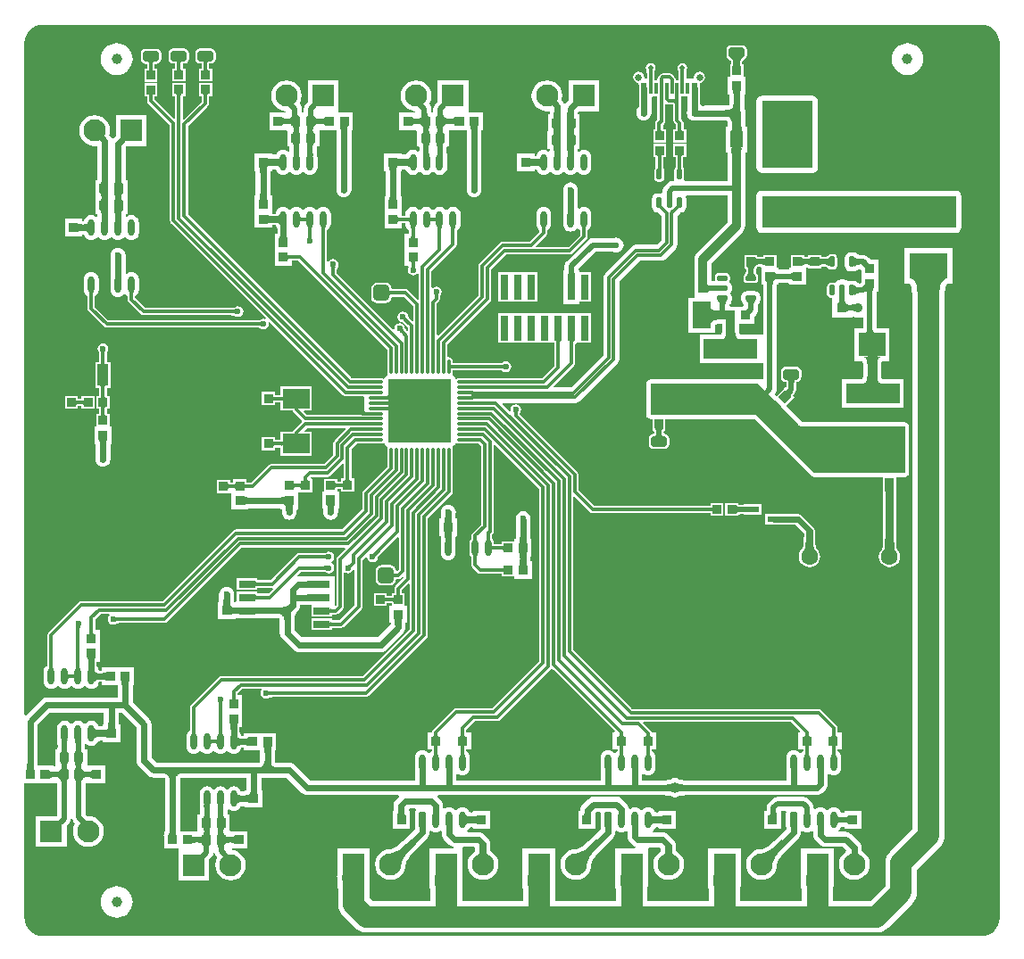
<source format=gtl>
G04*
G04 #@! TF.GenerationSoftware,Altium Limited,Altium Designer,19.1.9 (167)*
G04*
G04 Layer_Physical_Order=1*
G04 Layer_Color=255*
%FSLAX42Y42*%
%MOMM*%
G71*
G01*
G75*
%ADD11C,0.60*%
%ADD14C,0.50*%
%ADD19C,1.00*%
%ADD20R,1.00X2.00*%
%ADD21R,0.85X0.85*%
%ADD22R,0.85X0.85*%
%ADD23R,2.60X1.90*%
%ADD24O,1.40X0.30*%
%ADD25O,0.30X1.40*%
G04:AMPARAMS|DCode=26|XSize=1.55mm|YSize=0.6mm|CornerRadius=0.3mm|HoleSize=0mm|Usage=FLASHONLY|Rotation=90.000|XOffset=0mm|YOffset=0mm|HoleType=Round|Shape=RoundedRectangle|*
%AMROUNDEDRECTD26*
21,1,1.55,0.00,0,0,90.0*
21,1,0.95,0.60,0,0,90.0*
1,1,0.60,0.00,0.48*
1,1,0.60,0.00,-0.48*
1,1,0.60,0.00,-0.48*
1,1,0.60,0.00,0.48*
%
%ADD26ROUNDEDRECTD26*%
%ADD27R,1.60X0.65*%
G04:AMPARAMS|DCode=28|XSize=0.6mm|YSize=1.6mm|CornerRadius=0.15mm|HoleSize=0mm|Usage=FLASHONLY|Rotation=180.000|XOffset=0mm|YOffset=0mm|HoleType=Round|Shape=RoundedRectangle|*
%AMROUNDEDRECTD28*
21,1,0.60,1.30,0,0,180.0*
21,1,0.30,1.60,0,0,180.0*
1,1,0.30,-0.15,0.65*
1,1,0.30,0.15,0.65*
1,1,0.30,0.15,-0.65*
1,1,0.30,-0.15,-0.65*
%
%ADD28ROUNDEDRECTD28*%
%ADD29O,0.60X1.60*%
%ADD30R,1.60X1.20*%
G04:AMPARAMS|DCode=31|XSize=1.02mm|YSize=1.52mm|CornerRadius=0.25mm|HoleSize=0mm|Usage=FLASHONLY|Rotation=270.000|XOffset=0mm|YOffset=0mm|HoleType=Round|Shape=RoundedRectangle|*
%AMROUNDEDRECTD31*
21,1,1.02,1.02,0,0,270.0*
21,1,0.51,1.52,0,0,270.0*
1,1,0.51,-0.51,-0.25*
1,1,0.51,-0.51,0.25*
1,1,0.51,0.51,0.25*
1,1,0.51,0.51,-0.25*
%
%ADD31ROUNDEDRECTD31*%
%ADD32R,5.10X1.90*%
%ADD33R,1.70X2.50*%
G04:AMPARAMS|DCode=34|XSize=0.55mm|YSize=1mm|CornerRadius=0.14mm|HoleSize=0mm|Usage=FLASHONLY|Rotation=90.000|XOffset=0mm|YOffset=0mm|HoleType=Round|Shape=RoundedRectangle|*
%AMROUNDEDRECTD34*
21,1,0.55,0.73,0,0,90.0*
21,1,0.28,1.00,0,0,90.0*
1,1,0.28,0.36,0.14*
1,1,0.28,0.36,-0.14*
1,1,0.28,-0.36,-0.14*
1,1,0.28,-0.36,0.14*
%
%ADD34ROUNDEDRECTD34*%
G04:AMPARAMS|DCode=35|XSize=0.55mm|YSize=1mm|CornerRadius=0.14mm|HoleSize=0mm|Usage=FLASHONLY|Rotation=180.000|XOffset=0mm|YOffset=0mm|HoleType=Round|Shape=RoundedRectangle|*
%AMROUNDEDRECTD35*
21,1,0.55,0.73,0,0,180.0*
21,1,0.28,1.00,0,0,180.0*
1,1,0.28,-0.14,0.36*
1,1,0.28,0.14,0.36*
1,1,0.28,0.14,-0.36*
1,1,0.28,-0.14,-0.36*
%
%ADD35ROUNDEDRECTD35*%
%ADD36R,2.50X2.30*%
%ADD37P,1.20X4X180.0*%
%ADD38R,1.30X0.60*%
%ADD39R,1.60X3.20*%
%ADD40R,3.60X2.40*%
%ADD41R,3.50X1.78*%
%ADD42R,2.30X2.50*%
%ADD43R,0.60X1.14*%
%ADD44R,0.30X1.14*%
%ADD45R,1.20X1.60*%
%ADD46R,0.75X2.40*%
%ADD87C,0.30*%
%ADD88C,0.50*%
%ADD89C,0.90*%
%ADD90C,2.00*%
%ADD91C,0.80*%
%ADD92C,0.55*%
%ADD93C,0.85*%
%ADD94C,1.60*%
%ADD95R,2.40X2.40*%
%ADD96C,2.40*%
%ADD97O,1.00X1.80*%
%ADD98O,1.00X2.10*%
%ADD99C,0.65*%
G04:AMPARAMS|DCode=100|XSize=1.52mm|YSize=1.52mm|CornerRadius=0.38mm|HoleSize=0mm|Usage=FLASHONLY|Rotation=90.000|XOffset=0mm|YOffset=0mm|HoleType=Round|Shape=RoundedRectangle|*
%AMROUNDEDRECTD100*
21,1,1.52,0.76,0,0,90.0*
21,1,0.76,1.52,0,0,90.0*
1,1,0.76,0.38,0.38*
1,1,0.76,0.38,-0.38*
1,1,0.76,-0.38,-0.38*
1,1,0.76,-0.38,0.38*
%
%ADD100ROUNDEDRECTD100*%
%ADD101C,2.10*%
%ADD102R,2.10X2.10*%
%ADD103C,6.00*%
G04:AMPARAMS|DCode=104|XSize=1.52mm|YSize=1.52mm|CornerRadius=0.38mm|HoleSize=0mm|Usage=FLASHONLY|Rotation=0.000|XOffset=0mm|YOffset=0mm|HoleType=Round|Shape=RoundedRectangle|*
%AMROUNDEDRECTD104*
21,1,1.52,0.76,0,0,0.0*
21,1,0.76,1.52,0,0,0.0*
1,1,0.76,0.38,-0.38*
1,1,0.76,-0.38,-0.38*
1,1,0.76,-0.38,0.38*
1,1,0.76,0.38,0.38*
%
%ADD104ROUNDEDRECTD104*%
%ADD105C,0.60*%
%ADD106C,0.90*%
%ADD107C,1.27*%
G36*
X6434Y8008D02*
X6429Y8006D01*
X6425Y8003D01*
X6421Y7999D01*
X6417Y7993D01*
X6415Y7986D01*
X6413Y7978D01*
X6411Y7969D01*
X6411Y7966D01*
X6412Y7951D01*
X6413Y7945D01*
X6414Y7939D01*
X6416Y7935D01*
X6418Y7932D01*
X6420Y7930D01*
X6422Y7930D01*
X6338D01*
X6340Y7930D01*
X6342Y7932D01*
X6344Y7935D01*
X6346Y7939D01*
X6347Y7945D01*
X6348Y7951D01*
X6349Y7959D01*
X6349Y7964D01*
X6349Y7969D01*
X6347Y7978D01*
X6345Y7986D01*
X6343Y7993D01*
X6339Y7999D01*
X6335Y8003D01*
X6331Y8006D01*
X6326Y8008D01*
X6320Y8009D01*
X6440D01*
X6434Y8008D01*
D02*
G37*
G36*
X5882Y7896D02*
X5882Y7894D01*
X5881Y7891D01*
X5881Y7883D01*
X5880Y7845D01*
X5850D01*
X5847Y7897D01*
X5883D01*
X5882Y7896D01*
D02*
G37*
G36*
X5582D02*
X5582Y7894D01*
X5581Y7891D01*
X5581Y7883D01*
X5580Y7845D01*
X5550D01*
X5547Y7897D01*
X5583D01*
X5582Y7896D01*
D02*
G37*
G36*
X6420Y7705D02*
X6418Y7703D01*
X6416Y7700D01*
X6414Y7696D01*
X6413Y7690D01*
X6412Y7684D01*
X6411Y7676D01*
X6410Y7657D01*
X6410Y7645D01*
X6350D01*
X6350Y7657D01*
X6348Y7684D01*
X6347Y7690D01*
X6346Y7696D01*
X6344Y7700D01*
X6342Y7703D01*
X6340Y7705D01*
X6338Y7705D01*
X6422D01*
X6420Y7705D01*
D02*
G37*
G36*
X1370Y7668D02*
X1367Y7667D01*
X1365Y7665D01*
X1363Y7663D01*
X1361Y7660D01*
X1360Y7657D01*
X1359Y7653D01*
X1358Y7649D01*
X1358Y7644D01*
X1357Y7638D01*
X1327D01*
X1327Y7644D01*
X1327Y7649D01*
X1326Y7653D01*
X1325Y7657D01*
X1324Y7660D01*
X1322Y7663D01*
X1320Y7665D01*
X1318Y7667D01*
X1315Y7668D01*
X1312Y7668D01*
X1373D01*
X1370Y7668D01*
D02*
G37*
G36*
X1117D02*
X1115Y7667D01*
X1112Y7665D01*
X1110Y7663D01*
X1109Y7660D01*
X1107Y7657D01*
X1106Y7653D01*
X1106Y7649D01*
X1105Y7644D01*
X1105Y7638D01*
X1075D01*
X1075Y7644D01*
X1074Y7649D01*
X1074Y7653D01*
X1073Y7657D01*
X1071Y7660D01*
X1070Y7663D01*
X1068Y7665D01*
X1065Y7667D01*
X1063Y7668D01*
X1060Y7668D01*
X1120D01*
X1117Y7668D01*
D02*
G37*
G36*
X852Y7665D02*
X850Y7664D01*
X847Y7663D01*
X845Y7661D01*
X844Y7658D01*
X842Y7655D01*
X841Y7651D01*
X841Y7646D01*
X840Y7641D01*
X840Y7635D01*
X810D01*
X810Y7641D01*
X809Y7646D01*
X809Y7651D01*
X808Y7655D01*
X806Y7658D01*
X805Y7661D01*
X803Y7663D01*
X800Y7664D01*
X798Y7665D01*
X795Y7665D01*
X855D01*
X852Y7665D01*
D02*
G37*
G36*
X5830Y7603D02*
X5800Y7557D01*
X5800Y7563D01*
X5799Y7568D01*
X5797Y7573D01*
X5795Y7577D01*
X5792Y7580D01*
X5789Y7583D01*
X5785Y7585D01*
X5781Y7586D01*
X5776Y7587D01*
X5770Y7588D01*
Y7618D01*
X5776Y7618D01*
X5781Y7619D01*
X5785Y7620D01*
X5789Y7622D01*
X5792Y7625D01*
X5795Y7628D01*
X5797Y7632D01*
X5799Y7637D01*
X5800Y7642D01*
X5800Y7647D01*
X5830Y7603D01*
D02*
G37*
G36*
X3595Y7493D02*
X3597Y7477D01*
X3598Y7470D01*
X3599Y7465D01*
X3601Y7460D01*
X3603Y7457D01*
X3606Y7454D01*
X3609Y7453D01*
X3612Y7452D01*
X3528D01*
X3531Y7453D01*
X3534Y7454D01*
X3537Y7457D01*
X3539Y7460D01*
X3541Y7465D01*
X3542Y7470D01*
X3543Y7477D01*
X3544Y7484D01*
X3545Y7493D01*
X3545Y7502D01*
X3595D01*
X3595Y7493D01*
D02*
G37*
G36*
X2365D02*
X2367Y7477D01*
X2368Y7470D01*
X2369Y7465D01*
X2371Y7460D01*
X2373Y7457D01*
X2376Y7454D01*
X2379Y7453D01*
X2382Y7452D01*
X2298D01*
X2301Y7453D01*
X2304Y7454D01*
X2307Y7457D01*
X2309Y7460D01*
X2311Y7465D01*
X2312Y7470D01*
X2313Y7477D01*
X2314Y7484D01*
X2315Y7493D01*
X2315Y7502D01*
X2365D01*
X2365Y7493D01*
D02*
G37*
G36*
X3444Y7493D02*
X3445Y7484D01*
X3446Y7477D01*
X3448Y7470D01*
X3450Y7465D01*
X3453Y7460D01*
X3456Y7456D01*
X3460Y7454D01*
X3464Y7452D01*
X3469Y7452D01*
X3388Y7452D01*
X3389Y7453D01*
X3390Y7454D01*
X3391Y7457D01*
X3392Y7460D01*
X3393Y7465D01*
X3394Y7477D01*
X3394Y7493D01*
X3394Y7502D01*
X3444D01*
X3444Y7493D01*
D02*
G37*
G36*
X2214D02*
X2215Y7484D01*
X2216Y7477D01*
X2218Y7470D01*
X2220Y7465D01*
X2223Y7460D01*
X2226Y7456D01*
X2230Y7454D01*
X2234Y7452D01*
X2239Y7452D01*
X2158Y7452D01*
X2159Y7453D01*
X2160Y7454D01*
X2161Y7457D01*
X2162Y7460D01*
X2163Y7465D01*
X2164Y7477D01*
X2164Y7493D01*
X2164Y7502D01*
X2214D01*
X2214Y7493D01*
D02*
G37*
G36*
X2158Y7368D02*
X2242D01*
X2240Y7367D01*
X2238Y7366D01*
X2236Y7363D01*
X2234Y7360D01*
X2233Y7355D01*
X2232Y7350D01*
X2231Y7343D01*
X2230Y7330D01*
X2232Y7310D01*
X2233Y7305D01*
X2234Y7300D01*
X2236Y7297D01*
X2238Y7294D01*
X2240Y7293D01*
X2242Y7292D01*
X2158D01*
X2162Y7293D01*
X2166Y7294D01*
X2169Y7297D01*
X2172Y7300D01*
X2174Y7305D01*
X2176Y7310D01*
X2178Y7317D01*
X2179Y7324D01*
X2179Y7330D01*
X2179Y7336D01*
X2178Y7343D01*
X2176Y7350D01*
X2174Y7355D01*
X2172Y7360D01*
X2169Y7363D01*
X2166Y7366D01*
X2162Y7367D01*
X2158Y7368D01*
X2157Y7371D01*
X2156Y7374D01*
X2153Y7377D01*
X2150Y7379D01*
X2145Y7381D01*
X2140Y7382D01*
X2133Y7383D01*
X2126Y7384D01*
X2117Y7385D01*
X2115Y7385D01*
X2113Y7385D01*
X2097Y7383D01*
X2090Y7382D01*
X2085Y7381D01*
X2080Y7379D01*
X2077Y7377D01*
X2074Y7374D01*
X2073Y7371D01*
X2072Y7368D01*
Y7452D01*
X2073Y7449D01*
X2074Y7446D01*
X2077Y7443D01*
X2080Y7441D01*
X2085Y7439D01*
X2090Y7438D01*
X2097Y7437D01*
X2104Y7436D01*
X2113Y7435D01*
X2115Y7435D01*
X2117Y7435D01*
X2133Y7437D01*
X2140Y7438D01*
X2145Y7439D01*
X2150Y7441D01*
X2153Y7443D01*
X2156Y7446D01*
X2157Y7449D01*
X2158Y7452D01*
Y7368D01*
D02*
G37*
G36*
X3388D02*
X3472D01*
X3470Y7367D01*
X3468Y7366D01*
X3466Y7363D01*
X3464Y7360D01*
X3463Y7355D01*
X3462Y7350D01*
X3461Y7343D01*
X3460Y7330D01*
X3462Y7310D01*
X3463Y7305D01*
X3464Y7300D01*
X3466Y7297D01*
X3468Y7294D01*
X3470Y7293D01*
X3472Y7292D01*
X3388D01*
X3392Y7293D01*
X3396Y7294D01*
X3399Y7297D01*
X3402Y7300D01*
X3404Y7305D01*
X3406Y7310D01*
X3408Y7317D01*
X3409Y7324D01*
X3409Y7330D01*
X3409Y7336D01*
X3408Y7343D01*
X3406Y7350D01*
X3404Y7355D01*
X3402Y7360D01*
X3399Y7363D01*
X3396Y7366D01*
X3392Y7367D01*
X3388Y7368D01*
X3387Y7371D01*
X3386Y7374D01*
X3383Y7377D01*
X3380Y7379D01*
X3375Y7381D01*
X3370Y7382D01*
X3363Y7383D01*
X3356Y7384D01*
X3347Y7385D01*
X3345Y7385D01*
X3343Y7385D01*
X3327Y7383D01*
X3320Y7382D01*
X3315Y7381D01*
X3310Y7379D01*
X3307Y7377D01*
X3304Y7374D01*
X3303Y7371D01*
X3302Y7368D01*
Y7452D01*
X3303Y7449D01*
X3304Y7446D01*
X3307Y7443D01*
X3310Y7441D01*
X3315Y7439D01*
X3320Y7438D01*
X3327Y7437D01*
X3334Y7436D01*
X3343Y7435D01*
X3345Y7435D01*
X3347Y7435D01*
X3363Y7437D01*
X3370Y7438D01*
X3375Y7439D01*
X3380Y7441D01*
X3383Y7443D01*
X3386Y7446D01*
X3387Y7449D01*
X3388Y7452D01*
Y7368D01*
D02*
G37*
G36*
X3708D02*
X3707Y7371D01*
X3706Y7374D01*
X3703Y7377D01*
X3700Y7379D01*
X3695Y7381D01*
X3690Y7382D01*
X3683Y7383D01*
X3676Y7384D01*
X3667Y7385D01*
X3660Y7385D01*
X3653Y7385D01*
X3637Y7383D01*
X3630Y7382D01*
X3625Y7381D01*
X3620Y7379D01*
X3617Y7377D01*
X3614Y7374D01*
X3613Y7371D01*
X3612Y7368D01*
X3608Y7367D01*
X3604Y7366D01*
X3601Y7363D01*
X3598Y7360D01*
X3596Y7355D01*
X3594Y7350D01*
X3592Y7343D01*
X3591Y7336D01*
X3591Y7330D01*
X3591Y7324D01*
X3592Y7317D01*
X3594Y7310D01*
X3596Y7305D01*
X3598Y7300D01*
X3601Y7297D01*
X3604Y7294D01*
X3608Y7293D01*
X3612Y7292D01*
X3528D01*
X3530Y7293D01*
X3532Y7294D01*
X3534Y7297D01*
X3536Y7300D01*
X3537Y7305D01*
X3538Y7310D01*
X3539Y7317D01*
X3540Y7330D01*
X3538Y7350D01*
X3537Y7355D01*
X3536Y7360D01*
X3534Y7363D01*
X3532Y7366D01*
X3530Y7367D01*
X3528Y7368D01*
X3612D01*
Y7452D01*
X3613Y7449D01*
X3614Y7446D01*
X3617Y7443D01*
X3620Y7441D01*
X3625Y7439D01*
X3630Y7438D01*
X3637Y7437D01*
X3644Y7436D01*
X3653Y7435D01*
X3660Y7435D01*
X3667Y7435D01*
X3683Y7437D01*
X3690Y7438D01*
X3695Y7439D01*
X3700Y7441D01*
X3703Y7443D01*
X3706Y7446D01*
X3707Y7449D01*
X3708Y7452D01*
Y7368D01*
D02*
G37*
G36*
X2478D02*
X2477Y7371D01*
X2476Y7374D01*
X2473Y7377D01*
X2470Y7379D01*
X2465Y7381D01*
X2460Y7382D01*
X2453Y7383D01*
X2446Y7384D01*
X2437Y7385D01*
X2430Y7385D01*
X2423Y7385D01*
X2407Y7383D01*
X2400Y7382D01*
X2395Y7381D01*
X2390Y7379D01*
X2387Y7377D01*
X2384Y7374D01*
X2383Y7371D01*
X2382Y7368D01*
X2378Y7367D01*
X2374Y7366D01*
X2371Y7363D01*
X2368Y7360D01*
X2366Y7355D01*
X2364Y7350D01*
X2362Y7343D01*
X2361Y7336D01*
X2361Y7330D01*
X2361Y7324D01*
X2362Y7317D01*
X2364Y7310D01*
X2366Y7305D01*
X2368Y7300D01*
X2371Y7297D01*
X2374Y7294D01*
X2378Y7293D01*
X2382Y7292D01*
X2298D01*
X2300Y7293D01*
X2302Y7294D01*
X2304Y7297D01*
X2306Y7300D01*
X2307Y7305D01*
X2308Y7310D01*
X2309Y7317D01*
X2310Y7330D01*
X2308Y7350D01*
X2307Y7355D01*
X2306Y7360D01*
X2304Y7363D01*
X2302Y7366D01*
X2300Y7367D01*
X2298Y7368D01*
X2382D01*
Y7452D01*
X2383Y7449D01*
X2384Y7446D01*
X2387Y7443D01*
X2390Y7441D01*
X2395Y7439D01*
X2400Y7438D01*
X2407Y7437D01*
X2414Y7436D01*
X2423Y7435D01*
X2430Y7435D01*
X2437Y7435D01*
X2453Y7437D01*
X2460Y7438D01*
X2465Y7439D01*
X2470Y7441D01*
X2473Y7443D01*
X2476Y7446D01*
X2477Y7449D01*
X2478Y7452D01*
Y7368D01*
D02*
G37*
G36*
X6410Y7518D02*
X6370D01*
X6380Y7488D01*
X6348Y7400D01*
X6422D01*
X6423Y7384D01*
X6426Y7336D01*
X6428Y7328D01*
X6430Y7322D01*
X6432Y7318D01*
X6434Y7316D01*
X6437Y7315D01*
X6318D01*
X6322Y7316D01*
X6325Y7318D01*
X6328Y7322D01*
X6330Y7328D01*
X6333Y7336D01*
X6334Y7345D01*
X6336Y7356D01*
X6337Y7381D01*
X6337Y7389D01*
X6335Y7403D01*
X6332Y7416D01*
X6328Y7427D01*
X6322Y7436D01*
X6316Y7444D01*
X6308Y7450D01*
X6299Y7454D01*
X6289Y7457D01*
X6278Y7457D01*
X6265Y7457D01*
Y7518D01*
X6290Y7518D01*
X6301Y7518D01*
X6312Y7520D01*
X6321Y7523D01*
X6328Y7527D01*
X6335Y7532D01*
X6340Y7539D01*
X6345Y7547D01*
X6348Y7556D01*
X6349Y7566D01*
X6350Y7577D01*
X6350Y7603D01*
X6410D01*
X6410Y7518D01*
D02*
G37*
G36*
X5855Y7336D02*
X5856Y7331D01*
X5856Y7327D01*
X5857Y7323D01*
X5859Y7320D01*
X5860Y7317D01*
X5862Y7315D01*
X5865Y7313D01*
X5867Y7312D01*
X5870Y7312D01*
X5810D01*
X5813Y7312D01*
X5815Y7313D01*
X5818Y7315D01*
X5820Y7317D01*
X5821Y7320D01*
X5823Y7323D01*
X5824Y7327D01*
X5824Y7331D01*
X5825Y7336D01*
X5825Y7342D01*
X5855D01*
X5855Y7336D01*
D02*
G37*
G36*
X5660D02*
X5661Y7331D01*
X5661Y7327D01*
X5662Y7323D01*
X5664Y7320D01*
X5665Y7317D01*
X5667Y7315D01*
X5670Y7313D01*
X5672Y7312D01*
X5675Y7312D01*
X5615D01*
X5618Y7312D01*
X5620Y7313D01*
X5623Y7315D01*
X5625Y7317D01*
X5626Y7320D01*
X5628Y7323D01*
X5629Y7327D01*
X5629Y7331D01*
X5630Y7336D01*
X5630Y7342D01*
X5660D01*
X5660Y7336D01*
D02*
G37*
G36*
X3930Y7367D02*
X3928Y7365D01*
X3926Y7362D01*
X3924Y7358D01*
X3923Y7353D01*
X3922Y7346D01*
X3921Y7338D01*
X3920Y7319D01*
X3920Y7308D01*
X3860D01*
X3860Y7319D01*
X3858Y7346D01*
X3857Y7353D01*
X3856Y7358D01*
X3854Y7362D01*
X3852Y7365D01*
X3850Y7367D01*
X3848Y7368D01*
X3932D01*
X3930Y7367D01*
D02*
G37*
G36*
X2699D02*
X2696Y7365D01*
X2693Y7362D01*
X2691Y7358D01*
X2689Y7353D01*
X2688Y7346D01*
X2687Y7338D01*
X2686Y7329D01*
X2685Y7308D01*
X2625D01*
X2625Y7319D01*
X2622Y7358D01*
X2621Y7362D01*
X2620Y7365D01*
X2619Y7367D01*
X2618Y7368D01*
X2702D01*
X2699Y7367D01*
D02*
G37*
G36*
X3608Y7207D02*
X3604Y7206D01*
X3601Y7203D01*
X3598Y7200D01*
X3596Y7195D01*
X3594Y7190D01*
X3592Y7183D01*
X3591Y7176D01*
X3591Y7167D01*
X3590Y7158D01*
X3540D01*
X3540Y7167D01*
X3538Y7190D01*
X3537Y7195D01*
X3536Y7200D01*
X3534Y7203D01*
X3532Y7206D01*
X3530Y7207D01*
X3528Y7208D01*
X3612D01*
X3608Y7207D01*
D02*
G37*
G36*
X3470D02*
X3468Y7206D01*
X3466Y7203D01*
X3464Y7200D01*
X3463Y7195D01*
X3462Y7190D01*
X3461Y7183D01*
X3460Y7167D01*
X3460Y7158D01*
X3410D01*
X3409Y7167D01*
X3409Y7176D01*
X3408Y7183D01*
X3406Y7190D01*
X3404Y7195D01*
X3402Y7200D01*
X3399Y7203D01*
X3396Y7206D01*
X3392Y7207D01*
X3388Y7208D01*
X3472D01*
X3470Y7207D01*
D02*
G37*
G36*
X2378D02*
X2374Y7206D01*
X2371Y7203D01*
X2368Y7200D01*
X2366Y7195D01*
X2364Y7190D01*
X2362Y7183D01*
X2361Y7176D01*
X2361Y7167D01*
X2360Y7158D01*
X2310D01*
X2310Y7167D01*
X2308Y7190D01*
X2307Y7195D01*
X2306Y7200D01*
X2304Y7203D01*
X2302Y7206D01*
X2300Y7207D01*
X2298Y7208D01*
X2382D01*
X2378Y7207D01*
D02*
G37*
G36*
X2240D02*
X2238Y7206D01*
X2236Y7203D01*
X2234Y7200D01*
X2233Y7195D01*
X2232Y7190D01*
X2231Y7183D01*
X2230Y7167D01*
X2230Y7158D01*
X2180D01*
X2179Y7167D01*
X2179Y7176D01*
X2178Y7183D01*
X2176Y7190D01*
X2174Y7195D01*
X2172Y7200D01*
X2169Y7203D01*
X2166Y7206D01*
X2162Y7207D01*
X2158Y7208D01*
X2242D01*
X2240Y7207D01*
D02*
G37*
G36*
X3590Y7130D02*
X3592Y7075D01*
X3538Y7082D01*
X3538Y7084D01*
X3539Y7086D01*
X3539Y7089D01*
X3540Y7098D01*
X3540Y7127D01*
X3540Y7136D01*
X3590Y7130D01*
D02*
G37*
G36*
X3462Y7082D02*
X3408Y7075D01*
X3408Y7077D01*
X3408Y7079D01*
X3409Y7082D01*
X3409Y7104D01*
X3410Y7130D01*
X3460Y7136D01*
X3462Y7082D01*
D02*
G37*
G36*
X2360Y7130D02*
X2362Y7075D01*
X2308Y7082D01*
X2308Y7084D01*
X2309Y7086D01*
X2309Y7089D01*
X2310Y7098D01*
X2310Y7127D01*
X2310Y7136D01*
X2360Y7130D01*
D02*
G37*
G36*
X2232Y7082D02*
X2178Y7075D01*
X2178Y7077D01*
X2178Y7079D01*
X2179Y7082D01*
X2179Y7104D01*
X2180Y7130D01*
X2230Y7136D01*
X2232Y7082D01*
D02*
G37*
G36*
X6434Y7154D02*
X6431Y7152D01*
X6428Y7148D01*
X6426Y7142D01*
X6424Y7134D01*
X6423Y7125D01*
X6422Y7114D01*
X6420Y7086D01*
X6420Y7070D01*
X6335D01*
X6335Y7086D01*
X6332Y7125D01*
X6331Y7134D01*
X6329Y7142D01*
X6327Y7148D01*
X6324Y7152D01*
X6321Y7154D01*
X6318Y7155D01*
X6437D01*
X6434Y7154D01*
D02*
G37*
G36*
X5865Y7088D02*
X5862Y7087D01*
X5860Y7085D01*
X5858Y7083D01*
X5856Y7081D01*
X5855Y7077D01*
X5854Y7073D01*
X5853Y7069D01*
X5853Y7064D01*
X5853Y7058D01*
X5822D01*
X5822Y7064D01*
X5822Y7069D01*
X5821Y7073D01*
X5820Y7077D01*
X5819Y7081D01*
X5817Y7083D01*
X5815Y7085D01*
X5813Y7087D01*
X5810Y7088D01*
X5808Y7088D01*
X5867D01*
X5865Y7088D01*
D02*
G37*
G36*
X3283Y6960D02*
X3282Y6966D01*
X3280Y6971D01*
X3277Y6975D01*
X3273Y6979D01*
X3267Y6983D01*
X3260Y6985D01*
X3252Y6987D01*
X3242Y6989D01*
X3232Y6990D01*
X3220Y6990D01*
X3211Y6990D01*
X3184Y6988D01*
X3177Y6987D01*
X3172Y6986D01*
X3168Y6984D01*
X3165Y6982D01*
X3163Y6980D01*
X3162Y6978D01*
X3160Y6977D01*
X3158Y6975D01*
X3156Y6972D01*
X3154Y6968D01*
X3153Y6963D01*
X3152Y6956D01*
X3151Y6948D01*
X3150Y6929D01*
X3150Y6918D01*
X3090D01*
X3090Y6929D01*
X3088Y6956D01*
X3087Y6963D01*
X3086Y6968D01*
X3084Y6972D01*
X3082Y6975D01*
X3080Y6977D01*
X3078Y6978D01*
X3162D01*
Y7062D01*
X3163Y7060D01*
X3165Y7058D01*
X3168Y7056D01*
X3172Y7054D01*
X3177Y7053D01*
X3184Y7052D01*
X3192Y7051D01*
X3211Y7050D01*
X3220Y7050D01*
X3232Y7050D01*
X3242Y7051D01*
X3252Y7053D01*
X3260Y7055D01*
X3267Y7057D01*
X3273Y7061D01*
X3277Y7065D01*
X3280Y7069D01*
X3282Y7074D01*
X3283Y7080D01*
Y6960D01*
D02*
G37*
G36*
X2053D02*
X2052Y6966D01*
X2050Y6971D01*
X2047Y6975D01*
X2043Y6979D01*
X2037Y6983D01*
X2030Y6985D01*
X2022Y6987D01*
X2012Y6989D01*
X2002Y6990D01*
X1990Y6990D01*
X1981Y6990D01*
X1954Y6988D01*
X1947Y6987D01*
X1942Y6986D01*
X1938Y6984D01*
X1935Y6982D01*
X1933Y6980D01*
X1932Y6978D01*
X1930Y6977D01*
X1928Y6975D01*
X1926Y6972D01*
X1924Y6968D01*
X1923Y6963D01*
X1922Y6956D01*
X1921Y6948D01*
X1920Y6929D01*
X1920Y6918D01*
X1860D01*
X1860Y6929D01*
X1858Y6956D01*
X1857Y6963D01*
X1856Y6968D01*
X1854Y6972D01*
X1852Y6975D01*
X1850Y6977D01*
X1848Y6978D01*
X1932D01*
Y7062D01*
X1933Y7060D01*
X1935Y7058D01*
X1938Y7056D01*
X1942Y7054D01*
X1947Y7053D01*
X1954Y7052D01*
X1962Y7051D01*
X1981Y7050D01*
X1990Y7050D01*
X2002Y7050D01*
X2012Y7051D01*
X2022Y7053D01*
X2030Y7055D01*
X2037Y7057D01*
X2043Y7061D01*
X2047Y7065D01*
X2050Y7069D01*
X2052Y7074D01*
X2053Y7080D01*
Y6960D01*
D02*
G37*
G36*
X5853Y6984D02*
X5853Y6979D01*
X5853Y6971D01*
X5854Y6966D01*
X5855Y6963D01*
X5856Y6959D01*
X5857Y6955D01*
X5858Y6952D01*
X5860Y6949D01*
X5861Y6946D01*
X5812Y6951D01*
X5814Y6953D01*
X5815Y6955D01*
X5817Y6957D01*
X5819Y6960D01*
X5820Y6963D01*
X5821Y6967D01*
X5822Y6971D01*
X5822Y6975D01*
X5822Y6980D01*
X5822Y6985D01*
X5853Y6984D01*
D02*
G37*
G36*
X1920Y6711D02*
X1922Y6684D01*
X1923Y6677D01*
X1924Y6672D01*
X1926Y6668D01*
X1928Y6665D01*
X1930Y6663D01*
X1932Y6662D01*
X1848D01*
X1850Y6663D01*
X1852Y6665D01*
X1854Y6668D01*
X1856Y6672D01*
X1857Y6677D01*
X1858Y6684D01*
X1859Y6692D01*
X1860Y6711D01*
X1860Y6722D01*
X1920D01*
X1920Y6711D01*
D02*
G37*
G36*
X3150Y6708D02*
X3152Y6681D01*
X3154Y6675D01*
X3155Y6669D01*
X3157Y6665D01*
X3159Y6662D01*
X3162Y6660D01*
X3165Y6660D01*
X3080D01*
X3082Y6660D01*
X3084Y6662D01*
X3085Y6665D01*
X3087Y6669D01*
X3088Y6675D01*
X3088Y6681D01*
X3090Y6698D01*
X3090Y6720D01*
X3150D01*
X3150Y6708D01*
D02*
G37*
G36*
X2053Y6420D02*
X2052Y6426D01*
X2050Y6431D01*
X2047Y6435D01*
X2043Y6439D01*
X2037Y6443D01*
X2030Y6445D01*
X2022Y6447D01*
X2012Y6449D01*
X2002Y6450D01*
X1990Y6450D01*
X1981Y6450D01*
X1954Y6448D01*
X1947Y6447D01*
X1942Y6446D01*
X1938Y6444D01*
X1935Y6442D01*
X1933Y6440D01*
X1932Y6438D01*
Y6522D01*
X1933Y6520D01*
X1935Y6518D01*
X1938Y6516D01*
X1942Y6514D01*
X1947Y6513D01*
X1954Y6512D01*
X1962Y6511D01*
X1981Y6510D01*
X1990Y6510D01*
X2002Y6510D01*
X2012Y6511D01*
X2022Y6513D01*
X2030Y6515D01*
X2037Y6517D01*
X2043Y6521D01*
X2047Y6525D01*
X2050Y6529D01*
X2052Y6534D01*
X2053Y6540D01*
Y6420D01*
D02*
G37*
G36*
X3534Y6450D02*
X3534Y6453D01*
X3533Y6455D01*
X3531Y6458D01*
X3529Y6460D01*
X3526Y6461D01*
X3523Y6463D01*
X3519Y6464D01*
X3514Y6464D01*
X3509Y6465D01*
X3504Y6465D01*
Y6495D01*
X3509Y6495D01*
X3514Y6496D01*
X3519Y6496D01*
X3523Y6497D01*
X3526Y6499D01*
X3529Y6500D01*
X3531Y6502D01*
X3533Y6505D01*
X3534Y6507D01*
X3534Y6510D01*
Y6450D01*
D02*
G37*
G36*
X3466Y6507D02*
X3467Y6505D01*
X3469Y6502D01*
X3471Y6500D01*
X3474Y6499D01*
X3477Y6497D01*
X3481Y6496D01*
X3486Y6496D01*
X3491Y6495D01*
X3496Y6495D01*
Y6465D01*
X3491Y6465D01*
X3486Y6464D01*
X3481Y6464D01*
X3477Y6463D01*
X3474Y6461D01*
X3471Y6460D01*
X3469Y6458D01*
X3467Y6455D01*
X3466Y6453D01*
X3466Y6450D01*
Y6510D01*
X3466Y6507D01*
D02*
G37*
G36*
X2304Y6450D02*
X2304Y6453D01*
X2303Y6455D01*
X2301Y6458D01*
X2299Y6460D01*
X2296Y6461D01*
X2293Y6463D01*
X2289Y6464D01*
X2284Y6464D01*
X2279Y6465D01*
X2274Y6465D01*
Y6495D01*
X2279Y6495D01*
X2284Y6496D01*
X2289Y6496D01*
X2293Y6497D01*
X2296Y6499D01*
X2299Y6500D01*
X2301Y6502D01*
X2303Y6505D01*
X2304Y6507D01*
X2304Y6510D01*
Y6450D01*
D02*
G37*
G36*
X2236Y6507D02*
X2237Y6505D01*
X2239Y6502D01*
X2241Y6500D01*
X2244Y6499D01*
X2247Y6497D01*
X2251Y6496D01*
X2256Y6496D01*
X2261Y6495D01*
X2266Y6495D01*
Y6465D01*
X2261Y6465D01*
X2256Y6464D01*
X2251Y6464D01*
X2247Y6463D01*
X2244Y6461D01*
X2241Y6460D01*
X2239Y6458D01*
X2237Y6455D01*
X2236Y6453D01*
X2236Y6450D01*
Y6510D01*
X2236Y6507D01*
D02*
G37*
G36*
X3280Y6447D02*
X3280Y6450D01*
X3279Y6453D01*
X3277Y6455D01*
X3275Y6457D01*
X3272Y6459D01*
X3269Y6460D01*
X3265Y6461D01*
X3260Y6462D01*
X3255Y6462D01*
X3250Y6462D01*
Y6493D01*
X3255Y6493D01*
X3260Y6493D01*
X3265Y6494D01*
X3269Y6495D01*
X3272Y6496D01*
X3275Y6498D01*
X3277Y6500D01*
X3279Y6502D01*
X3280Y6505D01*
X3280Y6507D01*
Y6447D01*
D02*
G37*
G36*
X3165Y6505D02*
X3166Y6502D01*
X3167Y6500D01*
X3169Y6498D01*
X3172Y6496D01*
X3175Y6495D01*
X3179Y6494D01*
X3184Y6493D01*
X3189Y6493D01*
X3195Y6493D01*
Y6462D01*
X3189Y6462D01*
X3184Y6462D01*
X3179Y6461D01*
X3175Y6460D01*
X3172Y6459D01*
X3169Y6457D01*
X3167Y6455D01*
X3166Y6453D01*
X3165Y6450D01*
X3164Y6447D01*
Y6507D01*
X3165Y6505D01*
D02*
G37*
G36*
X4954Y6415D02*
X4952Y6411D01*
X4951Y6408D01*
X4949Y6404D01*
X4948Y6400D01*
X4947Y6396D01*
X4946Y6391D01*
X4946Y6387D01*
X4945Y6377D01*
X4916D01*
X4915Y6382D01*
X4915Y6391D01*
X4914Y6396D01*
X4913Y6400D01*
X4912Y6404D01*
X4910Y6408D01*
X4909Y6411D01*
X4907Y6415D01*
X4905Y6418D01*
X4956D01*
X4954Y6415D01*
D02*
G37*
G36*
X4573D02*
X4571Y6411D01*
X4570Y6408D01*
X4568Y6404D01*
X4567Y6400D01*
X4566Y6396D01*
X4565Y6391D01*
X4565Y6387D01*
X4564Y6377D01*
X4535D01*
X4534Y6382D01*
X4534Y6391D01*
X4533Y6396D01*
X4532Y6400D01*
X4531Y6404D01*
X4529Y6408D01*
X4528Y6411D01*
X4526Y6415D01*
X4524Y6418D01*
X4575D01*
X4573Y6415D01*
D02*
G37*
G36*
X3714D02*
X3712Y6411D01*
X3711Y6408D01*
X3709Y6404D01*
X3708Y6400D01*
X3707Y6396D01*
X3706Y6391D01*
X3706Y6387D01*
X3705Y6377D01*
X3676D01*
X3675Y6382D01*
X3675Y6391D01*
X3674Y6396D01*
X3673Y6400D01*
X3672Y6404D01*
X3670Y6408D01*
X3669Y6411D01*
X3667Y6415D01*
X3665Y6418D01*
X3716D01*
X3714Y6415D01*
D02*
G37*
G36*
X3587D02*
X3585Y6411D01*
X3584Y6408D01*
X3582Y6404D01*
X3581Y6400D01*
X3580Y6396D01*
X3579Y6391D01*
X3579Y6387D01*
X3578Y6377D01*
X3549D01*
X3548Y6382D01*
X3548Y6391D01*
X3547Y6396D01*
X3546Y6400D01*
X3545Y6404D01*
X3543Y6408D01*
X3542Y6411D01*
X3540Y6415D01*
X3538Y6418D01*
X3589D01*
X3587Y6415D01*
D02*
G37*
G36*
X2484D02*
X2482Y6411D01*
X2481Y6408D01*
X2479Y6404D01*
X2478Y6400D01*
X2477Y6396D01*
X2476Y6391D01*
X2476Y6387D01*
X2475Y6377D01*
X2446D01*
X2445Y6382D01*
X2445Y6391D01*
X2444Y6396D01*
X2443Y6400D01*
X2442Y6404D01*
X2440Y6408D01*
X2439Y6411D01*
X2437Y6415D01*
X2435Y6418D01*
X2486D01*
X2484Y6415D01*
D02*
G37*
G36*
X2357D02*
X2355Y6411D01*
X2354Y6408D01*
X2352Y6404D01*
X2351Y6400D01*
X2350Y6396D01*
X2349Y6391D01*
X2349Y6387D01*
X2348Y6377D01*
X2319D01*
X2318Y6382D01*
X2318Y6391D01*
X2317Y6396D01*
X2316Y6400D01*
X2315Y6404D01*
X2313Y6408D01*
X2312Y6411D01*
X2310Y6415D01*
X2308Y6418D01*
X2359D01*
X2357Y6415D01*
D02*
G37*
G36*
X3333Y6415D02*
X3332Y6411D01*
X3330Y6408D01*
X3329Y6404D01*
X3327Y6400D01*
X3326Y6396D01*
X3326Y6392D01*
X3325Y6387D01*
X3325Y6377D01*
X3295Y6376D01*
X3295Y6382D01*
X3294Y6391D01*
X3293Y6396D01*
X3292Y6400D01*
X3291Y6404D01*
X3289Y6408D01*
X3288Y6411D01*
X3286Y6414D01*
X3284Y6418D01*
X3335D01*
X3333Y6415D01*
D02*
G37*
G36*
X3325Y6326D02*
X3325Y6321D01*
X3326Y6317D01*
X3327Y6313D01*
X3328Y6310D01*
X3330Y6307D01*
X3332Y6305D01*
X3334Y6303D01*
X3337Y6302D01*
X3340Y6302D01*
X3280D01*
X3283Y6302D01*
X3285Y6303D01*
X3287Y6305D01*
X3289Y6307D01*
X3291Y6310D01*
X3292Y6313D01*
X3293Y6317D01*
X3294Y6321D01*
X3295Y6326D01*
X3295Y6332D01*
X3325D01*
X3325Y6326D01*
D02*
G37*
G36*
X2110Y6351D02*
X2112Y6324D01*
X2113Y6317D01*
X2114Y6312D01*
X2116Y6308D01*
X2118Y6305D01*
X2120Y6303D01*
X2122Y6302D01*
X2038D01*
X2040Y6303D01*
X2042Y6305D01*
X2044Y6308D01*
X2045Y6312D01*
X2047Y6317D01*
X2048Y6324D01*
X2048Y6332D01*
X2049Y6351D01*
X2050Y6362D01*
X2109D01*
X2110Y6351D01*
D02*
G37*
G36*
X2349Y6346D02*
X2352Y6301D01*
X2352Y6297D01*
X2354Y6294D01*
X2355Y6293D01*
X2312D01*
X2313Y6294D01*
X2315Y6297D01*
X2315Y6301D01*
X2316Y6306D01*
X2318Y6319D01*
X2318Y6346D01*
X2319Y6357D01*
X2349D01*
X2349Y6346D01*
D02*
G37*
G36*
X7262Y6029D02*
X7258Y6033D01*
X7255Y6037D01*
X7250Y6040D01*
X7246Y6043D01*
X7241Y6046D01*
X7235Y6048D01*
X7229Y6049D01*
X7222Y6050D01*
X7215Y6051D01*
X7209Y6051D01*
X7203Y6051D01*
X7187Y6050D01*
X7180Y6048D01*
X7175Y6047D01*
X7170Y6045D01*
X7167Y6042D01*
X7164Y6039D01*
X7163Y6036D01*
X7162Y6033D01*
Y6117D01*
X7163Y6114D01*
X7164Y6111D01*
X7167Y6109D01*
X7170Y6107D01*
X7175Y6105D01*
X7180Y6104D01*
X7187Y6103D01*
X7194Y6102D01*
X7210Y6101D01*
X7215Y6101D01*
X7223Y6102D01*
X7230Y6103D01*
X7236Y6104D01*
X7241Y6106D01*
X7247Y6108D01*
X7251Y6111D01*
X7255Y6114D01*
X7259Y6117D01*
X7262Y6121D01*
Y6029D01*
D02*
G37*
G36*
X6653Y6035D02*
X6652Y6038D01*
X6651Y6041D01*
X6648Y6043D01*
X6645Y6046D01*
X6640Y6047D01*
X6635Y6049D01*
X6628Y6050D01*
X6621Y6051D01*
X6604Y6051D01*
X6598Y6051D01*
X6582Y6050D01*
X6575Y6048D01*
X6570Y6047D01*
X6565Y6045D01*
X6562Y6042D01*
X6559Y6039D01*
X6558Y6036D01*
X6557Y6033D01*
X6554Y6032D01*
X6551Y6031D01*
X6548Y6028D01*
X6546Y6025D01*
X6544Y6020D01*
X6543Y6015D01*
X6542Y6008D01*
X6541Y6001D01*
X6540Y5992D01*
X6540Y5992D01*
X6540Y5990D01*
X6541Y5982D01*
X6542Y5976D01*
X6543Y5970D01*
X6545Y5964D01*
X6548Y5959D01*
X6550Y5954D01*
X6553Y5950D01*
X6557Y5947D01*
X6561Y5943D01*
X6469D01*
X6473Y5947D01*
X6477Y5950D01*
X6480Y5954D01*
X6482Y5959D01*
X6485Y5964D01*
X6487Y5970D01*
X6488Y5976D01*
X6489Y5982D01*
X6490Y5990D01*
X6490Y5992D01*
X6490Y5992D01*
X6488Y6008D01*
X6487Y6015D01*
X6486Y6020D01*
X6484Y6025D01*
X6482Y6028D01*
X6479Y6031D01*
X6476Y6032D01*
X6473Y6033D01*
X6557D01*
Y6117D01*
X6558Y6114D01*
X6559Y6111D01*
X6562Y6109D01*
X6565Y6107D01*
X6570Y6105D01*
X6575Y6104D01*
X6582Y6103D01*
X6589Y6102D01*
X6606Y6101D01*
X6612Y6101D01*
X6628Y6103D01*
X6635Y6104D01*
X6640Y6106D01*
X6645Y6108D01*
X6648Y6110D01*
X6651Y6113D01*
X6652Y6116D01*
X6653Y6120D01*
Y6035D01*
D02*
G37*
G36*
X2122Y6147D02*
X2123Y6145D01*
X2125Y6142D01*
X2127Y6140D01*
X2129Y6139D01*
X2133Y6137D01*
X2137Y6136D01*
X2141Y6136D01*
X2146Y6135D01*
X2152Y6135D01*
Y6105D01*
X2146Y6105D01*
X2141Y6104D01*
X2137Y6104D01*
X2133Y6103D01*
X2129Y6101D01*
X2127Y6100D01*
X2125Y6098D01*
X2123Y6095D01*
X2122Y6093D01*
X2122Y6090D01*
Y6150D01*
X2122Y6147D01*
D02*
G37*
G36*
X7000Y6116D02*
X7002Y6113D01*
X7004Y6110D01*
X7008Y6108D01*
X7012Y6106D01*
X7018Y6104D01*
X7024Y6103D01*
X7032Y6102D01*
X7039Y6102D01*
X7053Y6103D01*
X7060Y6104D01*
X7065Y6105D01*
X7070Y6107D01*
X7073Y6109D01*
X7076Y6111D01*
X7077Y6114D01*
X7078Y6117D01*
Y6033D01*
X7077Y6036D01*
X7076Y6039D01*
X7073Y6042D01*
X7070Y6045D01*
X7065Y6047D01*
X7060Y6048D01*
X7053Y6050D01*
X7046Y6051D01*
X7039Y6051D01*
X7024Y6050D01*
X7018Y6049D01*
X7012Y6047D01*
X7008Y6046D01*
X7004Y6043D01*
X7002Y6041D01*
X7000Y6038D01*
X7000Y6035D01*
Y6120D01*
X7000Y6116D01*
D02*
G37*
G36*
X3326Y6078D02*
X3341D01*
X3338Y6078D01*
X3336Y6077D01*
X3334Y6075D01*
X3332Y6073D01*
X3330Y6071D01*
X3329Y6067D01*
X3328Y6063D01*
X3327Y6060D01*
X3329Y6030D01*
X3330Y6025D01*
X3331Y6021D01*
X3332Y6018D01*
X3333Y6016D01*
X3291Y6016D01*
X3292Y6018D01*
X3293Y6020D01*
X3294Y6024D01*
X3294Y6029D01*
X3295Y6042D01*
X3296Y6057D01*
X3296Y6059D01*
X3295Y6063D01*
X3294Y6067D01*
X3292Y6071D01*
X3291Y6073D01*
X3289Y6075D01*
X3287Y6077D01*
X3284Y6078D01*
X3281Y6078D01*
X3296D01*
X3296Y6080D01*
X3326Y6082D01*
X3326Y6078D01*
D02*
G37*
G36*
X8700Y8325D02*
Y8325D01*
X8712Y8323D01*
X8734Y8321D01*
X8767Y8311D01*
X8797Y8295D01*
X8823Y8273D01*
X8845Y8247D01*
X8861Y8217D01*
X8871Y8184D01*
X8875Y8150D01*
X8875Y8150D01*
X8875Y-137D01*
X8875Y-150D01*
X8873Y-162D01*
X8871Y-184D01*
X8861Y-217D01*
X8845Y-247D01*
X8823Y-273D01*
X8797Y-295D01*
X8767Y-311D01*
X8734Y-321D01*
X8712Y-323D01*
X8700Y-325D01*
X8700Y-325D01*
X8687Y-325D01*
X-200Y-325D01*
X-200Y-325D01*
Y-325D01*
X-212Y-323D01*
X-234Y-321D01*
X-267Y-311D01*
X-297Y-295D01*
X-323Y-273D01*
X-345Y-247D01*
X-361Y-217D01*
X-371Y-184D01*
X-373Y-162D01*
X-375Y-150D01*
X-375Y-150D01*
X-375Y-138D01*
Y1127D01*
X-143D01*
X-143Y1127D01*
X-143Y1127D01*
X-140D01*
X-137Y1127D01*
X-135Y1127D01*
X-97D01*
Y1127D01*
X-90Y1130D01*
X-82Y1127D01*
Y1127D01*
X-66D01*
X-65Y1125D01*
X-65Y1117D01*
X-65Y1116D01*
Y817D01*
X-67Y815D01*
X-264D01*
Y525D01*
X25D01*
Y722D01*
X47Y744D01*
X57Y757D01*
X64Y773D01*
X65Y784D01*
X71Y785D01*
X78Y784D01*
X84Y771D01*
X92Y760D01*
X94Y757D01*
X105Y745D01*
X104Y743D01*
X89Y708D01*
X84Y670D01*
X89Y632D01*
X104Y597D01*
X127Y567D01*
X157Y543D01*
X193Y529D01*
X231Y524D01*
X268Y529D01*
X304Y543D01*
X334Y567D01*
X357Y597D01*
X372Y632D01*
X377Y670D01*
X372Y708D01*
X357Y743D01*
X334Y773D01*
X304Y797D01*
X268Y811D01*
X231Y816D01*
X221Y815D01*
X206Y830D01*
Y1116D01*
X206Y1117D01*
X206Y1126D01*
X207Y1127D01*
X215D01*
X223Y1127D01*
Y1127D01*
X228D01*
Y1127D01*
X266D01*
X268Y1127D01*
X271Y1127D01*
X274D01*
X274Y1127D01*
X275Y1127D01*
X393D01*
Y1293D01*
X275D01*
X274Y1293D01*
X274Y1293D01*
X271D01*
X268Y1293D01*
X266Y1293D01*
X228D01*
X223Y1303D01*
Y1325D01*
X223Y1328D01*
X223Y1330D01*
Y1330D01*
X223Y1333D01*
X223Y1333D01*
Y1407D01*
X223Y1407D01*
X223Y1410D01*
Y1410D01*
X223Y1412D01*
X223Y1415D01*
Y1452D01*
X202D01*
X202Y1455D01*
X202Y1463D01*
X201Y1464D01*
Y1489D01*
X202Y1490D01*
X202Y1495D01*
X214Y1500D01*
X226Y1491D01*
X243Y1484D01*
X261Y1482D01*
X279Y1484D01*
X296Y1491D01*
X311Y1503D01*
X322Y1517D01*
X325Y1524D01*
X325Y1525D01*
X326Y1525D01*
X326Y1527D01*
X327Y1527D01*
X333Y1528D01*
X341Y1529D01*
X350Y1529D01*
X358Y1529D01*
X368Y1529D01*
Y1518D01*
X402D01*
X403Y1517D01*
X404Y1518D01*
X406D01*
X408Y1517D01*
X411Y1518D01*
X533D01*
Y1640D01*
X533Y1642D01*
X533Y1645D01*
Y1646D01*
X533Y1648D01*
X533Y1648D01*
Y1683D01*
X522D01*
X521Y1692D01*
X521Y1703D01*
X521Y1703D01*
Y1799D01*
X548D01*
X689Y1658D01*
Y1338D01*
X692Y1319D01*
X699Y1302D01*
X710Y1288D01*
X721Y1279D01*
X800Y1200D01*
X815Y1189D01*
X832Y1182D01*
X850Y1179D01*
X937D01*
X938Y1179D01*
X947Y1179D01*
X952Y1178D01*
X954Y1177D01*
X956Y1176D01*
X956Y1176D01*
X956Y1176D01*
X957Y1174D01*
X958Y1172D01*
X959Y1167D01*
X959Y1158D01*
X959Y1157D01*
Y693D01*
X959Y693D01*
X959Y682D01*
X959Y672D01*
X948D01*
Y638D01*
X947Y638D01*
X948Y636D01*
Y635D01*
X947Y632D01*
X948Y630D01*
Y507D01*
X1085D01*
X1085Y495D01*
X1085D01*
Y205D01*
X1375D01*
Y402D01*
X1396Y424D01*
X1407Y437D01*
X1413Y453D01*
X1415Y464D01*
X1420Y465D01*
X1428Y464D01*
X1433Y451D01*
X1441Y440D01*
X1443Y437D01*
X1455Y425D01*
X1453Y423D01*
X1439Y388D01*
X1434Y350D01*
X1439Y312D01*
X1453Y277D01*
X1477Y247D01*
X1507Y223D01*
X1542Y209D01*
X1580Y204D01*
X1618Y209D01*
X1653Y223D01*
X1683Y247D01*
X1707Y277D01*
X1721Y312D01*
X1726Y350D01*
X1721Y388D01*
X1707Y423D01*
X1683Y453D01*
X1653Y477D01*
X1618Y491D01*
X1591Y495D01*
X1592Y507D01*
X1615D01*
X1618Y507D01*
X1620Y507D01*
X1624D01*
X1624Y507D01*
X1624Y507D01*
X1742D01*
Y672D01*
X1624D01*
X1624Y673D01*
X1624Y672D01*
X1620D01*
X1618Y673D01*
X1615Y672D01*
X1577D01*
X1573Y683D01*
Y705D01*
X1573Y708D01*
X1573Y710D01*
Y711D01*
X1573Y713D01*
X1573Y713D01*
Y787D01*
X1573Y787D01*
X1573Y789D01*
Y790D01*
X1573Y792D01*
X1573Y795D01*
Y832D01*
X1553D01*
X1553Y835D01*
X1553Y843D01*
X1552Y844D01*
Y872D01*
X1553Y873D01*
X1565Y879D01*
X1575Y871D01*
X1592Y864D01*
X1610Y862D01*
X1629Y864D01*
X1646Y871D01*
X1660Y883D01*
X1672Y897D01*
X1674Y904D01*
X1675Y905D01*
X1675Y905D01*
X1676Y907D01*
X1676Y907D01*
X1683Y908D01*
X1691Y909D01*
X1700Y909D01*
X1708Y909D01*
X1717Y909D01*
Y898D01*
X1752D01*
X1752Y897D01*
X1754Y898D01*
X1755D01*
X1758Y897D01*
X1760Y898D01*
X1883D01*
Y1020D01*
X1883Y1022D01*
X1883Y1025D01*
Y1026D01*
X1883Y1028D01*
X1883Y1028D01*
Y1062D01*
X1872D01*
X1871Y1072D01*
X1871Y1083D01*
X1871Y1083D01*
Y1179D01*
X2108D01*
X2255Y1033D01*
X2270Y1021D01*
X2287Y1014D01*
X2305Y1012D01*
X3174D01*
X3179Y999D01*
X3148Y967D01*
X3136Y953D01*
X3129Y936D01*
X3127Y918D01*
Y884D01*
X3127Y883D01*
X3126Y862D01*
X3117D01*
Y827D01*
X3117Y825D01*
X3117Y824D01*
X3117Y822D01*
X3117Y820D01*
Y697D01*
X3283D01*
Y820D01*
X3283Y822D01*
X3283Y825D01*
Y862D01*
X3271D01*
X3269Y875D01*
X3279Y886D01*
X3280Y887D01*
X3331D01*
X3338Y874D01*
X3333Y866D01*
X3328Y845D01*
Y715D01*
X3329Y713D01*
Y690D01*
X3266Y627D01*
X3265Y626D01*
X3215Y578D01*
X3171Y542D01*
X3153Y529D01*
X3136Y518D01*
X3121Y510D01*
X3110Y505D01*
X3101Y503D01*
X3096Y502D01*
X3095Y502D01*
X3057Y497D01*
X3022Y483D01*
X2992Y459D01*
X2968Y429D01*
X2954Y394D01*
X2949Y356D01*
X2954Y318D01*
X2968Y283D01*
X2992Y253D01*
X3022Y229D01*
X3057Y215D01*
X3095Y210D01*
X3133Y215D01*
X3168Y229D01*
X3198Y253D01*
X3222Y283D01*
X3236Y318D01*
X3241Y356D01*
X3241Y357D01*
X3242Y362D01*
X3244Y371D01*
X3249Y382D01*
X3257Y397D01*
X3268Y414D01*
X3281Y432D01*
X3340Y500D01*
X3365Y526D01*
X3365Y527D01*
X3449Y611D01*
X3461Y625D01*
X3468Y642D01*
X3470Y661D01*
Y669D01*
X3483Y675D01*
X3491Y669D01*
X3508Y662D01*
X3526Y659D01*
X3545Y662D01*
X3562Y669D01*
X3570Y675D01*
X3583Y669D01*
Y644D01*
X3585Y626D01*
X3592Y609D01*
X3604Y594D01*
X3655Y543D01*
X3670Y531D01*
X3687Y524D01*
X3692Y524D01*
X3691Y511D01*
X3470D01*
Y255D01*
X3469Y251D01*
X3469Y251D01*
X3469Y250D01*
X3470Y222D01*
Y201D01*
X3470D01*
X3474Y50D01*
X3474Y49D01*
Y11D01*
X2930D01*
X2901Y40D01*
Y50D01*
X2901Y51D01*
X2901Y51D01*
X2901Y51D01*
X2901Y218D01*
Y351D01*
X2900Y358D01*
Y511D01*
X2590D01*
Y255D01*
X2589Y251D01*
X2590Y250D01*
X2589Y249D01*
X2590Y236D01*
Y201D01*
X2592D01*
X2599Y49D01*
X2599Y48D01*
Y-22D01*
X2602Y-52D01*
X2611Y-80D01*
X2625Y-106D01*
X2643Y-129D01*
X2761Y-247D01*
X2784Y-265D01*
X2810Y-279D01*
X2838Y-288D01*
X2867Y-291D01*
X7710D01*
X7739Y-288D01*
X7768Y-279D01*
X7794Y-265D01*
X7817Y-247D01*
X8047Y-17D01*
X8065Y6D01*
X8079Y32D01*
X8088Y61D01*
X8091Y90D01*
Y308D01*
X8307Y523D01*
X8325Y546D01*
X8339Y572D01*
X8348Y601D01*
X8351Y630D01*
Y5050D01*
X8351Y5050D01*
Y5540D01*
X8351Y5540D01*
X8351Y5540D01*
Y5718D01*
X8351Y5719D01*
X8352Y5756D01*
X8354Y5787D01*
X8357Y5814D01*
X8362Y5835D01*
X8367Y5851D01*
X8372Y5862D01*
X8376Y5867D01*
X8378Y5869D01*
X8378Y5869D01*
X8386Y5870D01*
X8387Y5870D01*
X8430D01*
Y5917D01*
X8431Y5920D01*
X8430Y5924D01*
X8430Y5927D01*
X8430Y5928D01*
Y6210D01*
X7970D01*
Y5928D01*
X7970Y5927D01*
X7970Y5924D01*
X7969Y5920D01*
X7970Y5917D01*
Y5870D01*
X8013D01*
X8014Y5870D01*
X8022Y5869D01*
X8022Y5869D01*
X8024Y5867D01*
X8028Y5862D01*
X8033Y5851D01*
X8038Y5835D01*
X8042Y5814D01*
X8048Y5755D01*
X8049Y5719D01*
X8049Y5718D01*
Y5540D01*
X8049Y5540D01*
X8049Y5540D01*
Y5050D01*
X8049Y5050D01*
Y692D01*
X7833Y477D01*
X7815Y454D01*
X7801Y428D01*
X7792Y399D01*
X7789Y370D01*
Y152D01*
X7648Y11D01*
X7296D01*
Y50D01*
X7296Y51D01*
X7296Y89D01*
X7298Y201D01*
X7300D01*
Y247D01*
X7301Y250D01*
X7301Y251D01*
X7301Y251D01*
X7300Y255D01*
Y511D01*
X6990D01*
Y255D01*
X6989Y251D01*
X6989Y251D01*
X6989Y250D01*
X6990Y222D01*
Y201D01*
X6990D01*
X6994Y50D01*
X6994Y49D01*
Y11D01*
X6416D01*
Y50D01*
X6416Y51D01*
X6416Y89D01*
X6418Y201D01*
X6420D01*
Y247D01*
X6421Y250D01*
X6421Y251D01*
X6421Y251D01*
X6420Y255D01*
Y511D01*
X6110D01*
Y255D01*
X6109Y251D01*
X6109Y251D01*
X6109Y250D01*
X6110Y222D01*
Y201D01*
X6110D01*
X6114Y50D01*
X6114Y49D01*
Y11D01*
X5536D01*
Y50D01*
X5536Y51D01*
X5536Y89D01*
X5538Y201D01*
X5540D01*
Y247D01*
X5541Y250D01*
X5541Y251D01*
X5541Y251D01*
X5540Y255D01*
Y507D01*
X5540Y511D01*
X5549Y519D01*
X5646D01*
X5662Y504D01*
X5661Y482D01*
X5632Y459D01*
X5608Y429D01*
X5594Y394D01*
X5589Y356D01*
X5594Y318D01*
X5608Y283D01*
X5632Y253D01*
X5662Y229D01*
X5697Y215D01*
X5735Y210D01*
X5773Y215D01*
X5808Y229D01*
X5838Y253D01*
X5862Y283D01*
X5876Y318D01*
X5881Y356D01*
X5876Y394D01*
X5862Y429D01*
X5838Y459D01*
X5808Y483D01*
X5805Y484D01*
X5803Y534D01*
X5803Y537D01*
X5801Y551D01*
X5794Y568D01*
X5782Y582D01*
X5725Y640D01*
X5710Y651D01*
X5693Y658D01*
X5675Y661D01*
X5586D01*
X5582Y673D01*
X5590Y680D01*
X5602Y695D01*
X5605Y704D01*
X5606Y705D01*
X5606Y705D01*
X5607Y707D01*
X5607Y707D01*
X5613Y708D01*
X5621Y709D01*
X5625Y709D01*
X5638Y704D01*
Y697D01*
X5672D01*
X5672Y697D01*
X5674Y697D01*
X5675D01*
X5678Y697D01*
X5680Y697D01*
X5803D01*
Y862D01*
X5680D01*
X5678Y863D01*
X5675Y862D01*
X5674D01*
X5672Y863D01*
X5672Y862D01*
X5638D01*
Y856D01*
X5625Y851D01*
X5621Y851D01*
X5613Y852D01*
X5607Y853D01*
X5607Y853D01*
X5606Y855D01*
X5606Y855D01*
X5605Y856D01*
X5602Y865D01*
X5590Y880D01*
X5576Y891D01*
X5559Y898D01*
X5540Y901D01*
X5522Y898D01*
X5505Y891D01*
X5491Y880D01*
X5485Y872D01*
X5469D01*
X5463Y880D01*
X5449Y891D01*
X5432Y898D01*
X5413Y901D01*
X5395Y898D01*
X5378Y891D01*
X5369Y884D01*
X5356Y890D01*
X5355Y898D01*
X5348Y915D01*
X5336Y930D01*
X5289Y977D01*
X5274Y989D01*
X5257Y996D01*
X5239Y998D01*
X5022D01*
X5004Y996D01*
X4987Y989D01*
X4973Y977D01*
X4918Y922D01*
X4906Y908D01*
X4899Y891D01*
X4897Y877D01*
X4897Y873D01*
X4897Y865D01*
X4896Y862D01*
X4878D01*
Y825D01*
X4877Y822D01*
X4878Y820D01*
Y819D01*
X4877Y817D01*
X4878Y816D01*
Y697D01*
X5042D01*
Y817D01*
X5043Y817D01*
X5042Y820D01*
Y820D01*
X5043Y822D01*
X5042Y825D01*
Y848D01*
X5052Y857D01*
X5081D01*
X5089Y847D01*
X5088Y845D01*
Y715D01*
X5089Y713D01*
Y690D01*
X5026Y627D01*
X5025Y626D01*
X4975Y578D01*
X4931Y542D01*
X4913Y529D01*
X4896Y518D01*
X4881Y510D01*
X4870Y505D01*
X4861Y503D01*
X4856Y502D01*
X4855Y502D01*
X4817Y497D01*
X4782Y483D01*
X4752Y459D01*
X4728Y429D01*
X4714Y394D01*
X4709Y356D01*
X4714Y318D01*
X4728Y283D01*
X4752Y253D01*
X4782Y229D01*
X4817Y215D01*
X4855Y210D01*
X4893Y215D01*
X4928Y229D01*
X4958Y253D01*
X4982Y283D01*
X4996Y318D01*
X5001Y356D01*
X5001Y357D01*
X5002Y362D01*
X5004Y371D01*
X5009Y382D01*
X5017Y397D01*
X5028Y414D01*
X5041Y432D01*
X5100Y500D01*
X5125Y526D01*
X5125Y527D01*
X5209Y611D01*
X5221Y625D01*
X5228Y642D01*
X5230Y661D01*
Y669D01*
X5243Y675D01*
X5251Y669D01*
X5268Y662D01*
X5287Y659D01*
X5305Y662D01*
X5322Y669D01*
X5330Y675D01*
X5339Y671D01*
X5342Y668D01*
Y620D01*
X5344Y602D01*
X5351Y585D01*
X5363Y570D01*
X5393Y540D01*
X5407Y529D01*
X5420Y524D01*
X5417Y511D01*
X5230D01*
Y255D01*
X5229Y251D01*
X5229Y251D01*
X5229Y250D01*
X5230Y222D01*
Y201D01*
X5230D01*
X5234Y50D01*
X5234Y49D01*
Y11D01*
X4656D01*
Y50D01*
X4656Y51D01*
X4656Y89D01*
X4658Y201D01*
X4660D01*
Y247D01*
X4661Y250D01*
X4661Y251D01*
X4661Y251D01*
X4660Y255D01*
Y511D01*
X4350D01*
Y255D01*
X4349Y251D01*
X4349Y251D01*
X4349Y250D01*
X4350Y222D01*
Y201D01*
X4350D01*
X4354Y50D01*
X4354Y49D01*
Y11D01*
X3776D01*
Y50D01*
X3776Y51D01*
X3776Y89D01*
X3778Y201D01*
X3780D01*
Y247D01*
X3781Y250D01*
X3781Y251D01*
X3781Y251D01*
X3780Y255D01*
Y509D01*
X3780Y511D01*
X3784Y522D01*
X3889D01*
X3901Y509D01*
X3901Y504D01*
X3899Y483D01*
X3899Y481D01*
X3872Y459D01*
X3848Y429D01*
X3834Y394D01*
X3829Y356D01*
X3834Y318D01*
X3848Y283D01*
X3872Y253D01*
X3902Y229D01*
X3937Y215D01*
X3975Y210D01*
X4013Y215D01*
X4048Y229D01*
X4078Y253D01*
X4102Y283D01*
X4116Y318D01*
X4121Y356D01*
X4116Y394D01*
X4102Y429D01*
X4078Y459D01*
X4048Y483D01*
X4046Y483D01*
X4043Y534D01*
X4043Y550D01*
X4043Y553D01*
X4041Y568D01*
X4034Y585D01*
X4022Y600D01*
X3980Y642D01*
X3965Y654D01*
X3948Y661D01*
X3930Y663D01*
X3829D01*
X3825Y676D01*
X3830Y680D01*
X3842Y695D01*
X3845Y704D01*
X3846Y705D01*
X3846Y705D01*
X3847Y707D01*
X3847Y707D01*
X3853Y708D01*
X3861Y709D01*
X3865Y709D01*
X3878Y704D01*
Y697D01*
X3912D01*
X3912Y697D01*
X3914Y697D01*
X3915D01*
X3918Y697D01*
X3920Y697D01*
X4042D01*
Y862D01*
X3920D01*
X3918Y863D01*
X3915Y862D01*
X3914D01*
X3912Y863D01*
X3912Y862D01*
X3878D01*
Y856D01*
X3865Y851D01*
X3861Y851D01*
X3853Y852D01*
X3847Y853D01*
X3847Y853D01*
X3846Y855D01*
X3846Y855D01*
X3845Y856D01*
X3842Y865D01*
X3830Y880D01*
X3816Y891D01*
X3799Y898D01*
X3781Y901D01*
X3762Y898D01*
X3745Y891D01*
X3731Y880D01*
X3725Y872D01*
X3709D01*
X3703Y880D01*
X3689Y891D01*
X3672Y898D01*
X3653Y901D01*
X3635Y898D01*
X3618Y891D01*
X3610Y885D01*
X3597Y891D01*
Y916D01*
X3595Y934D01*
X3588Y951D01*
X3576Y966D01*
X3543Y999D01*
X3548Y1012D01*
X5655D01*
X5656Y1012D01*
X5747Y1009D01*
X5750Y1006D01*
X5772Y997D01*
X5795Y994D01*
X5818Y997D01*
X5840Y1006D01*
X5843Y1009D01*
X5934Y1012D01*
X5935Y1012D01*
X7138D01*
X7157Y1014D01*
X7174Y1021D01*
X7188Y1033D01*
X7223Y1068D01*
X7235Y1082D01*
X7242Y1099D01*
X7244Y1118D01*
Y1209D01*
X7257Y1215D01*
X7265Y1209D01*
X7282Y1202D01*
X7300Y1199D01*
X7319Y1202D01*
X7336Y1209D01*
X7350Y1220D01*
X7362Y1235D01*
X7369Y1252D01*
X7371Y1270D01*
Y1370D01*
X7369Y1388D01*
X7362Y1405D01*
X7350Y1420D01*
X7336Y1431D01*
Y1445D01*
X7380D01*
Y1610D01*
X7336D01*
Y1653D01*
X7333Y1667D01*
X7326Y1678D01*
X7184Y1820D01*
X7172Y1828D01*
X7158Y1831D01*
X5392D01*
X4828Y2395D01*
Y3845D01*
X4840Y3850D01*
X4990Y3700D01*
X5001Y3692D01*
X5015Y3689D01*
X6127D01*
X6129Y3689D01*
X6130Y3689D01*
Y3662D01*
X6255D01*
Y3788D01*
X6130D01*
Y3761D01*
X6129Y3761D01*
X6127Y3761D01*
X5030D01*
X4878Y3912D01*
Y4058D01*
X4875Y4072D01*
X4868Y4083D01*
X4328Y4623D01*
X4321Y4634D01*
X4332Y4650D01*
X4336Y4670D01*
X4332Y4690D01*
X4321Y4706D01*
X4305Y4717D01*
X4285Y4721D01*
X4265Y4717D01*
X4249Y4706D01*
X4238Y4690D01*
X4234Y4670D01*
X4235Y4663D01*
X4224Y4657D01*
X4158Y4722D01*
X4163Y4734D01*
X4849D01*
X4871Y4738D01*
X4889Y4750D01*
X5250Y5111D01*
X5262Y5129D01*
X5266Y5151D01*
Y5884D01*
X5466Y6084D01*
X5662D01*
X5684Y6088D01*
X5702Y6100D01*
X5800Y6198D01*
X5812Y6216D01*
X5816Y6238D01*
Y6513D01*
X5842Y6539D01*
X5845Y6543D01*
X5846Y6544D01*
X5849D01*
X5870Y6548D01*
X5888Y6560D01*
X5899Y6578D01*
X5904Y6599D01*
Y6671D01*
X5899Y6692D01*
X5897Y6696D01*
X5903Y6707D01*
X6294D01*
Y6449D01*
X6001Y6156D01*
X5988Y6139D01*
X5980Y6119D01*
X5977Y6097D01*
Y5825D01*
X5977Y5820D01*
Y5742D01*
X5971Y5733D01*
X5922D01*
Y5403D01*
X6172D01*
Y5477D01*
X6173Y5478D01*
X6176Y5479D01*
X6183Y5481D01*
X6192Y5483D01*
X6203Y5484D01*
X6218Y5484D01*
X6219Y5484D01*
X6239D01*
Y5429D01*
X6239Y5428D01*
X6239Y5413D01*
X6238Y5402D01*
X6236Y5392D01*
X6234Y5386D01*
X6233Y5382D01*
X6028D01*
Y5112D01*
X6617D01*
X6618Y5112D01*
X6629Y5111D01*
Y4964D01*
X6618Y4962D01*
Y4962D01*
X6028D01*
Y4958D01*
X5562D01*
X5547Y4955D01*
X5534Y4946D01*
X5525Y4933D01*
X5522Y4918D01*
X5522Y4622D01*
X5525Y4607D01*
X5534Y4594D01*
X5547Y4585D01*
X5562Y4582D01*
X5580D01*
Y4493D01*
X5580Y4493D01*
X5580Y4492D01*
Y4472D01*
X5594D01*
X5595Y4470D01*
X5596Y4466D01*
X5596Y4457D01*
X5596Y4455D01*
X5595Y4449D01*
X5594Y4444D01*
X5593Y4442D01*
X5593Y4441D01*
X5592D01*
X5574Y4437D01*
X5559Y4427D01*
X5549Y4412D01*
X5545Y4394D01*
Y4344D01*
X5549Y4326D01*
X5559Y4311D01*
X5574Y4301D01*
X5592Y4297D01*
X5693D01*
X5711Y4301D01*
X5726Y4311D01*
X5736Y4326D01*
X5740Y4344D01*
Y4394D01*
X5736Y4412D01*
X5726Y4427D01*
X5711Y4437D01*
X5693Y4441D01*
X5692D01*
X5692Y4442D01*
X5691Y4444D01*
X5690Y4449D01*
X5689Y4455D01*
X5688Y4458D01*
X5689Y4459D01*
X5689Y4465D01*
X5690Y4470D01*
X5691Y4472D01*
X5705D01*
Y4492D01*
X5705Y4493D01*
X5705Y4493D01*
Y4582D01*
X5775D01*
X5775Y4582D01*
X5803Y4578D01*
X5830Y4582D01*
X5830Y4582D01*
X6548D01*
X7086Y4044D01*
X7099Y4035D01*
X7115Y4032D01*
X7115Y4032D01*
X7768D01*
Y3938D01*
X7767Y3938D01*
X7767Y3938D01*
X7767Y3937D01*
X7768Y3934D01*
Y3917D01*
X7768D01*
X7769Y3886D01*
Y3459D01*
X7767Y3406D01*
X7764Y3372D01*
X7762Y3361D01*
X7760Y3352D01*
X7758Y3348D01*
X7743Y3328D01*
X7733Y3304D01*
X7729Y3278D01*
X7733Y3251D01*
X7743Y3227D01*
X7759Y3206D01*
X7780Y3190D01*
X7804Y3180D01*
X7830Y3177D01*
X7856Y3180D01*
X7880Y3190D01*
X7901Y3206D01*
X7917Y3227D01*
X7927Y3251D01*
X7931Y3278D01*
X7927Y3304D01*
X7917Y3328D01*
X7902Y3348D01*
X7900Y3352D01*
X7898Y3360D01*
X7891Y3468D01*
Y3917D01*
X7893D01*
Y3936D01*
X7893Y3936D01*
X7893Y3936D01*
Y3937D01*
X7893Y3938D01*
X7893Y3938D01*
Y4032D01*
X7975D01*
X7991Y4035D01*
X8004Y4044D01*
X8013Y4057D01*
X8016Y4072D01*
Y4510D01*
X8013Y4526D01*
X8004Y4539D01*
X7991Y4548D01*
X7975Y4551D01*
X7003Y4551D01*
X6999Y4554D01*
X6994Y4561D01*
X6994Y4561D01*
X6844Y4711D01*
X6928Y4794D01*
X6915Y4807D01*
X6915Y4808D01*
X6917Y4811D01*
X6923Y4818D01*
X6930Y4825D01*
X6940Y4840D01*
X6943Y4858D01*
Y4919D01*
X6944Y4923D01*
X6945Y4929D01*
X6946Y4933D01*
X6947Y4936D01*
X6947Y4937D01*
X6948D01*
X6966Y4940D01*
X6981Y4950D01*
X6991Y4965D01*
X6995Y4983D01*
Y5034D01*
X6991Y5052D01*
X6981Y5067D01*
X6966Y5077D01*
X6948Y5080D01*
X6847D01*
X6829Y5077D01*
X6814Y5067D01*
X6804Y5052D01*
X6800Y5034D01*
Y4983D01*
X6804Y4965D01*
X6814Y4950D01*
X6829Y4940D01*
X6847Y4937D01*
X6848D01*
X6848Y4936D01*
X6849Y4933D01*
X6850Y4929D01*
X6851Y4923D01*
X6852Y4919D01*
Y4889D01*
X6839Y4883D01*
X6839D01*
X6825Y4869D01*
X6825Y4869D01*
X6825Y4868D01*
X6756Y4799D01*
X6739Y4816D01*
X6741Y4819D01*
X6752Y4832D01*
X6758Y4848D01*
X6761Y4865D01*
Y5844D01*
X6761Y5845D01*
X6761Y5853D01*
X6761Y5855D01*
X6778D01*
Y5871D01*
X6780Y5872D01*
X6788Y5872D01*
X6789Y5872D01*
X6864D01*
X6865Y5872D01*
X6873Y5872D01*
X6875Y5871D01*
Y5855D01*
X6913D01*
X6915Y5855D01*
X6918Y5855D01*
X6921D01*
X6921Y5855D01*
X6922Y5855D01*
X7040D01*
Y6015D01*
X7050Y6025D01*
X7057Y6023D01*
Y6012D01*
X7077D01*
X7078Y6012D01*
X7078Y6012D01*
X7162D01*
X7162Y6012D01*
X7163Y6012D01*
X7182D01*
Y6028D01*
X7185Y6028D01*
X7190Y6029D01*
X7200Y6030D01*
X7217D01*
X7220Y6030D01*
X7225Y6029D01*
X7229Y6028D01*
X7233Y6027D01*
X7236Y6025D01*
X7239Y6024D01*
X7241Y6022D01*
X7243Y6020D01*
X7245Y6017D01*
X7245Y6017D01*
X7247Y6014D01*
X7251Y6012D01*
X7251Y6011D01*
X7251Y6011D01*
X7258Y6007D01*
X7271Y6004D01*
X7299D01*
X7312Y6007D01*
X7323Y6014D01*
X7331Y6026D01*
X7333Y6039D01*
Y6111D01*
X7331Y6124D01*
X7323Y6136D01*
X7312Y6143D01*
X7299Y6146D01*
X7271D01*
X7258Y6143D01*
X7252Y6139D01*
X7251Y6139D01*
X7251Y6138D01*
X7247Y6136D01*
X7246Y6134D01*
X7245Y6133D01*
X7243Y6131D01*
X7242Y6129D01*
X7240Y6128D01*
X7238Y6127D01*
X7234Y6125D01*
X7231Y6124D01*
X7226Y6123D01*
X7220Y6122D01*
X7218Y6122D01*
X7199D01*
X7196Y6122D01*
X7190Y6123D01*
X7185Y6124D01*
X7182Y6124D01*
Y6138D01*
X7163D01*
X7162Y6138D01*
X7162Y6138D01*
X7078D01*
X7078Y6138D01*
X7077Y6138D01*
X7057D01*
Y6124D01*
X7055Y6124D01*
X7051Y6123D01*
X7041Y6122D01*
X7036D01*
X7034Y6122D01*
X7027Y6123D01*
X7023Y6124D01*
X7020Y6125D01*
Y6140D01*
X7000D01*
X7000Y6140D01*
X6999Y6140D01*
X6895D01*
Y6020D01*
X6875D01*
Y6004D01*
X6873Y6003D01*
X6865Y6003D01*
X6864Y6003D01*
X6789D01*
X6788Y6003D01*
X6779Y6003D01*
X6778Y6004D01*
Y6020D01*
X6757D01*
Y6140D01*
X6653D01*
X6653Y6140D01*
X6652Y6140D01*
X6632D01*
Y6125D01*
X6630Y6124D01*
X6625Y6123D01*
X6615Y6122D01*
X6594D01*
X6591Y6122D01*
X6584Y6123D01*
X6579Y6124D01*
X6577Y6124D01*
Y6138D01*
X6558D01*
X6557Y6138D01*
X6557Y6138D01*
X6452D01*
Y6033D01*
X6452Y6033D01*
X6452Y6032D01*
Y6012D01*
X6467D01*
X6467Y6010D01*
X6468Y6006D01*
X6469Y5995D01*
Y5987D01*
X6469Y5985D01*
X6468Y5980D01*
X6467Y5975D01*
X6466Y5971D01*
X6464Y5968D01*
X6463Y5966D01*
X6461Y5964D01*
X6460Y5962D01*
X6457Y5960D01*
X6457Y5959D01*
X6454Y5958D01*
X6452Y5954D01*
X6451Y5954D01*
X6451Y5953D01*
X6447Y5947D01*
X6444Y5934D01*
Y5906D01*
X6447Y5893D01*
X6454Y5882D01*
X6466Y5874D01*
X6479Y5872D01*
X6551D01*
X6564Y5874D01*
X6576Y5882D01*
X6583Y5893D01*
X6586Y5906D01*
Y5934D01*
X6583Y5947D01*
X6579Y5953D01*
X6579Y5954D01*
X6578Y5954D01*
X6576Y5958D01*
X6573Y5959D01*
X6573Y5960D01*
X6570Y5962D01*
X6569Y5964D01*
X6567Y5966D01*
X6566Y5968D01*
X6564Y5971D01*
X6563Y5975D01*
X6562Y5980D01*
X6561Y5985D01*
X6561Y5987D01*
Y5997D01*
X6561Y5999D01*
X6562Y6005D01*
X6563Y6010D01*
X6563Y6012D01*
X6577D01*
Y6028D01*
X6580Y6028D01*
X6585Y6029D01*
X6595Y6030D01*
X6607D01*
X6612Y6020D01*
Y5901D01*
X6612Y5901D01*
X6612Y5901D01*
Y5898D01*
X6612Y5895D01*
X6612Y5893D01*
Y5855D01*
X6629D01*
X6629Y5853D01*
X6629Y5845D01*
X6629Y5844D01*
Y5384D01*
X6618Y5383D01*
X6617Y5382D01*
X6412D01*
X6411Y5386D01*
X6409Y5392D01*
X6407Y5402D01*
X6406Y5413D01*
X6406Y5428D01*
X6406Y5429D01*
Y5485D01*
X6545D01*
Y5557D01*
X6561Y5574D01*
X6572Y5587D01*
X6578Y5603D01*
X6581Y5620D01*
Y5651D01*
X6581Y5651D01*
X6581Y5658D01*
X6581Y5663D01*
X6582Y5666D01*
X6583Y5669D01*
X6583Y5671D01*
X6584Y5672D01*
X6584Y5673D01*
X6586Y5674D01*
X6587Y5675D01*
X6590Y5677D01*
X6594Y5684D01*
X6596Y5686D01*
X6597Y5688D01*
X6602Y5695D01*
X6606Y5716D01*
Y5744D01*
X6602Y5765D01*
X6590Y5783D01*
X6572Y5794D01*
X6551Y5799D01*
X6479D01*
X6458Y5794D01*
X6440Y5783D01*
X6428Y5765D01*
X6424Y5744D01*
Y5716D01*
X6428Y5695D01*
X6433Y5688D01*
X6434Y5686D01*
X6436Y5684D01*
X6440Y5677D01*
X6443Y5675D01*
X6444Y5674D01*
X6446Y5673D01*
X6446Y5672D01*
X6447Y5671D01*
X6447Y5669D01*
X6448Y5666D01*
X6449Y5663D01*
X6442Y5654D01*
X6437Y5650D01*
X6328D01*
X6322Y5651D01*
X6318Y5653D01*
X6312Y5662D01*
X6311Y5663D01*
X6312Y5666D01*
X6313Y5669D01*
X6313Y5671D01*
X6314Y5672D01*
X6314Y5673D01*
X6316Y5674D01*
X6317Y5675D01*
X6320Y5677D01*
X6324Y5684D01*
X6326Y5686D01*
X6327Y5688D01*
X6332Y5695D01*
X6336Y5716D01*
Y5744D01*
X6332Y5765D01*
X6323Y5778D01*
X6332Y5790D01*
X6336Y5811D01*
Y5839D01*
X6332Y5860D01*
X6320Y5878D01*
X6308Y5886D01*
X6313Y5893D01*
X6316Y5906D01*
Y5934D01*
X6313Y5947D01*
X6306Y5958D01*
X6294Y5966D01*
X6281Y5968D01*
X6209D01*
X6196Y5966D01*
X6184Y5958D01*
X6177Y5947D01*
X6174Y5934D01*
Y5906D01*
X6175Y5904D01*
X6164Y5891D01*
X6158Y5891D01*
X6143Y5891D01*
Y6063D01*
X6436Y6356D01*
X6450Y6373D01*
X6458Y6393D01*
X6461Y6415D01*
Y6780D01*
Y7070D01*
X6461Y7070D01*
X6461Y7085D01*
X6462Y7110D01*
X6463Y7115D01*
X6478D01*
Y7149D01*
X6478Y7150D01*
X6478Y7151D01*
Y7153D01*
X6478Y7155D01*
X6478Y7158D01*
Y7312D01*
X6478Y7315D01*
X6478Y7317D01*
X6478Y7319D01*
X6478Y7320D01*
Y7355D01*
X6466D01*
X6463Y7385D01*
X6463Y7400D01*
X6463Y7400D01*
Y7488D01*
X6460Y7509D01*
X6452Y7529D01*
X6451Y7531D01*
X6451Y7603D01*
X6451Y7604D01*
Y7644D01*
X6451Y7645D01*
X6451Y7655D01*
X6451Y7665D01*
X6462D01*
Y7699D01*
X6463Y7700D01*
X6462Y7701D01*
Y7703D01*
X6463Y7705D01*
X6462Y7708D01*
Y7830D01*
X6443D01*
Y7929D01*
X6443Y7930D01*
X6443Y7930D01*
Y7950D01*
X6433D01*
X6432Y7954D01*
X6431Y7966D01*
X6431Y7966D01*
X6433Y7974D01*
X6434Y7980D01*
X6436Y7984D01*
X6437Y7987D01*
X6438Y7987D01*
X6449Y7989D01*
X6464Y7999D01*
X6474Y8014D01*
X6477Y8032D01*
Y8083D01*
X6474Y8101D01*
X6464Y8116D01*
X6449Y8126D01*
X6431Y8129D01*
X6329D01*
X6311Y8126D01*
X6296Y8116D01*
X6286Y8101D01*
X6283Y8083D01*
Y8032D01*
X6286Y8014D01*
X6296Y7999D01*
X6311Y7989D01*
X6322Y7987D01*
X6323Y7987D01*
X6324Y7984D01*
X6326Y7980D01*
X6327Y7974D01*
X6329Y7966D01*
X6329Y7964D01*
X6329Y7961D01*
X6328Y7954D01*
X6327Y7950D01*
X6317D01*
Y7930D01*
X6317Y7930D01*
X6317Y7929D01*
Y7830D01*
X6297D01*
Y7708D01*
X6297Y7705D01*
X6297Y7703D01*
Y7701D01*
X6297Y7700D01*
X6297Y7699D01*
Y7665D01*
X6308D01*
X6309Y7655D01*
X6309Y7645D01*
X6309Y7644D01*
Y7604D01*
X6309Y7603D01*
X6309Y7578D01*
X6309Y7571D01*
X6308Y7566D01*
X6307Y7563D01*
X6306Y7562D01*
X6306Y7561D01*
X6306Y7561D01*
X6304Y7560D01*
X6302Y7560D01*
X6297Y7559D01*
X6289Y7558D01*
X6265Y7558D01*
X6264Y7558D01*
X6051D01*
Y7719D01*
X6050Y7724D01*
Y7777D01*
X6067Y7789D01*
X6078Y7806D01*
X6083Y7826D01*
X6078Y7847D01*
X6067Y7864D01*
X6049Y7876D01*
X6029Y7880D01*
X6009Y7876D01*
X5991Y7864D01*
X5980Y7847D01*
X5975Y7826D01*
X5976Y7826D01*
X5967Y7817D01*
X5910D01*
X5901Y7825D01*
Y7861D01*
X5901Y7882D01*
X5902Y7889D01*
X5907Y7897D01*
X5911Y7915D01*
X5907Y7933D01*
X5897Y7947D01*
X5883Y7957D01*
X5865Y7961D01*
X5847Y7957D01*
X5833Y7947D01*
X5823Y7933D01*
X5819Y7915D01*
X5823Y7897D01*
X5827Y7891D01*
X5829Y7850D01*
Y7796D01*
X5801D01*
Y7810D01*
X5798Y7824D01*
X5790Y7835D01*
X5773Y7853D01*
X5761Y7860D01*
X5747Y7863D01*
X5680D01*
X5666Y7860D01*
X5655Y7853D01*
X5640Y7838D01*
X5632Y7826D01*
X5629Y7812D01*
Y7796D01*
X5601D01*
Y7861D01*
X5601Y7882D01*
X5602Y7889D01*
X5607Y7897D01*
X5611Y7915D01*
X5607Y7933D01*
X5597Y7947D01*
X5583Y7957D01*
X5565Y7961D01*
X5547Y7957D01*
X5533Y7947D01*
X5523Y7933D01*
X5519Y7915D01*
X5523Y7897D01*
X5527Y7891D01*
X5529Y7850D01*
Y7817D01*
X5513D01*
X5504Y7826D01*
X5505Y7826D01*
X5500Y7847D01*
X5489Y7864D01*
X5471Y7876D01*
X5451Y7880D01*
X5431Y7876D01*
X5413Y7864D01*
X5402Y7847D01*
X5397Y7826D01*
X5402Y7806D01*
X5413Y7789D01*
X5430Y7777D01*
Y7724D01*
X5429Y7719D01*
Y7488D01*
X5432Y7469D01*
X5439Y7452D01*
X5450Y7438D01*
X5465Y7426D01*
X5482Y7419D01*
X5500Y7417D01*
X5518Y7419D01*
X5535Y7426D01*
X5550Y7438D01*
X5561Y7452D01*
X5568Y7469D01*
X5571Y7488D01*
Y7635D01*
X5580Y7643D01*
X5629D01*
Y7427D01*
X5620Y7418D01*
X5612Y7406D01*
X5609Y7393D01*
Y7336D01*
X5609Y7334D01*
X5609Y7332D01*
X5588D01*
Y7207D01*
X5712D01*
Y7332D01*
X5681D01*
X5681Y7334D01*
X5681Y7336D01*
Y7378D01*
X5690Y7387D01*
X5698Y7399D01*
X5701Y7412D01*
Y7570D01*
X5713Y7575D01*
X5721Y7570D01*
X5735Y7567D01*
X5774D01*
X5776Y7566D01*
X5777Y7566D01*
X5778Y7566D01*
X5778Y7566D01*
X5778Y7565D01*
X5779Y7565D01*
X5779Y7563D01*
X5779Y7561D01*
Y7420D01*
X5782Y7406D01*
X5790Y7395D01*
X5804Y7380D01*
Y7336D01*
X5804Y7334D01*
X5804Y7332D01*
X5778D01*
Y7207D01*
X5903D01*
Y7332D01*
X5876D01*
X5876Y7334D01*
X5876Y7336D01*
Y7395D01*
X5873Y7409D01*
X5865Y7420D01*
X5851Y7435D01*
Y7602D01*
X5851Y7603D01*
X5851Y7603D01*
Y7643D01*
X5909D01*
Y7506D01*
X5909Y7506D01*
X5907Y7488D01*
X5909Y7469D01*
X5916Y7452D01*
X5928Y7438D01*
X5942Y7426D01*
X5959Y7419D01*
X5978Y7417D01*
X6264D01*
X6265Y7417D01*
X6276Y7417D01*
X6282Y7416D01*
X6285Y7416D01*
X6287Y7415D01*
X6288Y7414D01*
X6289Y7413D01*
X6291Y7409D01*
X6293Y7404D01*
X6295Y7396D01*
X6296Y7385D01*
X6296Y7382D01*
X6295Y7360D01*
X6294Y7355D01*
X6278D01*
Y7317D01*
X6277Y7315D01*
X6278Y7312D01*
Y7158D01*
X6277Y7155D01*
X6278Y7153D01*
Y7151D01*
X6277Y7150D01*
X6278Y7149D01*
Y7115D01*
X6292D01*
X6294Y7085D01*
X6294Y7070D01*
X6294Y7070D01*
Y6843D01*
X5887D01*
X5881Y6856D01*
X5883Y6869D01*
Y6941D01*
X5882Y6949D01*
X5882Y6950D01*
X5881Y6950D01*
X5881Y6954D01*
X5879Y6957D01*
X5879Y6957D01*
X5878Y6959D01*
X5877Y6961D01*
X5876Y6963D01*
X5875Y6965D01*
X5875Y6967D01*
X5874Y6970D01*
X5874Y6973D01*
X5873Y6978D01*
Y7064D01*
X5873Y7066D01*
X5874Y7068D01*
X5903D01*
Y7193D01*
X5778D01*
Y7068D01*
X5801D01*
X5802Y7066D01*
X5802Y7064D01*
Y6978D01*
X5802Y6977D01*
X5801Y6974D01*
X5801Y6971D01*
X5800Y6969D01*
X5800Y6968D01*
X5800Y6967D01*
X5799Y6967D01*
X5799Y6967D01*
X5797Y6966D01*
X5794Y6961D01*
X5794Y6961D01*
X5794Y6961D01*
X5789Y6954D01*
X5787Y6941D01*
Y6869D01*
X5789Y6856D01*
X5783Y6843D01*
X5772D01*
X5755Y6841D01*
X5738Y6834D01*
X5724Y6823D01*
X5692Y6791D01*
X5681Y6777D01*
X5674Y6760D01*
X5672Y6743D01*
Y6733D01*
X5662Y6725D01*
X5659Y6726D01*
X5631D01*
X5610Y6722D01*
X5592Y6710D01*
X5581Y6692D01*
X5576Y6671D01*
Y6599D01*
X5581Y6578D01*
X5592Y6560D01*
X5610Y6548D01*
X5631Y6544D01*
X5634D01*
X5635Y6543D01*
X5638Y6539D01*
X5664Y6513D01*
Y6277D01*
X5623Y6236D01*
X5426D01*
X5404Y6232D01*
X5386Y6220D01*
X5130Y5964D01*
X5118Y5946D01*
X5114Y5924D01*
Y5191D01*
X4809Y4886D01*
X4651D01*
X4646Y4898D01*
X4839Y5091D01*
X4847Y5103D01*
X4850Y5117D01*
Y5292D01*
X4861Y5305D01*
X4871D01*
X4872Y5305D01*
X4883D01*
X4884Y5305D01*
X4999D01*
Y5585D01*
X4884D01*
X4883Y5585D01*
X4872D01*
X4871Y5585D01*
X4757D01*
Y5585D01*
X4744D01*
Y5585D01*
X4630D01*
X4629Y5585D01*
X4617Y5585D01*
X4617Y5585D01*
X4503D01*
X4503Y5585D01*
X4490Y5585D01*
X4490Y5585D01*
X4376D01*
X4376Y5585D01*
X4363D01*
X4363Y5585D01*
X4249D01*
X4249Y5585D01*
X4237D01*
X4236Y5585D01*
X4122D01*
Y5305D01*
X4236D01*
X4237Y5305D01*
X4249D01*
X4249Y5305D01*
X4363D01*
X4363Y5305D01*
X4376D01*
X4376Y5305D01*
X4490D01*
X4490Y5305D01*
X4503Y5305D01*
X4503Y5305D01*
X4617D01*
X4617Y5305D01*
X4629Y5305D01*
X4630Y5305D01*
X4651D01*
X4651Y5304D01*
X4651Y5302D01*
Y5089D01*
X4533Y4971D01*
X3740D01*
X3726Y4968D01*
X3723Y4965D01*
X3709Y4971D01*
X3708Y4976D01*
X3699Y4989D01*
X3687Y4997D01*
X3686Y4998D01*
X3683Y5011D01*
X3683Y5011D01*
X3686Y5025D01*
Y5044D01*
X3687Y5044D01*
X3688Y5044D01*
X4124D01*
X4144Y5044D01*
X4155Y5043D01*
X4159Y5042D01*
X4160Y5042D01*
X4173Y5033D01*
X4192Y5029D01*
X4212Y5033D01*
X4229Y5044D01*
X4240Y5060D01*
X4243Y5080D01*
X4240Y5100D01*
X4229Y5116D01*
X4212Y5127D01*
X4192Y5131D01*
X4173Y5127D01*
X4160Y5118D01*
X4160Y5118D01*
X4121Y5116D01*
X3688D01*
X3687Y5116D01*
X3686Y5116D01*
Y5135D01*
X3683Y5149D01*
X3675Y5160D01*
X3664Y5168D01*
X3650Y5171D01*
X3648Y5170D01*
X3636Y5181D01*
Y5293D01*
X4040Y5697D01*
X4048Y5709D01*
X4051Y5722D01*
Y6003D01*
X4192Y6144D01*
X4797D01*
X4811Y6147D01*
X4823Y6155D01*
X4956Y6288D01*
X4963Y6299D01*
X4966Y6313D01*
Y6372D01*
X4980Y6383D01*
X4992Y6397D01*
X4999Y6414D01*
X5001Y6432D01*
Y6528D01*
X4999Y6546D01*
X4992Y6563D01*
X4980Y6577D01*
X4966Y6589D01*
X4949Y6596D01*
X4931Y6598D01*
X4912Y6596D01*
X4895Y6589D01*
X4887Y6582D01*
X4874Y6588D01*
Y6758D01*
X4872Y6777D01*
X4865Y6794D01*
X4853Y6808D01*
X4839Y6820D01*
X4822Y6827D01*
X4803Y6829D01*
X4785Y6827D01*
X4768Y6820D01*
X4754Y6808D01*
X4742Y6794D01*
X4735Y6777D01*
X4733Y6758D01*
Y6528D01*
Y6432D01*
X4735Y6414D01*
X4742Y6397D01*
X4754Y6383D01*
X4768Y6371D01*
X4785Y6364D01*
X4803Y6362D01*
X4822Y6364D01*
X4839Y6371D01*
X4853Y6383D01*
X4859Y6390D01*
X4875D01*
X4881Y6383D01*
X4895Y6372D01*
Y6328D01*
X4783Y6216D01*
X4480D01*
X4475Y6227D01*
X4575Y6327D01*
X4582Y6338D01*
X4585Y6352D01*
Y6372D01*
X4599Y6383D01*
X4611Y6397D01*
X4618Y6414D01*
X4620Y6432D01*
Y6528D01*
X4618Y6546D01*
X4611Y6563D01*
X4599Y6577D01*
X4585Y6589D01*
X4568Y6596D01*
X4549Y6598D01*
X4531Y6596D01*
X4514Y6589D01*
X4500Y6577D01*
X4488Y6563D01*
X4481Y6546D01*
X4479Y6528D01*
Y6432D01*
X4481Y6414D01*
X4488Y6397D01*
X4500Y6383D01*
X4507Y6377D01*
X4508Y6361D01*
X4413Y6266D01*
X4157D01*
X4143Y6263D01*
X4132Y6255D01*
X3940Y6063D01*
X3932Y6052D01*
X3929Y6038D01*
Y5758D01*
X3547Y5376D01*
X3536Y5381D01*
Y5675D01*
X3555Y5695D01*
X3563Y5706D01*
X3566Y5720D01*
Y5740D01*
X3566Y5751D01*
X3566Y5751D01*
X3566Y5751D01*
X3577Y5768D01*
X3581Y5788D01*
X3577Y5807D01*
X3566Y5824D01*
X3550Y5835D01*
X3530Y5838D01*
X3510Y5835D01*
X3498Y5827D01*
X3486Y5832D01*
Y5988D01*
X3716Y6218D01*
X3723Y6229D01*
X3726Y6243D01*
Y6372D01*
X3740Y6383D01*
X3752Y6397D01*
X3759Y6414D01*
X3761Y6432D01*
Y6528D01*
X3759Y6546D01*
X3752Y6563D01*
X3740Y6577D01*
X3726Y6589D01*
X3709Y6596D01*
X3690Y6598D01*
X3672Y6596D01*
X3655Y6589D01*
X3641Y6577D01*
X3635Y6570D01*
X3619D01*
X3613Y6577D01*
X3599Y6589D01*
X3582Y6596D01*
X3563Y6598D01*
X3545Y6596D01*
X3528Y6589D01*
X3514Y6577D01*
X3508Y6570D01*
X3492D01*
X3486Y6577D01*
X3472Y6589D01*
X3455Y6596D01*
X3437Y6598D01*
X3418Y6596D01*
X3401Y6589D01*
X3387Y6577D01*
X3381Y6570D01*
X3365D01*
X3359Y6577D01*
X3345Y6589D01*
X3328Y6596D01*
X3310Y6598D01*
X3291Y6596D01*
X3274Y6589D01*
X3260Y6577D01*
X3248Y6563D01*
X3241Y6546D01*
X3239Y6528D01*
Y6513D01*
X3205D01*
Y6657D01*
X3205Y6660D01*
X3205Y6662D01*
Y6700D01*
X3192D01*
X3191Y6710D01*
X3191Y6720D01*
X3191Y6721D01*
Y6760D01*
X3191Y6760D01*
Y6917D01*
X3191Y6917D01*
X3191Y6928D01*
X3191Y6938D01*
X3203D01*
Y6948D01*
X3212Y6949D01*
X3220Y6949D01*
X3229Y6949D01*
X3237Y6948D01*
X3244Y6947D01*
X3244Y6947D01*
X3245Y6945D01*
X3245Y6945D01*
X3246Y6944D01*
X3248Y6937D01*
X3260Y6923D01*
X3274Y6911D01*
X3291Y6904D01*
X3310Y6902D01*
X3328Y6904D01*
X3345Y6911D01*
X3359Y6923D01*
X3365Y6930D01*
X3381D01*
X3387Y6923D01*
X3401Y6911D01*
X3418Y6904D01*
X3437Y6902D01*
X3455Y6904D01*
X3472Y6911D01*
X3486Y6923D01*
X3492Y6930D01*
X3508D01*
X3514Y6923D01*
X3528Y6911D01*
X3545Y6904D01*
X3563Y6902D01*
X3582Y6904D01*
X3599Y6911D01*
X3613Y6923D01*
X3625Y6937D01*
X3632Y6954D01*
X3634Y6972D01*
Y7068D01*
X3633Y7076D01*
X3633Y7077D01*
X3631Y7132D01*
X3631Y7132D01*
Y7156D01*
X3631Y7157D01*
X3631Y7165D01*
X3632Y7168D01*
X3653D01*
Y7205D01*
X3653Y7208D01*
X3653Y7210D01*
Y7210D01*
X3653Y7213D01*
X3653Y7213D01*
Y7287D01*
X3653Y7287D01*
X3653Y7290D01*
Y7290D01*
X3653Y7292D01*
X3653Y7295D01*
Y7325D01*
X3661Y7330D01*
X3667Y7328D01*
Y7328D01*
X3705D01*
X3708Y7327D01*
X3710Y7328D01*
X3714D01*
X3714Y7327D01*
X3714Y7328D01*
X3818D01*
X3819Y7318D01*
X3819Y7307D01*
X3819Y7307D01*
Y6760D01*
X3822Y6742D01*
X3829Y6725D01*
X3840Y6710D01*
X3855Y6699D01*
X3872Y6692D01*
X3890Y6689D01*
X3908Y6692D01*
X3925Y6699D01*
X3940Y6710D01*
X3951Y6725D01*
X3958Y6742D01*
X3961Y6760D01*
Y7307D01*
X3961Y7307D01*
X3961Y7318D01*
X3961Y7328D01*
X3972D01*
Y7362D01*
X3973Y7362D01*
X3972Y7364D01*
Y7365D01*
X3973Y7368D01*
X3972Y7370D01*
Y7493D01*
X3835D01*
X3835Y7505D01*
X3835D01*
Y7795D01*
X3545D01*
Y7598D01*
X3524Y7576D01*
X3513Y7563D01*
X3507Y7547D01*
X3504Y7530D01*
Y7504D01*
X3504Y7503D01*
X3504Y7494D01*
X3504Y7493D01*
X3485D01*
X3485Y7495D01*
X3485Y7503D01*
X3485Y7504D01*
Y7528D01*
X3483Y7544D01*
X3476Y7560D01*
X3466Y7574D01*
X3465Y7575D01*
X3467Y7577D01*
X3481Y7612D01*
X3486Y7650D01*
X3481Y7688D01*
X3467Y7723D01*
X3443Y7753D01*
X3413Y7777D01*
X3378Y7791D01*
X3340Y7796D01*
X3302Y7791D01*
X3267Y7777D01*
X3237Y7753D01*
X3213Y7723D01*
X3199Y7688D01*
X3194Y7650D01*
X3199Y7612D01*
X3213Y7577D01*
X3237Y7547D01*
X3267Y7523D01*
X3302Y7509D01*
X3329Y7505D01*
X3328Y7493D01*
X3305D01*
X3302Y7493D01*
X3300Y7493D01*
X3296D01*
X3296Y7493D01*
X3296Y7493D01*
X3177D01*
Y7328D01*
X3296D01*
X3296Y7327D01*
X3296Y7328D01*
X3300D01*
X3302Y7327D01*
X3305Y7328D01*
X3342D01*
X3347Y7317D01*
Y7295D01*
X3347Y7292D01*
X3347Y7290D01*
Y7290D01*
X3347Y7287D01*
X3347Y7287D01*
Y7213D01*
X3347Y7213D01*
X3347Y7210D01*
Y7210D01*
X3347Y7208D01*
X3347Y7205D01*
Y7168D01*
X3368D01*
X3369Y7165D01*
X3369Y7157D01*
X3369Y7156D01*
Y7131D01*
X3369Y7130D01*
X3369Y7125D01*
X3356Y7120D01*
X3345Y7129D01*
X3328Y7136D01*
X3310Y7138D01*
X3291Y7136D01*
X3274Y7129D01*
X3260Y7117D01*
X3248Y7103D01*
X3246Y7096D01*
X3245Y7095D01*
X3245Y7095D01*
X3244Y7093D01*
X3244Y7093D01*
X3237Y7092D01*
X3229Y7091D01*
X3220Y7091D01*
X3212Y7091D01*
X3203Y7091D01*
Y7103D01*
X3168D01*
X3168Y7103D01*
X3166Y7103D01*
X3165D01*
X3162Y7103D01*
X3160Y7103D01*
X3038D01*
Y6980D01*
X3037Y6978D01*
X3038Y6975D01*
Y6974D01*
X3037Y6972D01*
X3038Y6972D01*
Y6938D01*
X3048D01*
X3049Y6928D01*
X3049Y6917D01*
X3049Y6917D01*
Y6760D01*
X3049Y6760D01*
Y6721D01*
X3049Y6720D01*
X3049Y6700D01*
X3040D01*
Y6664D01*
X3040Y6663D01*
X3040Y6661D01*
X3040Y6660D01*
X3040Y6657D01*
Y6535D01*
Y6395D01*
X3205D01*
Y6442D01*
X3239D01*
Y6432D01*
X3241Y6414D01*
X3248Y6397D01*
X3260Y6383D01*
X3274Y6371D01*
Y6342D01*
X3228D01*
Y6178D01*
Y6038D01*
X3264D01*
X3271Y6031D01*
X3271Y6030D01*
X3272Y6025D01*
X3265Y6015D01*
X3262Y5995D01*
X3265Y5975D01*
X3276Y5959D01*
X3293Y5948D01*
X3312Y5944D01*
X3332Y5948D01*
X3349Y5959D01*
X3352Y5964D01*
X3364Y5960D01*
Y5723D01*
X3353Y5718D01*
X3265Y5805D01*
X3254Y5813D01*
X3240Y5816D01*
X3110D01*
X3108Y5816D01*
X3107Y5816D01*
Y5818D01*
X3103Y5841D01*
X3090Y5860D01*
X3071Y5873D01*
X3048Y5877D01*
X2972D01*
X2949Y5873D01*
X2930Y5860D01*
X2917Y5841D01*
X2913Y5818D01*
Y5742D01*
X2917Y5719D01*
X2930Y5700D01*
X2949Y5687D01*
X2972Y5683D01*
X3048D01*
X3071Y5687D01*
X3090Y5700D01*
X3103Y5719D01*
X3107Y5742D01*
Y5744D01*
X3108Y5744D01*
X3110Y5744D01*
X3225D01*
X3314Y5655D01*
Y5520D01*
X3303Y5515D01*
X3289Y5529D01*
X3275Y5544D01*
X3268Y5553D01*
X3266Y5556D01*
X3265Y5556D01*
X3262Y5572D01*
X3251Y5589D01*
X3235Y5600D01*
X3215Y5603D01*
X3195Y5600D01*
X3179Y5589D01*
X3168Y5572D01*
X3164Y5553D01*
X3168Y5533D01*
X3179Y5516D01*
X3195Y5505D01*
X3211Y5502D01*
X3211Y5502D01*
X3241Y5476D01*
X3264Y5453D01*
Y5427D01*
X3252Y5422D01*
X3243Y5431D01*
X3235Y5440D01*
X3233Y5443D01*
X3233Y5444D01*
X3230Y5460D01*
X3219Y5476D01*
X3202Y5487D01*
X3183Y5491D01*
X3163Y5487D01*
X3146Y5476D01*
X3135Y5460D01*
X3132Y5440D01*
X3132Y5439D01*
X3120Y5433D01*
X2588Y5965D01*
Y5982D01*
X2589Y6001D01*
X2590Y6013D01*
X2591Y6016D01*
X2591Y6017D01*
X2600Y6030D01*
X2603Y6050D01*
X2600Y6070D01*
X2589Y6086D01*
X2572Y6097D01*
X2552Y6101D01*
X2533Y6097D01*
X2516Y6086D01*
X2509Y6075D01*
X2496Y6079D01*
Y6372D01*
X2510Y6383D01*
X2522Y6397D01*
X2529Y6414D01*
X2531Y6432D01*
Y6528D01*
X2529Y6546D01*
X2522Y6563D01*
X2510Y6577D01*
X2496Y6589D01*
X2479Y6596D01*
X2461Y6598D01*
X2442Y6596D01*
X2425Y6589D01*
X2411Y6577D01*
X2405Y6570D01*
X2389D01*
X2383Y6577D01*
X2369Y6589D01*
X2352Y6596D01*
X2334Y6598D01*
X2315Y6596D01*
X2298Y6589D01*
X2284Y6577D01*
X2278Y6570D01*
X2262D01*
X2256Y6577D01*
X2242Y6589D01*
X2225Y6596D01*
X2207Y6598D01*
X2188Y6596D01*
X2171Y6589D01*
X2157Y6577D01*
X2151Y6570D01*
X2135D01*
X2129Y6577D01*
X2115Y6589D01*
X2098Y6596D01*
X2080Y6598D01*
X2061Y6596D01*
X2044Y6589D01*
X2030Y6577D01*
X2018Y6563D01*
X2011Y6546D01*
X2009Y6531D01*
X2004Y6531D01*
X1973D01*
Y6660D01*
X1973Y6662D01*
X1973Y6665D01*
Y6666D01*
X1973Y6668D01*
X1973Y6668D01*
Y6703D01*
X1962D01*
X1961Y6712D01*
X1961Y6723D01*
X1961Y6723D01*
Y6760D01*
X1961Y6760D01*
Y6917D01*
X1961Y6917D01*
X1961Y6928D01*
X1961Y6938D01*
X1973D01*
Y6948D01*
X1982Y6949D01*
X1990Y6949D01*
X1999Y6949D01*
X2007Y6948D01*
X2014Y6947D01*
X2014Y6947D01*
X2015Y6945D01*
X2015Y6945D01*
X2016Y6944D01*
X2018Y6937D01*
X2030Y6923D01*
X2044Y6911D01*
X2061Y6904D01*
X2080Y6902D01*
X2098Y6904D01*
X2115Y6911D01*
X2129Y6923D01*
X2135Y6930D01*
X2151D01*
X2157Y6923D01*
X2171Y6911D01*
X2188Y6904D01*
X2207Y6902D01*
X2225Y6904D01*
X2242Y6911D01*
X2256Y6923D01*
X2262Y6930D01*
X2278D01*
X2284Y6923D01*
X2298Y6911D01*
X2315Y6904D01*
X2334Y6902D01*
X2352Y6904D01*
X2369Y6911D01*
X2383Y6923D01*
X2395Y6937D01*
X2402Y6954D01*
X2404Y6972D01*
Y7068D01*
X2403Y7076D01*
X2403Y7077D01*
X2401Y7132D01*
X2401Y7132D01*
Y7156D01*
X2401Y7157D01*
X2401Y7165D01*
X2402Y7168D01*
X2423D01*
Y7205D01*
X2423Y7208D01*
X2423Y7210D01*
Y7210D01*
X2423Y7213D01*
X2423Y7213D01*
Y7287D01*
X2423Y7287D01*
X2423Y7290D01*
Y7290D01*
X2423Y7292D01*
X2423Y7295D01*
Y7325D01*
X2431Y7330D01*
X2438Y7328D01*
Y7328D01*
X2475D01*
X2478Y7327D01*
X2480Y7328D01*
X2484D01*
X2484Y7327D01*
X2484Y7328D01*
X2584D01*
X2584Y7318D01*
X2584Y7308D01*
X2584Y7307D01*
Y6757D01*
X2587Y6739D01*
X2594Y6722D01*
X2605Y6708D01*
X2620Y6696D01*
X2637Y6689D01*
X2655Y6687D01*
X2673Y6689D01*
X2690Y6696D01*
X2705Y6708D01*
X2716Y6722D01*
X2723Y6739D01*
X2726Y6757D01*
Y7306D01*
X2726Y7307D01*
X2726Y7327D01*
X2726Y7328D01*
X2742D01*
Y7365D01*
X2743Y7368D01*
X2742Y7370D01*
Y7493D01*
X2605D01*
X2605Y7505D01*
X2605D01*
Y7795D01*
X2315D01*
Y7598D01*
X2294Y7576D01*
X2283Y7563D01*
X2277Y7547D01*
X2274Y7530D01*
Y7504D01*
X2274Y7503D01*
X2274Y7494D01*
X2274Y7493D01*
X2255D01*
X2255Y7495D01*
X2255Y7503D01*
X2255Y7504D01*
Y7528D01*
X2253Y7544D01*
X2246Y7560D01*
X2236Y7574D01*
X2235Y7575D01*
X2237Y7577D01*
X2251Y7612D01*
X2256Y7650D01*
X2251Y7688D01*
X2237Y7723D01*
X2213Y7753D01*
X2183Y7777D01*
X2148Y7791D01*
X2110Y7796D01*
X2072Y7791D01*
X2037Y7777D01*
X2007Y7753D01*
X1983Y7723D01*
X1969Y7688D01*
X1964Y7650D01*
X1969Y7612D01*
X1983Y7577D01*
X2007Y7547D01*
X2037Y7523D01*
X2072Y7509D01*
X2099Y7505D01*
X2098Y7493D01*
X2075D01*
X2072Y7493D01*
X2070Y7493D01*
X2066D01*
X2066Y7493D01*
X2066Y7493D01*
X1948D01*
Y7328D01*
X2066D01*
X2066Y7327D01*
X2066Y7328D01*
X2070D01*
X2072Y7327D01*
X2075Y7328D01*
X2112D01*
X2117Y7317D01*
Y7295D01*
X2117Y7292D01*
X2117Y7290D01*
Y7290D01*
X2117Y7287D01*
X2117Y7287D01*
Y7213D01*
X2117Y7213D01*
X2117Y7210D01*
Y7210D01*
X2117Y7208D01*
X2117Y7205D01*
Y7168D01*
X2138D01*
X2139Y7165D01*
X2139Y7157D01*
X2139Y7156D01*
Y7131D01*
X2139Y7130D01*
X2139Y7125D01*
X2126Y7120D01*
X2115Y7129D01*
X2098Y7136D01*
X2080Y7138D01*
X2061Y7136D01*
X2044Y7129D01*
X2030Y7117D01*
X2018Y7103D01*
X2016Y7096D01*
X2015Y7095D01*
X2015Y7095D01*
X2014Y7093D01*
X2014Y7093D01*
X2007Y7092D01*
X1999Y7091D01*
X1990Y7091D01*
X1982Y7091D01*
X1973Y7091D01*
Y7103D01*
X1938D01*
X1938Y7103D01*
X1936Y7103D01*
X1935D01*
X1932Y7103D01*
X1930Y7103D01*
X1808D01*
Y6980D01*
X1807Y6978D01*
X1808Y6975D01*
Y6974D01*
X1807Y6972D01*
X1808Y6972D01*
Y6938D01*
X1818D01*
X1819Y6928D01*
X1819Y6917D01*
X1819Y6917D01*
Y6760D01*
X1819Y6760D01*
Y6723D01*
X1819Y6723D01*
X1819Y6712D01*
X1819Y6703D01*
X1808D01*
Y6668D01*
X1807Y6668D01*
X1808Y6666D01*
Y6665D01*
X1807Y6662D01*
X1808Y6660D01*
Y6538D01*
Y6397D01*
X1973D01*
Y6429D01*
X1975Y6429D01*
X2004D01*
X2009Y6429D01*
X2011Y6414D01*
X2018Y6397D01*
X2029Y6384D01*
Y6342D01*
X1998D01*
Y6178D01*
Y6038D01*
X2162D01*
Y6084D01*
X2223D01*
X3064Y5243D01*
Y5135D01*
Y5025D01*
X3067Y5011D01*
X3067Y5011D01*
X3064Y4998D01*
X3063Y4997D01*
X3051Y4989D01*
X3042Y4976D01*
X3041Y4971D01*
X3027Y4965D01*
X3024Y4968D01*
X3010Y4971D01*
X2730D01*
X1176Y6525D01*
Y7365D01*
X1354Y7544D01*
X1368Y7557D01*
X1375Y7569D01*
X1378Y7582D01*
Y7644D01*
X1378Y7646D01*
X1379Y7647D01*
X1405D01*
Y7772D01*
X1280D01*
Y7647D01*
X1306D01*
X1307Y7646D01*
X1307Y7644D01*
Y7597D01*
X1137Y7428D01*
X1126Y7433D01*
Y7644D01*
X1126Y7646D01*
X1126Y7647D01*
X1152D01*
Y7772D01*
X1027D01*
Y7647D01*
X1054D01*
X1054Y7646D01*
X1054Y7644D01*
Y7440D01*
X1043Y7435D01*
X861Y7617D01*
Y7642D01*
X861Y7644D01*
X861Y7645D01*
X888D01*
Y7770D01*
X762D01*
Y7645D01*
X789D01*
X789Y7644D01*
X789Y7642D01*
Y7603D01*
X792Y7589D01*
X800Y7577D01*
X1004Y7373D01*
Y6469D01*
X1007Y6455D01*
X1015Y6443D01*
X1913Y5545D01*
X1907Y5533D01*
X1892Y5536D01*
X1873Y5532D01*
X1860Y5523D01*
X1860Y5523D01*
X1821Y5521D01*
X422D01*
X295Y5648D01*
Y5752D01*
X309Y5763D01*
X321Y5777D01*
X328Y5794D01*
X330Y5812D01*
Y5908D01*
X328Y5926D01*
X321Y5943D01*
X309Y5957D01*
X295Y5969D01*
X278Y5976D01*
X260Y5978D01*
X241Y5976D01*
X224Y5969D01*
X210Y5957D01*
X198Y5943D01*
X191Y5926D01*
X189Y5908D01*
Y5812D01*
X191Y5794D01*
X198Y5777D01*
X210Y5763D01*
X224Y5752D01*
Y5633D01*
X227Y5619D01*
X234Y5608D01*
X382Y5460D01*
X394Y5452D01*
X407Y5449D01*
X1824D01*
X1844Y5449D01*
X1855Y5448D01*
X1859Y5447D01*
X1860Y5447D01*
X1873Y5438D01*
X1892Y5434D01*
X1912Y5438D01*
X1929Y5449D01*
X1940Y5465D01*
X1943Y5485D01*
X1941Y5500D01*
X1952Y5506D01*
X2648Y4810D01*
X2660Y4802D01*
X2674Y4799D01*
X2837D01*
X2845Y4789D01*
X2844Y4785D01*
X2848Y4764D01*
X2851Y4760D01*
X2848Y4756D01*
X2844Y4735D01*
X2848Y4714D01*
X2851Y4710D01*
X2848Y4706D01*
X2844Y4685D01*
X2848Y4664D01*
X2860Y4645D01*
X2879Y4633D01*
X2876Y4621D01*
X2305D01*
X2275Y4651D01*
X2280Y4663D01*
X2352D01*
Y4892D01*
X2052D01*
Y4814D01*
X2051Y4813D01*
X2049Y4813D01*
X2003D01*
X2001Y4813D01*
X2000Y4814D01*
Y4840D01*
X1875D01*
Y4715D01*
X2000D01*
Y4741D01*
X2001Y4742D01*
X2003Y4742D01*
X2049D01*
X2051Y4742D01*
X2052Y4741D01*
Y4663D01*
X2169D01*
X2170Y4659D01*
X2177Y4647D01*
X2255Y4570D01*
X2254Y4552D01*
X2177Y4475D01*
X2170Y4464D01*
X2169Y4463D01*
X2052D01*
Y4384D01*
X2051Y4383D01*
X2049Y4383D01*
X2003D01*
X2001Y4383D01*
X2000Y4384D01*
Y4410D01*
X1875D01*
Y4285D01*
X2000D01*
Y4311D01*
X2001Y4312D01*
X2003Y4312D01*
X2049D01*
X2051Y4312D01*
X2052Y4311D01*
Y4233D01*
X2352D01*
Y4463D01*
X2282D01*
X2277Y4474D01*
X2302Y4499D01*
X2668D01*
X2673Y4488D01*
X2565Y4379D01*
X2557Y4368D01*
X2554Y4354D01*
Y4245D01*
X2465Y4156D01*
X1967D01*
X1954Y4153D01*
X1942Y4145D01*
X1778Y3981D01*
X1733D01*
X1731Y3981D01*
X1730Y3981D01*
Y4010D01*
X1605D01*
Y3981D01*
X1604Y3981D01*
X1602Y3981D01*
X1578D01*
X1576Y3981D01*
X1575Y3981D01*
Y4007D01*
X1450D01*
Y3882D01*
X1575D01*
X1585Y3876D01*
Y3725D01*
X1707D01*
X1710Y3725D01*
X1712Y3725D01*
X1750D01*
Y3737D01*
X1760Y3738D01*
X1770Y3738D01*
X1771Y3738D01*
X2031D01*
X2032Y3738D01*
X2052Y3738D01*
X2053Y3738D01*
Y3727D01*
X2066D01*
X2067Y3717D01*
X2067Y3707D01*
X2067Y3706D01*
Y3697D01*
X2069Y3679D01*
X2076Y3662D01*
X2088Y3648D01*
X2102Y3636D01*
X2119Y3629D01*
X2138Y3627D01*
X2156Y3629D01*
X2173Y3636D01*
X2187Y3648D01*
X2199Y3662D01*
X2206Y3679D01*
X2208Y3697D01*
Y3706D01*
X2208Y3707D01*
X2209Y3727D01*
X2218D01*
Y3763D01*
X2218Y3765D01*
X2218Y3766D01*
X2218Y3768D01*
X2218Y3770D01*
Y3890D01*
X2230Y3890D01*
Y3890D01*
X2355D01*
Y4015D01*
X2348D01*
X2343Y4027D01*
X2348Y4034D01*
X2501D01*
X2514Y4037D01*
X2526Y4045D01*
X2643Y4161D01*
X2654Y4157D01*
Y4023D01*
X2654Y4021D01*
X2654Y4020D01*
X2628D01*
Y3992D01*
X2626Y3992D01*
X2624Y3992D01*
X2596D01*
X2594Y3992D01*
X2593Y3992D01*
Y4017D01*
X2468D01*
Y3897D01*
X2448D01*
Y3775D01*
X2447Y3773D01*
X2448Y3770D01*
Y3769D01*
X2447Y3767D01*
X2448Y3767D01*
Y3732D01*
X2458D01*
X2459Y3723D01*
X2459Y3712D01*
X2459Y3712D01*
Y3697D01*
X2462Y3679D01*
X2469Y3662D01*
X2480Y3648D01*
X2495Y3636D01*
X2512Y3629D01*
X2530Y3627D01*
X2548Y3629D01*
X2565Y3636D01*
X2580Y3648D01*
X2591Y3662D01*
X2598Y3679D01*
X2601Y3697D01*
Y3712D01*
X2601Y3712D01*
X2601Y3723D01*
X2601Y3732D01*
X2613D01*
Y3767D01*
X2613Y3767D01*
X2613Y3769D01*
Y3770D01*
X2613Y3773D01*
X2613Y3775D01*
Y3897D01*
X2593D01*
Y3920D01*
X2594Y3920D01*
X2596Y3921D01*
X2624D01*
X2626Y3920D01*
X2628Y3920D01*
Y3895D01*
X2753D01*
Y4020D01*
X2726D01*
X2726Y4021D01*
X2726Y4023D01*
Y4298D01*
X2777Y4349D01*
X3010D01*
X3024Y4352D01*
X3027Y4355D01*
X3041Y4349D01*
X3042Y4344D01*
X3051Y4331D01*
X3063Y4323D01*
X3064Y4322D01*
X3067Y4309D01*
X3067Y4309D01*
X3064Y4295D01*
Y4240D01*
Y4134D01*
X2837Y3907D01*
X2830Y3895D01*
X2827Y3881D01*
Y3722D01*
X2640Y3536D01*
X1631D01*
X1617Y3533D01*
X1606Y3525D01*
X936Y2856D01*
X165D01*
X151Y2853D01*
X140Y2845D01*
X-145Y2560D01*
X-153Y2549D01*
X-156Y2535D01*
Y2248D01*
X-170Y2237D01*
X-181Y2223D01*
X-188Y2206D01*
X-191Y2188D01*
Y2092D01*
X-188Y2074D01*
X-181Y2057D01*
X-170Y2043D01*
X-155Y2031D01*
X-138Y2024D01*
X-120Y2022D01*
X-102Y2024D01*
X-85Y2031D01*
X-70Y2043D01*
X-64Y2050D01*
X-49D01*
X-43Y2043D01*
X-28Y2031D01*
X-11Y2024D01*
X7Y2022D01*
X25Y2024D01*
X42Y2031D01*
X57Y2043D01*
X63Y2050D01*
X78D01*
X84Y2043D01*
X99Y2031D01*
X116Y2024D01*
X134Y2022D01*
X152Y2024D01*
X169Y2031D01*
X184Y2043D01*
X190Y2050D01*
X205D01*
X211Y2043D01*
X226Y2031D01*
X243Y2024D01*
X261Y2022D01*
X279Y2024D01*
X296Y2031D01*
X311Y2043D01*
X322Y2057D01*
X329Y2074D01*
X331Y2089D01*
X336Y2089D01*
X358D01*
Y2058D01*
X498D01*
Y2058D01*
X509D01*
X510Y2048D01*
X510Y2037D01*
X510Y2037D01*
Y1941D01*
X-162D01*
X-181Y1938D01*
X-198Y1931D01*
X-212Y1920D01*
X-362Y1771D01*
X-375Y1776D01*
X-375Y8150D01*
X-375Y8150D01*
X-371Y8184D01*
X-361Y8217D01*
X-345Y8247D01*
X-323Y8273D01*
X-297Y8295D01*
X-267Y8311D01*
X-234Y8321D01*
X-212Y8323D01*
X-200Y8325D01*
X-200Y8325D01*
X-187Y8325D01*
X8687Y8325D01*
X8700Y8325D01*
D02*
G37*
G36*
X2573Y6027D02*
X2571Y6024D01*
X2571Y6020D01*
X2570Y6015D01*
X2568Y6002D01*
X2568Y5975D01*
X2567Y5964D01*
X2538D01*
X2537Y5975D01*
X2534Y6020D01*
X2534Y6024D01*
X2532Y6027D01*
X2531Y6029D01*
X2574D01*
X2573Y6027D01*
D02*
G37*
G36*
X6915Y5895D02*
X6915Y5899D01*
X6913Y5901D01*
X6911Y5904D01*
X6907Y5906D01*
X6903Y5908D01*
X6897Y5910D01*
X6891Y5911D01*
X6883Y5912D01*
X6875Y5912D01*
X6865Y5912D01*
Y5962D01*
X6875Y5963D01*
X6891Y5964D01*
X6897Y5965D01*
X6903Y5967D01*
X6907Y5969D01*
X6911Y5971D01*
X6913Y5974D01*
X6915Y5976D01*
X6915Y5980D01*
Y5895D01*
D02*
G37*
G36*
X6103Y5864D02*
X6104Y5861D01*
X6107Y5858D01*
X6110Y5856D01*
X6115Y5854D01*
X6120Y5853D01*
X6127Y5852D01*
X6133Y5851D01*
X6158Y5850D01*
X6204Y5851D01*
Y5799D01*
X6203Y5799D01*
X6201Y5799D01*
X6198Y5799D01*
X6169Y5800D01*
X6165Y5800D01*
X6163Y5800D01*
X6122Y5798D01*
X6120Y5797D01*
X6115Y5796D01*
X6110Y5794D01*
X6107Y5792D01*
X6104Y5789D01*
X6103Y5786D01*
X6102Y5783D01*
Y5796D01*
X6092Y5796D01*
X6090Y5795D01*
Y5855D01*
X6092Y5854D01*
X6095Y5853D01*
X6100Y5852D01*
X6102Y5852D01*
Y5867D01*
X6103Y5864D01*
D02*
G37*
G36*
X6738Y5976D02*
X6739Y5974D01*
X6742Y5971D01*
X6745Y5969D01*
X6750Y5967D01*
X6755Y5965D01*
X6762Y5964D01*
X6769Y5963D01*
X6778Y5963D01*
X6787Y5962D01*
Y5912D01*
X6778Y5912D01*
X6762Y5911D01*
X6755Y5910D01*
X6750Y5908D01*
X6745Y5906D01*
X6742Y5904D01*
X6739Y5901D01*
X6738Y5899D01*
X6737Y5895D01*
X6734Y5895D01*
X6731Y5893D01*
X6728Y5891D01*
X6726Y5887D01*
X6724Y5883D01*
X6723Y5877D01*
X6722Y5871D01*
X6721Y5863D01*
X6720Y5855D01*
X6720Y5845D01*
X6670D01*
X6670Y5855D01*
X6668Y5871D01*
X6667Y5877D01*
X6666Y5883D01*
X6664Y5887D01*
X6662Y5891D01*
X6659Y5893D01*
X6656Y5895D01*
X6653Y5895D01*
X6737D01*
Y5980D01*
X6738Y5976D01*
D02*
G37*
G36*
X283Y5795D02*
X281Y5791D01*
X280Y5788D01*
X278Y5784D01*
X277Y5780D01*
X276Y5776D01*
X275Y5771D01*
X275Y5767D01*
X274Y5757D01*
X245D01*
X244Y5762D01*
X244Y5771D01*
X243Y5776D01*
X242Y5780D01*
X241Y5784D01*
X239Y5788D01*
X238Y5791D01*
X236Y5795D01*
X234Y5798D01*
X285D01*
X283Y5795D01*
D02*
G37*
G36*
X3086Y5807D02*
X3087Y5805D01*
X3089Y5802D01*
X3091Y5800D01*
X3093Y5799D01*
X3097Y5797D01*
X3101Y5796D01*
X3105Y5796D01*
X3110Y5795D01*
X3116Y5795D01*
Y5765D01*
X3110Y5765D01*
X3105Y5764D01*
X3101Y5764D01*
X3097Y5763D01*
X3093Y5761D01*
X3091Y5760D01*
X3089Y5758D01*
X3087Y5755D01*
X3086Y5753D01*
X3086Y5750D01*
Y5810D01*
X3086Y5807D01*
D02*
G37*
G36*
X8365Y5918D02*
X8351Y5912D01*
X8339Y5902D01*
X8329Y5888D01*
X8320Y5870D01*
X8313Y5848D01*
X8307Y5822D01*
X8303Y5792D01*
X8301Y5758D01*
X8300Y5720D01*
X8100D01*
X8099Y5758D01*
X8093Y5822D01*
X8087Y5848D01*
X8080Y5870D01*
X8071Y5888D01*
X8061Y5902D01*
X8049Y5912D01*
X8035Y5918D01*
X8020Y5920D01*
X8380D01*
X8365Y5918D01*
D02*
G37*
G36*
X3547Y5762D02*
X3546Y5761D01*
X3546Y5758D01*
X3545Y5751D01*
X3545Y5720D01*
X3515D01*
X3513Y5763D01*
X3547D01*
X3547Y5762D01*
D02*
G37*
G36*
X6557Y5703D02*
X6553Y5700D01*
X6550Y5696D01*
X6548Y5691D01*
X6545Y5686D01*
X6543Y5680D01*
X6542Y5674D01*
X6541Y5668D01*
X6540Y5660D01*
X6540Y5653D01*
X6490D01*
X6490Y5660D01*
X6489Y5668D01*
X6488Y5674D01*
X6487Y5680D01*
X6485Y5686D01*
X6482Y5691D01*
X6480Y5696D01*
X6477Y5700D01*
X6473Y5703D01*
X6469Y5707D01*
X6561D01*
X6557Y5703D01*
D02*
G37*
G36*
X6287D02*
X6283Y5700D01*
X6280Y5696D01*
X6278Y5691D01*
X6275Y5686D01*
X6273Y5680D01*
X6272Y5674D01*
X6271Y5668D01*
X6270Y5660D01*
X6270Y5653D01*
X6220D01*
X6220Y5660D01*
X6219Y5668D01*
X6218Y5674D01*
X6217Y5680D01*
X6215Y5686D01*
X6212Y5691D01*
X6210Y5696D01*
X6207Y5700D01*
X6203Y5703D01*
X6199Y5707D01*
X6291D01*
X6287Y5703D01*
D02*
G37*
G36*
X6280Y5610D02*
X6281Y5550D01*
X6280Y5552D01*
X6279Y5553D01*
X6277Y5555D01*
X6275Y5556D01*
X6272Y5557D01*
X6268Y5558D01*
X6263Y5559D01*
X6258Y5560D01*
X6245Y5560D01*
Y5610D01*
X6280Y5610D01*
D02*
G37*
G36*
X6133Y5644D02*
X6136Y5637D01*
X6140Y5631D01*
X6146Y5625D01*
X6153Y5621D01*
X6163Y5617D01*
X6174Y5614D01*
X6187Y5612D01*
X6201Y5610D01*
X6217Y5610D01*
Y5525D01*
X6201Y5525D01*
X6187Y5523D01*
X6174Y5521D01*
X6163Y5518D01*
X6153Y5514D01*
X6146Y5510D01*
X6140Y5504D01*
X6136Y5498D01*
X6133Y5491D01*
X6132Y5483D01*
Y5653D01*
X6133Y5644D01*
D02*
G37*
G36*
X3245Y5550D02*
X3247Y5548D01*
X3249Y5544D01*
X3252Y5540D01*
X3260Y5530D01*
X3279Y5510D01*
X3286Y5502D01*
X3265Y5481D01*
X3257Y5489D01*
X3223Y5519D01*
X3220Y5521D01*
X3217Y5522D01*
X3215Y5522D01*
X3245Y5553D01*
X3245Y5550D01*
D02*
G37*
G36*
X1871Y5464D02*
X1870Y5465D01*
X1867Y5466D01*
X1863Y5467D01*
X1858Y5468D01*
X1845Y5469D01*
X1818Y5470D01*
X1807Y5470D01*
Y5500D01*
X1818Y5500D01*
X1863Y5503D01*
X1867Y5504D01*
X1870Y5505D01*
X1871Y5506D01*
Y5464D01*
D02*
G37*
G36*
X3213Y5438D02*
X3214Y5435D01*
X3216Y5432D01*
X3219Y5428D01*
X3227Y5418D01*
X3246Y5398D01*
X3254Y5390D01*
X3233Y5369D01*
X3225Y5376D01*
X3191Y5406D01*
X3187Y5408D01*
X3185Y5410D01*
X3182Y5410D01*
X3212Y5440D01*
X3213Y5438D01*
D02*
G37*
G36*
X6365Y5411D02*
X6367Y5396D01*
X6369Y5384D01*
X6372Y5373D01*
X6376Y5363D01*
X6380Y5356D01*
X6386Y5350D01*
X6392Y5345D01*
X6399Y5343D01*
X6407Y5342D01*
X6237D01*
X6246Y5343D01*
X6253Y5345D01*
X6259Y5350D01*
X6265Y5356D01*
X6269Y5363D01*
X6273Y5373D01*
X6276Y5384D01*
X6278Y5396D01*
X6280Y5411D01*
X6280Y5427D01*
X6365D01*
X6365Y5411D01*
D02*
G37*
G36*
X4841Y5325D02*
X4839Y5324D01*
X4836Y5323D01*
X4834Y5321D01*
X4833Y5318D01*
X4831Y5315D01*
X4830Y5311D01*
X4830Y5306D01*
X4829Y5301D01*
X4829Y5295D01*
X4799D01*
X4799Y5301D01*
X4798Y5306D01*
X4798Y5311D01*
X4797Y5315D01*
X4795Y5318D01*
X4794Y5321D01*
X4792Y5323D01*
X4789Y5324D01*
X4787Y5325D01*
X4784Y5326D01*
X4844D01*
X4841Y5325D01*
D02*
G37*
G36*
X4714D02*
X4712Y5324D01*
X4709Y5323D01*
X4707Y5321D01*
X4706Y5318D01*
X4704Y5315D01*
X4703Y5311D01*
X4703Y5306D01*
X4702Y5301D01*
X4702Y5295D01*
X4672D01*
X4672Y5301D01*
X4671Y5306D01*
X4671Y5311D01*
X4670Y5315D01*
X4668Y5318D01*
X4667Y5321D01*
X4665Y5323D01*
X4662Y5324D01*
X4660Y5325D01*
X4657Y5326D01*
X4717D01*
X4714Y5325D01*
D02*
G37*
G36*
X4171Y5059D02*
X4170Y5060D01*
X4167Y5061D01*
X4163Y5062D01*
X4158Y5063D01*
X4145Y5064D01*
X4118Y5065D01*
X4107Y5065D01*
Y5095D01*
X4118Y5095D01*
X4163Y5098D01*
X4167Y5099D01*
X4170Y5100D01*
X4171Y5101D01*
Y5059D01*
D02*
G37*
G36*
X3665Y5107D02*
X3666Y5105D01*
X3667Y5102D01*
X3670Y5100D01*
X3672Y5099D01*
X3676Y5097D01*
X3680Y5096D01*
X3684Y5096D01*
X3689Y5095D01*
X3695Y5095D01*
Y5065D01*
X3689Y5065D01*
X3684Y5064D01*
X3680Y5064D01*
X3676Y5063D01*
X3672Y5061D01*
X3670Y5060D01*
X3667Y5058D01*
X3666Y5055D01*
X3665Y5053D01*
X3665Y5050D01*
Y5110D01*
X3665Y5107D01*
D02*
G37*
G36*
X6943Y4957D02*
X6939Y4956D01*
X6935Y4953D01*
X6932Y4950D01*
X6929Y4945D01*
X6926Y4940D01*
X6925Y4933D01*
X6924Y4926D01*
X6923Y4917D01*
X6922Y4907D01*
X6872D01*
X6872Y4917D01*
X6871Y4926D01*
X6870Y4933D01*
X6868Y4940D01*
X6866Y4945D01*
X6864Y4950D01*
X6860Y4953D01*
X6857Y4956D01*
X6852Y4957D01*
X6847Y4958D01*
X6947D01*
X6943Y4957D01*
D02*
G37*
G36*
X6915Y4840D02*
X6909Y4834D01*
X6901Y4823D01*
X6898Y4818D01*
X6895Y4814D01*
X6894Y4809D01*
X6894Y4806D01*
X6894Y4802D01*
X6895Y4799D01*
X6897Y4796D01*
X6839Y4854D01*
X6842Y4853D01*
X6844Y4852D01*
X6847Y4852D01*
X6851Y4853D01*
X6854Y4855D01*
X6859Y4857D01*
X6863Y4860D01*
X6868Y4865D01*
X6880Y4875D01*
X6915Y4840D01*
D02*
G37*
G36*
X2073Y4748D02*
X2073Y4750D01*
X2072Y4753D01*
X2070Y4755D01*
X2068Y4757D01*
X2066Y4759D01*
X2062Y4760D01*
X2058Y4761D01*
X2054Y4762D01*
X2049Y4762D01*
X2043Y4763D01*
Y4792D01*
X2049Y4793D01*
X2054Y4793D01*
X2058Y4794D01*
X2062Y4795D01*
X2066Y4796D01*
X2068Y4798D01*
X2070Y4800D01*
X2072Y4802D01*
X2073Y4805D01*
X2073Y4808D01*
Y4748D01*
D02*
G37*
G36*
X1980Y4805D02*
X1981Y4802D01*
X1982Y4800D01*
X1984Y4798D01*
X1987Y4796D01*
X1990Y4795D01*
X1994Y4794D01*
X1999Y4793D01*
X2004Y4793D01*
X2010Y4792D01*
Y4763D01*
X2004Y4762D01*
X1999Y4762D01*
X1994Y4761D01*
X1990Y4760D01*
X1987Y4759D01*
X1984Y4757D01*
X1982Y4755D01*
X1981Y4753D01*
X1980Y4750D01*
X1980Y4748D01*
Y4808D01*
X1980Y4805D01*
D02*
G37*
G36*
X5681Y4492D02*
X5679Y4491D01*
X5676Y4488D01*
X5674Y4485D01*
X5672Y4480D01*
X5670Y4475D01*
X5669Y4468D01*
X5668Y4461D01*
X5668Y4458D01*
X5668Y4452D01*
X5670Y4444D01*
X5671Y4438D01*
X5674Y4432D01*
X5676Y4428D01*
X5680Y4424D01*
X5683Y4422D01*
X5688Y4420D01*
X5692Y4420D01*
X5592D01*
X5597Y4420D01*
X5601Y4422D01*
X5605Y4424D01*
X5608Y4428D01*
X5611Y4432D01*
X5613Y4438D01*
X5615Y4444D01*
X5617Y4452D01*
X5617Y4457D01*
X5616Y4468D01*
X5615Y4475D01*
X5613Y4480D01*
X5611Y4485D01*
X5609Y4488D01*
X5606Y4491D01*
X5604Y4492D01*
X5600Y4493D01*
X5685D01*
X5681Y4492D01*
D02*
G37*
G36*
X3670Y4360D02*
X3080D01*
Y4778D01*
X3033Y4770D01*
X3023Y4800D01*
X3034Y4800D01*
X3052Y4801D01*
X3060Y4802D01*
X3066Y4804D01*
X3072Y4806D01*
X3076Y4808D01*
X3080Y4810D01*
X3080Y4810D01*
Y4960D01*
X3670D01*
Y4360D01*
D02*
G37*
G36*
X2073Y4318D02*
X2073Y4320D01*
X2072Y4323D01*
X2070Y4325D01*
X2068Y4327D01*
X2066Y4329D01*
X2062Y4330D01*
X2058Y4331D01*
X2054Y4332D01*
X2049Y4332D01*
X2043Y4333D01*
Y4363D01*
X2049Y4363D01*
X2054Y4363D01*
X2058Y4364D01*
X2062Y4365D01*
X2066Y4366D01*
X2068Y4368D01*
X2070Y4370D01*
X2072Y4372D01*
X2073Y4375D01*
X2073Y4378D01*
Y4318D01*
D02*
G37*
G36*
X1980Y4375D02*
X1981Y4372D01*
X1982Y4370D01*
X1984Y4368D01*
X1987Y4366D01*
X1990Y4365D01*
X1994Y4364D01*
X1999Y4363D01*
X2004Y4363D01*
X2010Y4363D01*
Y4333D01*
X2004Y4332D01*
X1999Y4332D01*
X1994Y4331D01*
X1990Y4330D01*
X1987Y4329D01*
X1984Y4327D01*
X1982Y4325D01*
X1981Y4323D01*
X1980Y4320D01*
X1980Y4318D01*
Y4378D01*
X1980Y4375D01*
D02*
G37*
G36*
X6965Y4532D02*
Y4520D01*
X6978D01*
X6987Y4510D01*
X7975Y4510D01*
Y4072D01*
X7115D01*
X6565Y4622D01*
X5562D01*
X5562Y4918D01*
X6580D01*
X6965Y4532D01*
D02*
G37*
G36*
X2705Y4024D02*
X2706Y4019D01*
X2706Y4014D01*
X2707Y4010D01*
X2709Y4007D01*
X2710Y4004D01*
X2712Y4002D01*
X2715Y4001D01*
X2717Y4000D01*
X2720Y3999D01*
X2660D01*
X2663Y4000D01*
X2665Y4001D01*
X2668Y4002D01*
X2670Y4004D01*
X2671Y4007D01*
X2673Y4010D01*
X2674Y4014D01*
X2674Y4019D01*
X2675Y4024D01*
X2675Y4030D01*
X2705D01*
X2705Y4024D01*
D02*
G37*
G36*
X2308Y4019D02*
X2308Y4014D01*
X2309Y4009D01*
X2310Y4005D01*
X2311Y4002D01*
X2313Y3999D01*
X2315Y3997D01*
X2317Y3996D01*
X2320Y3995D01*
X2323Y3994D01*
X2263D01*
X2265Y3995D01*
X2268Y3996D01*
X2270Y3997D01*
X2272Y3999D01*
X2274Y4002D01*
X2275Y4005D01*
X2276Y4009D01*
X2277Y4014D01*
X2277Y4019D01*
X2278Y4025D01*
X2308D01*
X2308Y4019D01*
D02*
G37*
G36*
X2648Y3926D02*
X2648Y3929D01*
X2647Y3932D01*
X2645Y3934D01*
X2643Y3936D01*
X2641Y3937D01*
X2637Y3939D01*
X2633Y3940D01*
X2629Y3941D01*
X2624Y3941D01*
X2618Y3941D01*
Y3971D01*
X2624Y3971D01*
X2629Y3972D01*
X2633Y3973D01*
X2637Y3974D01*
X2641Y3975D01*
X2643Y3977D01*
X2645Y3979D01*
X2647Y3981D01*
X2648Y3983D01*
X2648Y3986D01*
Y3926D01*
D02*
G37*
G36*
X2572Y3983D02*
X2573Y3981D01*
X2575Y3979D01*
X2577Y3977D01*
X2579Y3975D01*
X2583Y3974D01*
X2587Y3973D01*
X2591Y3972D01*
X2596Y3971D01*
X2602Y3971D01*
Y3941D01*
X2596Y3941D01*
X2591Y3941D01*
X2587Y3940D01*
X2583Y3939D01*
X2579Y3937D01*
X2577Y3936D01*
X2575Y3934D01*
X2573Y3932D01*
X2572Y3929D01*
X2572Y3926D01*
Y3986D01*
X2572Y3983D01*
D02*
G37*
G36*
X2251Y3921D02*
X2250Y3924D01*
X2249Y3927D01*
X2248Y3929D01*
X2246Y3931D01*
X2243Y3932D01*
X2240Y3934D01*
X2236Y3935D01*
X2231Y3936D01*
X2226Y3936D01*
X2220Y3936D01*
Y3966D01*
X2226Y3966D01*
X2231Y3967D01*
X2236Y3968D01*
X2240Y3969D01*
X2243Y3970D01*
X2246Y3972D01*
X2248Y3974D01*
X2249Y3976D01*
X2250Y3978D01*
X2251Y3981D01*
Y3921D01*
D02*
G37*
G36*
X2177Y3978D02*
X2178Y3976D01*
X2180Y3974D01*
X2182Y3972D01*
X2184Y3970D01*
X2188Y3969D01*
X2192Y3968D01*
X2196Y3967D01*
X2201Y3966D01*
X2207Y3966D01*
Y3936D01*
X2201Y3936D01*
X2196Y3936D01*
X2192Y3935D01*
X2188Y3934D01*
X2184Y3932D01*
X2182Y3931D01*
X2180Y3929D01*
X2178Y3927D01*
X2177Y3924D01*
X2177Y3921D01*
Y3981D01*
X2177Y3978D01*
D02*
G37*
G36*
X1710Y3972D02*
X1711Y3970D01*
X1712Y3967D01*
X1714Y3965D01*
X1717Y3964D01*
X1720Y3962D01*
X1724Y3961D01*
X1729Y3961D01*
X1734Y3960D01*
X1740Y3960D01*
Y3930D01*
X1734Y3930D01*
X1729Y3929D01*
X1724Y3929D01*
X1720Y3928D01*
X1717Y3926D01*
X1714Y3925D01*
X1712Y3923D01*
X1711Y3920D01*
X1710Y3918D01*
X1709Y3915D01*
Y3975D01*
X1710Y3972D01*
D02*
G37*
G36*
X1626Y3915D02*
X1625Y3918D01*
X1624Y3920D01*
X1623Y3923D01*
X1621Y3925D01*
X1618Y3926D01*
X1615Y3928D01*
X1611Y3929D01*
X1606Y3929D01*
X1601Y3930D01*
X1595Y3930D01*
Y3960D01*
X1601Y3960D01*
X1606Y3961D01*
X1611Y3961D01*
X1615Y3962D01*
X1618Y3964D01*
X1621Y3965D01*
X1623Y3967D01*
X1624Y3970D01*
X1625Y3972D01*
X1626Y3975D01*
Y3915D01*
D02*
G37*
G36*
X1555Y3972D02*
X1556Y3970D01*
X1557Y3967D01*
X1559Y3965D01*
X1562Y3964D01*
X1565Y3962D01*
X1569Y3961D01*
X1574Y3961D01*
X1579Y3960D01*
X1585Y3960D01*
Y3930D01*
X1579Y3930D01*
X1574Y3929D01*
X1569Y3929D01*
X1565Y3928D01*
X1562Y3926D01*
X1559Y3925D01*
X1557Y3923D01*
X1556Y3920D01*
X1555Y3918D01*
X1554Y3915D01*
Y3975D01*
X1555Y3972D01*
D02*
G37*
G36*
X7872Y3937D02*
X7871Y3935D01*
X7871Y3931D01*
X7870Y3899D01*
X7870Y3858D01*
X7790D01*
X7788Y3938D01*
X7872D01*
X7872Y3937D01*
D02*
G37*
G36*
X1710Y3848D02*
X1712Y3846D01*
X1715Y3844D01*
X1719Y3843D01*
X1725Y3841D01*
X1731Y3840D01*
X1748Y3839D01*
X1770Y3839D01*
Y3779D01*
X1758Y3779D01*
X1731Y3777D01*
X1725Y3775D01*
X1719Y3774D01*
X1715Y3772D01*
X1712Y3770D01*
X1710Y3768D01*
X1710Y3765D01*
Y3850D01*
X1710Y3848D01*
D02*
G37*
G36*
X2570Y3772D02*
X2568Y3770D01*
X2566Y3767D01*
X2564Y3763D01*
X2563Y3758D01*
X2562Y3751D01*
X2561Y3743D01*
X2560Y3724D01*
X2560Y3713D01*
X2500D01*
X2500Y3724D01*
X2498Y3751D01*
X2497Y3758D01*
X2496Y3763D01*
X2494Y3767D01*
X2492Y3770D01*
X2490Y3772D01*
X2488Y3773D01*
X2572D01*
X2570Y3772D01*
D02*
G37*
G36*
X2093Y3768D02*
X2177D01*
X2175Y3767D01*
X2174Y3765D01*
X2172Y3762D01*
X2171Y3758D01*
X2170Y3753D01*
X2169Y3746D01*
X2168Y3729D01*
X2167Y3708D01*
X2108D01*
X2107Y3719D01*
X2105Y3746D01*
X2104Y3753D01*
X2102Y3758D01*
X2100Y3762D01*
X2098Y3765D01*
X2096Y3767D01*
X2093Y3768D01*
X2092Y3770D01*
X2090Y3772D01*
X2087Y3773D01*
X2083Y3775D01*
X2078Y3776D01*
X2071Y3777D01*
X2054Y3778D01*
X2033Y3779D01*
Y3839D01*
X2044Y3839D01*
X2071Y3841D01*
X2078Y3842D01*
X2083Y3844D01*
X2087Y3845D01*
X2090Y3847D01*
X2092Y3850D01*
X2093Y3852D01*
Y3768D01*
D02*
G37*
G36*
X6150Y3695D02*
X6150Y3698D01*
X6149Y3700D01*
X6148Y3703D01*
X6146Y3705D01*
X6143Y3706D01*
X6140Y3708D01*
X6136Y3709D01*
X6131Y3709D01*
X6126Y3710D01*
X6120Y3710D01*
Y3740D01*
X6126Y3740D01*
X6131Y3741D01*
X6136Y3741D01*
X6140Y3742D01*
X6143Y3744D01*
X6146Y3745D01*
X6148Y3747D01*
X6149Y3750D01*
X6150Y3752D01*
X6150Y3755D01*
Y3695D01*
D02*
G37*
G36*
X4041Y3458D02*
X4041Y3449D01*
X4042Y3444D01*
X4043Y3440D01*
X4044Y3436D01*
X4046Y3432D01*
X4047Y3429D01*
X4049Y3425D01*
X4051Y3422D01*
X4000D01*
X4002Y3425D01*
X4004Y3429D01*
X4005Y3432D01*
X4007Y3436D01*
X4008Y3440D01*
X4009Y3444D01*
X4010Y3449D01*
X4010Y3453D01*
X4011Y3463D01*
X4040D01*
X4041Y3458D01*
D02*
G37*
G36*
X3914D02*
X3914Y3449D01*
X3915Y3444D01*
X3916Y3440D01*
X3917Y3436D01*
X3919Y3432D01*
X3920Y3429D01*
X3922Y3425D01*
X3924Y3422D01*
X3873D01*
X3875Y3425D01*
X3877Y3429D01*
X3878Y3432D01*
X3880Y3436D01*
X3881Y3440D01*
X3882Y3444D01*
X3883Y3449D01*
X3883Y3453D01*
X3884Y3463D01*
X3913D01*
X3914Y3458D01*
D02*
G37*
G36*
X4385Y3451D02*
X4387Y3417D01*
X4388Y3412D01*
X4390Y3408D01*
X4391Y3405D01*
X4393Y3403D01*
X4395Y3402D01*
X4310D01*
X4313Y3403D01*
X4316Y3405D01*
X4318Y3408D01*
X4320Y3412D01*
X4321Y3417D01*
X4323Y3424D01*
X4324Y3432D01*
X4325Y3451D01*
X4325Y3462D01*
X4385D01*
X4385Y3451D01*
D02*
G37*
G36*
X7870Y3477D02*
X7878Y3357D01*
X7881Y3346D01*
X7883Y3339D01*
X7887Y3334D01*
X7773D01*
X7777Y3339D01*
X7779Y3346D01*
X7782Y3357D01*
X7784Y3370D01*
X7787Y3404D01*
X7790Y3477D01*
X7790Y3507D01*
X7870D01*
X7870Y3477D01*
D02*
G37*
G36*
X4170Y3330D02*
X4170Y3333D01*
X4169Y3335D01*
X4168Y3338D01*
X4166Y3340D01*
X4163Y3341D01*
X4160Y3343D01*
X4156Y3344D01*
X4151Y3344D01*
X4146Y3345D01*
X4140Y3345D01*
Y3375D01*
X4146Y3375D01*
X4151Y3376D01*
X4156Y3376D01*
X4160Y3377D01*
X4163Y3379D01*
X4166Y3380D01*
X4168Y3382D01*
X4169Y3385D01*
X4170Y3387D01*
X4170Y3390D01*
Y3330D01*
D02*
G37*
G36*
X4055Y3387D02*
X4056Y3385D01*
X4058Y3382D01*
X4060Y3380D01*
X4063Y3379D01*
X4066Y3377D01*
X4070Y3376D01*
X4075Y3376D01*
X4080Y3375D01*
X4085Y3375D01*
Y3345D01*
X4080Y3345D01*
X4075Y3344D01*
X4070Y3344D01*
X4066Y3343D01*
X4063Y3341D01*
X4060Y3340D01*
X4058Y3338D01*
X4056Y3335D01*
X4055Y3333D01*
X4055Y3330D01*
Y3390D01*
X4055Y3387D01*
D02*
G37*
G36*
X2999Y3325D02*
X2991Y3317D01*
X2961Y3283D01*
X2959Y3280D01*
X2958Y3277D01*
X2958Y3275D01*
X2927Y3305D01*
X2930Y3305D01*
X2932Y3307D01*
X2936Y3309D01*
X2940Y3312D01*
X2950Y3320D01*
X2970Y3339D01*
X2978Y3346D01*
X2999Y3325D01*
D02*
G37*
G36*
X4393Y3317D02*
X4391Y3315D01*
X4390Y3312D01*
X4388Y3308D01*
X4387Y3303D01*
X4387Y3296D01*
X4385Y3279D01*
X4385Y3258D01*
X4325D01*
X4325Y3269D01*
X4323Y3296D01*
X4321Y3303D01*
X4320Y3308D01*
X4318Y3312D01*
X4316Y3315D01*
X4313Y3317D01*
X4310Y3318D01*
X4395D01*
X4393Y3317D01*
D02*
G37*
G36*
X3922Y3295D02*
X3920Y3291D01*
X3919Y3288D01*
X3917Y3284D01*
X3916Y3280D01*
X3915Y3276D01*
X3914Y3271D01*
X3914Y3267D01*
X3913Y3257D01*
X3884D01*
X3883Y3262D01*
X3883Y3271D01*
X3882Y3276D01*
X3881Y3280D01*
X3880Y3284D01*
X3878Y3288D01*
X3877Y3291D01*
X3875Y3295D01*
X3873Y3298D01*
X3924D01*
X3922Y3295D01*
D02*
G37*
G36*
X2491Y3254D02*
X2490Y3255D01*
X2487Y3256D01*
X2483Y3257D01*
X2478Y3258D01*
X2465Y3259D01*
X2438Y3260D01*
X2427Y3260D01*
Y3290D01*
X2438Y3290D01*
X2483Y3293D01*
X2487Y3294D01*
X2490Y3295D01*
X2491Y3296D01*
Y3254D01*
D02*
G37*
G36*
X3177Y3457D02*
Y3157D01*
X3162Y3142D01*
X3148Y3147D01*
X3145Y3161D01*
X3132Y3180D01*
X3113Y3193D01*
X3091Y3197D01*
X3014D01*
X2992Y3193D01*
X2973Y3180D01*
X2960Y3161D01*
X2955Y3138D01*
Y3062D01*
X2960Y3039D01*
X2973Y3020D01*
X2992Y3007D01*
X3014Y3003D01*
X3091D01*
X3113Y3007D01*
X3132Y3020D01*
X3145Y3039D01*
X3150Y3062D01*
Y3064D01*
X3150Y3064D01*
X3152Y3064D01*
X3170D01*
X3184Y3067D01*
X3195Y3075D01*
X3208Y3088D01*
X3222Y3083D01*
X3223Y3078D01*
X3145Y3000D01*
X3137Y2989D01*
X3134Y2975D01*
Y2936D01*
X3134Y2934D01*
X3134Y2933D01*
X3108D01*
Y2906D01*
X3106Y2906D01*
X3104Y2906D01*
X3066D01*
X3064Y2906D01*
X3062Y2906D01*
Y2933D01*
X2937D01*
Y2808D01*
X3062D01*
Y2834D01*
X3064Y2834D01*
X3066Y2834D01*
X3104D01*
X3106Y2834D01*
X3108Y2834D01*
Y2812D01*
X3088D01*
Y2690D01*
X3087Y2688D01*
X3088Y2685D01*
Y2684D01*
X3087Y2682D01*
X3088Y2682D01*
Y2648D01*
X3098D01*
X3099Y2638D01*
X3099Y2634D01*
X2978Y2513D01*
X2257D01*
X2188Y2582D01*
Y2690D01*
X2188Y2691D01*
X2189Y2701D01*
X2190Y2710D01*
X2191Y2718D01*
X2193Y2725D01*
X2196Y2732D01*
X2199Y2739D01*
X2202Y2746D01*
X2207Y2752D01*
X2212Y2759D01*
X2219Y2766D01*
X2220Y2769D01*
X2229Y2780D01*
X2236Y2797D01*
X2238Y2815D01*
Y2820D01*
X2304D01*
X2305Y2820D01*
X2325Y2820D01*
Y2818D01*
X2333D01*
X2345Y2817D01*
Y2711D01*
X2545D01*
Y2728D01*
X2546Y2728D01*
X2548Y2728D01*
X2579D01*
X2592Y2731D01*
X2604Y2739D01*
X2645Y2780D01*
X2653Y2792D01*
X2656Y2805D01*
Y3121D01*
X2668Y3128D01*
X2675Y3123D01*
X2695Y3119D01*
X2715Y3123D01*
X2731Y3134D01*
X2742Y3150D01*
X2744Y3158D01*
X2747Y3160D01*
X2759Y3152D01*
Y2820D01*
X2612Y2673D01*
X2548D01*
X2546Y2673D01*
X2545Y2673D01*
Y2690D01*
X2345D01*
Y2584D01*
X2545D01*
Y2601D01*
X2546Y2601D01*
X2548Y2601D01*
X2627D01*
X2641Y2604D01*
X2652Y2612D01*
X2820Y2780D01*
X2828Y2791D01*
X2831Y2805D01*
Y3243D01*
X2865Y3277D01*
X2877Y3271D01*
X2880Y3255D01*
X2891Y3239D01*
X2908Y3228D01*
X2927Y3224D01*
X2947Y3228D01*
X2964Y3239D01*
X2975Y3255D01*
X2978Y3271D01*
X2978Y3271D01*
X3004Y3301D01*
X3165Y3462D01*
X3177Y3457D01*
D02*
G37*
G36*
X4385Y3241D02*
X4387Y3214D01*
X4388Y3207D01*
X4389Y3202D01*
X4391Y3198D01*
X4393Y3195D01*
X4395Y3193D01*
X4397Y3192D01*
X4313D01*
X4315Y3193D01*
X4317Y3195D01*
X4319Y3198D01*
X4321Y3202D01*
X4322Y3207D01*
X4323Y3214D01*
X4324Y3222D01*
X4325Y3241D01*
X4325Y3252D01*
X4385D01*
X4385Y3241D01*
D02*
G37*
G36*
X2756Y3209D02*
X2750Y3203D01*
X2726Y3177D01*
X2725Y3175D01*
X2725Y3174D01*
X2699Y3200D01*
X2700Y3200D01*
X2702Y3201D01*
X2704Y3202D01*
X2707Y3204D01*
X2714Y3211D01*
X2734Y3231D01*
X2756Y3209D01*
D02*
G37*
G36*
X2491Y3149D02*
X2490Y3150D01*
X2487Y3151D01*
X2483Y3152D01*
X2478Y3153D01*
X2465Y3154D01*
X2438Y3155D01*
X2427Y3155D01*
Y3185D01*
X2438Y3185D01*
X2483Y3188D01*
X2487Y3189D01*
X2490Y3190D01*
X2491Y3191D01*
Y3149D01*
D02*
G37*
G36*
X4173Y3120D02*
X4173Y3123D01*
X4172Y3125D01*
X4170Y3128D01*
X4168Y3130D01*
X4165Y3131D01*
X4162Y3133D01*
X4158Y3134D01*
X4154Y3134D01*
X4149Y3135D01*
X4143Y3135D01*
Y3165D01*
X4149Y3165D01*
X4154Y3166D01*
X4158Y3166D01*
X4162Y3167D01*
X4165Y3169D01*
X4168Y3170D01*
X4170Y3172D01*
X4172Y3175D01*
X4173Y3177D01*
X4173Y3180D01*
Y3120D01*
D02*
G37*
G36*
X2669Y3353D02*
X2595Y3278D01*
X2587Y3267D01*
X2584Y3253D01*
Y2820D01*
X2574Y2810D01*
X2565Y2819D01*
Y2945D01*
Y3091D01*
X2368D01*
X2365Y3091D01*
X2365Y3091D01*
X2364Y3091D01*
X2351Y3091D01*
X2325D01*
Y3090D01*
X2304Y3089D01*
X2303Y3089D01*
X2220D01*
X2217Y3092D01*
X2214Y3101D01*
X2247Y3134D01*
X2444D01*
X2464Y3134D01*
X2475Y3133D01*
X2479Y3132D01*
X2480Y3132D01*
X2493Y3123D01*
X2512Y3119D01*
X2532Y3123D01*
X2549Y3134D01*
X2560Y3150D01*
X2563Y3170D01*
X2560Y3190D01*
X2549Y3206D01*
X2534Y3215D01*
X2533Y3221D01*
Y3224D01*
X2534Y3230D01*
X2549Y3239D01*
X2560Y3255D01*
X2563Y3275D01*
X2560Y3295D01*
X2549Y3311D01*
X2532Y3322D01*
X2512Y3326D01*
X2493Y3322D01*
X2480Y3313D01*
X2480Y3313D01*
X2441Y3311D01*
X2230D01*
X2216Y3308D01*
X2205Y3300D01*
X1958Y3054D01*
X1838D01*
X1836Y3054D01*
X1835Y3054D01*
Y3070D01*
X1635D01*
Y2966D01*
X1835D01*
Y2982D01*
X1836Y2982D01*
X1838Y2982D01*
X1973D01*
X1977Y2983D01*
X1983Y2971D01*
X1939Y2927D01*
X1838D01*
X1836Y2927D01*
X1835Y2927D01*
Y2943D01*
X1635D01*
Y2857D01*
X1624Y2849D01*
X1614Y2852D01*
X1613Y2857D01*
X1613Y2868D01*
X1613Y2868D01*
Y2920D01*
X1611Y2938D01*
X1604Y2955D01*
X1592Y2970D01*
X1578Y2981D01*
X1561Y2988D01*
X1543Y2991D01*
X1524Y2988D01*
X1507Y2981D01*
X1493Y2970D01*
X1481Y2955D01*
X1474Y2938D01*
X1472Y2920D01*
Y2868D01*
X1472Y2868D01*
X1472Y2857D01*
X1471Y2848D01*
X1460D01*
Y2813D01*
X1460Y2813D01*
X1460Y2811D01*
Y2810D01*
X1460Y2807D01*
X1460Y2805D01*
Y2683D01*
X1582D01*
X1585Y2682D01*
X1587Y2683D01*
X1589D01*
X1590Y2682D01*
X1591Y2683D01*
X1625D01*
Y2692D01*
X1653D01*
X1655Y2691D01*
X1655Y2691D01*
X1655Y2691D01*
X1658Y2692D01*
X1812D01*
X1815Y2691D01*
X1816Y2691D01*
X1817Y2691D01*
X1825Y2692D01*
X1855D01*
Y2693D01*
X1877Y2694D01*
X1877Y2694D01*
X2025D01*
X2025Y2694D01*
X2034Y2694D01*
X2039Y2693D01*
X2042Y2692D01*
X2043Y2691D01*
X2044Y2691D01*
X2044Y2691D01*
X2045Y2689D01*
X2045Y2687D01*
X2046Y2682D01*
X2047Y2673D01*
X2047Y2672D01*
Y2552D01*
X2049Y2534D01*
X2056Y2517D01*
X2068Y2503D01*
X2178Y2393D01*
X2192Y2381D01*
X2209Y2374D01*
X2227Y2372D01*
X3008D01*
X3026Y2374D01*
X3043Y2381D01*
X3057Y2393D01*
X3220Y2555D01*
X3231Y2570D01*
X3238Y2587D01*
X3241Y2605D01*
Y2627D01*
X3241Y2627D01*
X3241Y2638D01*
X3241Y2648D01*
X3253D01*
Y2682D01*
X3253Y2682D01*
X3253Y2684D01*
Y2685D01*
X3253Y2688D01*
X3253Y2690D01*
Y2812D01*
X3233D01*
Y2933D01*
X3206D01*
X3206Y2934D01*
X3206Y2936D01*
Y2960D01*
X3265Y3020D01*
X3277Y3015D01*
Y2587D01*
X2835Y2146D01*
X1493D01*
X1479Y2143D01*
X1467Y2135D01*
X1204Y1872D01*
X1197Y1861D01*
X1194Y1847D01*
Y1628D01*
X1180Y1617D01*
X1168Y1603D01*
X1161Y1586D01*
X1159Y1568D01*
Y1473D01*
X1161Y1454D01*
X1168Y1437D01*
X1180Y1423D01*
X1194Y1411D01*
X1211Y1404D01*
X1230Y1402D01*
X1248Y1404D01*
X1265Y1411D01*
X1279Y1423D01*
X1285Y1430D01*
X1301D01*
X1307Y1423D01*
X1321Y1411D01*
X1338Y1404D01*
X1356Y1402D01*
X1375Y1404D01*
X1392Y1411D01*
X1406Y1423D01*
X1412Y1430D01*
X1428D01*
X1434Y1423D01*
X1448Y1411D01*
X1465Y1404D01*
X1484Y1402D01*
X1502Y1404D01*
X1519Y1411D01*
X1533Y1423D01*
X1539Y1430D01*
X1555D01*
X1561Y1423D01*
X1575Y1411D01*
X1592Y1404D01*
X1610Y1402D01*
X1629Y1404D01*
X1646Y1411D01*
X1660Y1423D01*
X1672Y1437D01*
X1679Y1454D01*
X1681Y1469D01*
X1686Y1469D01*
X1708D01*
Y1438D01*
X1858D01*
X1859Y1428D01*
X1859Y1417D01*
X1859Y1417D01*
Y1343D01*
X1859Y1342D01*
X1859Y1333D01*
X1858Y1328D01*
X1857Y1326D01*
X1856Y1324D01*
X1856Y1324D01*
X1856Y1324D01*
X1854Y1323D01*
X1852Y1322D01*
X1847Y1321D01*
X1838Y1321D01*
X1837Y1321D01*
X879D01*
X831Y1369D01*
Y1688D01*
X828Y1706D01*
X821Y1723D01*
X810Y1737D01*
X651Y1896D01*
Y2037D01*
X651Y2037D01*
X651Y2048D01*
X652Y2058D01*
X663D01*
Y2092D01*
X663Y2092D01*
X663Y2094D01*
Y2095D01*
X663Y2098D01*
X663Y2100D01*
Y2223D01*
X523D01*
Y2223D01*
X358D01*
Y2191D01*
X356Y2191D01*
X336D01*
X331Y2191D01*
X329Y2206D01*
X322Y2223D01*
X312Y2236D01*
Y2277D01*
X343D01*
Y2417D01*
Y2583D01*
X296D01*
Y2683D01*
X347Y2734D01*
X430D01*
X434Y2722D01*
X429Y2719D01*
X418Y2702D01*
X414Y2683D01*
X418Y2663D01*
X429Y2646D01*
X445Y2635D01*
X465Y2632D01*
X485Y2635D01*
X498Y2644D01*
X498Y2644D01*
X537Y2647D01*
X955D01*
X969Y2650D01*
X980Y2657D01*
X1687Y3364D01*
X2664D01*
X2669Y3353D01*
D02*
G37*
G36*
X3129Y3127D02*
X3130Y3125D01*
X3131Y3122D01*
X3133Y3120D01*
X3136Y3119D01*
X3139Y3117D01*
X3143Y3116D01*
X3148Y3116D01*
X3153Y3115D01*
X3159Y3115D01*
Y3085D01*
X3153Y3085D01*
X3148Y3084D01*
X3143Y3084D01*
X3139Y3083D01*
X3136Y3081D01*
X3133Y3080D01*
X3131Y3078D01*
X3130Y3075D01*
X3129Y3073D01*
X3128Y3070D01*
Y3130D01*
X3129Y3127D01*
D02*
G37*
G36*
X1815Y3045D02*
X1816Y3043D01*
X1817Y3040D01*
X1819Y3038D01*
X1822Y3037D01*
X1825Y3035D01*
X1829Y3034D01*
X1834Y3034D01*
X1839Y3033D01*
X1845Y3033D01*
Y3003D01*
X1839Y3003D01*
X1834Y3002D01*
X1829Y3002D01*
X1825Y3001D01*
X1822Y2999D01*
X1819Y2998D01*
X1817Y2996D01*
X1816Y2993D01*
X1815Y2991D01*
X1814Y2988D01*
Y3048D01*
X1815Y3045D01*
D02*
G37*
G36*
X2365Y2986D02*
X2365Y2986D01*
X2363Y2987D01*
X2360Y2987D01*
X2350Y2987D01*
X2305Y2988D01*
Y3048D01*
X2365Y3050D01*
Y2986D01*
D02*
G37*
G36*
X3185Y2936D02*
X3186Y2931D01*
X3186Y2927D01*
X3187Y2923D01*
X3189Y2920D01*
X3190Y2917D01*
X3192Y2915D01*
X3195Y2913D01*
X3197Y2912D01*
X3200Y2912D01*
X3140D01*
X3143Y2912D01*
X3145Y2913D01*
X3148Y2915D01*
X3150Y2917D01*
X3151Y2920D01*
X3153Y2923D01*
X3154Y2927D01*
X3154Y2931D01*
X3155Y2936D01*
X3155Y2942D01*
X3185D01*
X3185Y2936D01*
D02*
G37*
G36*
X1815Y2918D02*
X1816Y2916D01*
X1817Y2913D01*
X1819Y2911D01*
X1822Y2910D01*
X1825Y2908D01*
X1829Y2907D01*
X1834Y2907D01*
X1839Y2906D01*
X1845Y2906D01*
Y2876D01*
X1839Y2876D01*
X1834Y2875D01*
X1829Y2875D01*
X1825Y2874D01*
X1822Y2872D01*
X1819Y2871D01*
X1817Y2869D01*
X1816Y2866D01*
X1815Y2864D01*
X1814Y2861D01*
Y2921D01*
X1815Y2918D01*
D02*
G37*
G36*
X2365Y2859D02*
X2365Y2859D01*
X2363Y2860D01*
X2360Y2860D01*
X2350Y2860D01*
X2305Y2861D01*
Y2921D01*
X2365Y2923D01*
Y2859D01*
D02*
G37*
G36*
X3128Y2840D02*
X3128Y2843D01*
X3127Y2845D01*
X3125Y2848D01*
X3123Y2850D01*
X3121Y2851D01*
X3117Y2853D01*
X3113Y2854D01*
X3109Y2854D01*
X3104Y2855D01*
X3098Y2855D01*
Y2885D01*
X3104Y2885D01*
X3109Y2886D01*
X3113Y2886D01*
X3117Y2887D01*
X3121Y2889D01*
X3123Y2890D01*
X3125Y2892D01*
X3127Y2895D01*
X3128Y2897D01*
X3128Y2900D01*
Y2840D01*
D02*
G37*
G36*
X3042Y2897D02*
X3043Y2895D01*
X3045Y2892D01*
X3047Y2890D01*
X3049Y2889D01*
X3053Y2887D01*
X3057Y2886D01*
X3061Y2886D01*
X3066Y2885D01*
X3072Y2885D01*
Y2855D01*
X3066Y2855D01*
X3061Y2854D01*
X3057Y2854D01*
X3053Y2853D01*
X3049Y2851D01*
X3047Y2850D01*
X3045Y2848D01*
X3043Y2845D01*
X3042Y2843D01*
X3042Y2840D01*
Y2900D01*
X3042Y2897D01*
D02*
G37*
G36*
X1573Y2856D02*
X1574Y2829D01*
X1576Y2822D01*
X1577Y2817D01*
X1578Y2813D01*
X1580Y2810D01*
X1582Y2808D01*
X1585Y2807D01*
X1500D01*
X1503Y2808D01*
X1505Y2810D01*
X1507Y2813D01*
X1508Y2817D01*
X1509Y2822D01*
X1511Y2829D01*
X1511Y2837D01*
X1512Y2856D01*
X1512Y2867D01*
X1573D01*
X1573Y2856D01*
D02*
G37*
G36*
X2525Y2791D02*
X2526Y2789D01*
X2527Y2786D01*
X2529Y2784D01*
X2532Y2783D01*
X2535Y2781D01*
X2539Y2780D01*
X2544Y2780D01*
X2549Y2779D01*
X2555Y2779D01*
Y2749D01*
X2549Y2749D01*
X2544Y2748D01*
X2539Y2748D01*
X2535Y2747D01*
X2532Y2745D01*
X2529Y2744D01*
X2527Y2742D01*
X2526Y2739D01*
X2525Y2737D01*
X2524Y2734D01*
Y2794D01*
X2525Y2791D01*
D02*
G37*
G36*
X1815Y2796D02*
X1817Y2796D01*
X1820Y2796D01*
X1875Y2795D01*
Y2735D01*
X1815Y2732D01*
Y2796D01*
X1815Y2796D01*
D02*
G37*
G36*
X1585Y2805D02*
X1587Y2803D01*
X1590Y2801D01*
X1594Y2799D01*
X1600Y2798D01*
X1606Y2797D01*
X1614Y2796D01*
X1624Y2796D01*
X1655Y2796D01*
Y2732D01*
X1655Y2732D01*
X1653Y2733D01*
X1650Y2733D01*
X1646Y2734D01*
X1629Y2735D01*
X1606Y2733D01*
X1600Y2732D01*
X1594Y2731D01*
X1590Y2729D01*
X1587Y2727D01*
X1585Y2725D01*
X1585Y2723D01*
Y2807D01*
X1585Y2805D01*
D02*
G37*
G36*
X2189Y2794D02*
X2181Y2785D01*
X2174Y2777D01*
X2168Y2767D01*
X2162Y2758D01*
X2158Y2748D01*
X2154Y2738D01*
X2151Y2727D01*
X2149Y2716D01*
X2148Y2704D01*
X2148Y2693D01*
X2088Y2675D01*
X2087Y2686D01*
X2085Y2697D01*
X2082Y2706D01*
X2078Y2713D01*
X2073Y2720D01*
X2066Y2725D01*
X2058Y2730D01*
X2049Y2733D01*
X2039Y2734D01*
X2027Y2735D01*
X2045Y2795D01*
X2057Y2795D01*
X2068Y2797D01*
X2079Y2799D01*
X2090Y2802D01*
X2100Y2805D01*
X2110Y2810D01*
X2120Y2815D01*
X2129Y2821D01*
X2138Y2828D01*
X2146Y2836D01*
X2189Y2794D01*
D02*
G37*
G36*
X488Y2703D02*
X491Y2701D01*
X495Y2701D01*
X500Y2700D01*
X513Y2698D01*
X540Y2698D01*
X551Y2698D01*
Y2667D01*
X540Y2667D01*
X495Y2664D01*
X491Y2664D01*
X488Y2662D01*
X486Y2661D01*
Y2704D01*
X488Y2703D01*
D02*
G37*
G36*
X3210Y2687D02*
X3208Y2685D01*
X3206Y2682D01*
X3204Y2678D01*
X3203Y2673D01*
X3202Y2666D01*
X3201Y2658D01*
X3200Y2639D01*
X3200Y2628D01*
X3140D01*
X3140Y2639D01*
X3138Y2666D01*
X3137Y2673D01*
X3136Y2678D01*
X3134Y2682D01*
X3132Y2685D01*
X3130Y2687D01*
X3128Y2688D01*
X3212D01*
X3210Y2687D01*
D02*
G37*
G36*
X2525Y2664D02*
X2526Y2662D01*
X2527Y2659D01*
X2529Y2657D01*
X2532Y2656D01*
X2535Y2654D01*
X2539Y2653D01*
X2544Y2653D01*
X2549Y2652D01*
X2555Y2652D01*
Y2622D01*
X2549Y2622D01*
X2544Y2621D01*
X2539Y2621D01*
X2535Y2620D01*
X2532Y2618D01*
X2529Y2617D01*
X2527Y2615D01*
X2526Y2612D01*
X2525Y2610D01*
X2524Y2607D01*
Y2667D01*
X2525Y2664D01*
D02*
G37*
G36*
X156Y2621D02*
X155Y2619D01*
X153Y2616D01*
X152Y2612D01*
X152Y2607D01*
X151Y2601D01*
X150Y2586D01*
X149Y2556D01*
X119Y2557D01*
X119Y2568D01*
X116Y2613D01*
X116Y2617D01*
X115Y2620D01*
X114Y2622D01*
X156Y2621D01*
D02*
G37*
G36*
X276Y2566D02*
X276Y2561D01*
X277Y2557D01*
X278Y2553D01*
X279Y2549D01*
X281Y2547D01*
X283Y2545D01*
X285Y2543D01*
X288Y2542D01*
X290Y2542D01*
X231D01*
X233Y2542D01*
X236Y2543D01*
X238Y2545D01*
X240Y2547D01*
X242Y2549D01*
X243Y2553D01*
X244Y2557D01*
X245Y2561D01*
X245Y2566D01*
X245Y2572D01*
X276D01*
X276Y2566D01*
D02*
G37*
G36*
X300Y2317D02*
X298Y2315D01*
X297Y2312D01*
X295Y2308D01*
X294Y2303D01*
X293Y2296D01*
X292Y2288D01*
X291Y2269D01*
X291Y2258D01*
X231D01*
X231Y2269D01*
X229Y2296D01*
X228Y2303D01*
X226Y2308D01*
X225Y2312D01*
X223Y2315D01*
X221Y2317D01*
X218Y2318D01*
X303D01*
X300Y2317D01*
D02*
G37*
G36*
X149Y2238D02*
X150Y2229D01*
X151Y2224D01*
X152Y2220D01*
X153Y2216D01*
X154Y2212D01*
X156Y2209D01*
X158Y2205D01*
X160Y2202D01*
X108D01*
X110Y2205D01*
X112Y2209D01*
X114Y2212D01*
X115Y2216D01*
X116Y2220D01*
X117Y2224D01*
X118Y2229D01*
X119Y2233D01*
X119Y2243D01*
X149D01*
X149Y2238D01*
D02*
G37*
G36*
X-105D02*
X-104Y2229D01*
X-103Y2224D01*
X-102Y2220D01*
X-101Y2216D01*
X-100Y2212D01*
X-98Y2209D01*
X-96Y2205D01*
X-94Y2202D01*
X-146D01*
X-144Y2205D01*
X-142Y2209D01*
X-140Y2212D01*
X-139Y2216D01*
X-138Y2220D01*
X-137Y2224D01*
X-136Y2229D01*
X-135Y2233D01*
X-135Y2243D01*
X-105D01*
X-105Y2238D01*
D02*
G37*
G36*
X104Y2110D02*
X104Y2113D01*
X103Y2115D01*
X102Y2118D01*
X100Y2120D01*
X97Y2121D01*
X93Y2123D01*
X90Y2124D01*
X85Y2124D01*
X80Y2125D01*
X74Y2125D01*
Y2155D01*
X80Y2155D01*
X85Y2156D01*
X90Y2156D01*
X93Y2157D01*
X97Y2159D01*
X100Y2160D01*
X102Y2162D01*
X103Y2165D01*
X104Y2167D01*
X104Y2170D01*
Y2110D01*
D02*
G37*
G36*
X37Y2167D02*
X38Y2165D01*
X39Y2162D01*
X41Y2160D01*
X44Y2159D01*
X48Y2157D01*
X51Y2156D01*
X56Y2156D01*
X61Y2155D01*
X67Y2155D01*
Y2125D01*
X61Y2125D01*
X56Y2124D01*
X51Y2124D01*
X48Y2123D01*
X44Y2121D01*
X41Y2120D01*
X39Y2118D01*
X38Y2115D01*
X37Y2113D01*
X37Y2110D01*
Y2170D01*
X37Y2167D01*
D02*
G37*
G36*
X288Y2194D02*
X290Y2189D01*
X293Y2185D01*
X298Y2181D01*
X304Y2177D01*
X310Y2175D01*
X319Y2173D01*
X328Y2171D01*
X339Y2170D01*
X347Y2170D01*
X350Y2170D01*
X377Y2172D01*
X383Y2173D01*
X389Y2174D01*
X393Y2176D01*
X396Y2178D01*
X398Y2180D01*
X398Y2182D01*
Y2098D01*
X398Y2100D01*
X396Y2102D01*
X393Y2104D01*
X389Y2106D01*
X383Y2107D01*
X377Y2108D01*
X369Y2109D01*
X350Y2110D01*
X347Y2110D01*
X339Y2110D01*
X328Y2109D01*
X319Y2107D01*
X310Y2105D01*
X304Y2103D01*
X298Y2099D01*
X293Y2095D01*
X290Y2091D01*
X288Y2086D01*
X288Y2080D01*
Y2200D01*
X288Y2194D01*
D02*
G37*
G36*
X620Y2097D02*
X618Y2095D01*
X616Y2092D01*
X615Y2088D01*
X614Y2083D01*
X612Y2076D01*
X612Y2068D01*
X611Y2049D01*
X611Y2038D01*
X551D01*
X550Y2049D01*
X549Y2076D01*
X547Y2083D01*
X546Y2088D01*
X545Y2092D01*
X543Y2095D01*
X541Y2097D01*
X538Y2098D01*
X623D01*
X620Y2097D01*
D02*
G37*
G36*
X1940Y2000D02*
X1943Y1999D01*
X1947Y1998D01*
X1952Y1997D01*
X1965Y1996D01*
X1992Y1995D01*
X2003Y1995D01*
Y1965D01*
X1992Y1965D01*
X1947Y1962D01*
X1943Y1961D01*
X1940Y1960D01*
X1939Y1959D01*
Y2001D01*
X1940Y2000D01*
D02*
G37*
G36*
X3726Y4352D02*
X3740Y4349D01*
X3935D01*
X3954Y4330D01*
Y3582D01*
X3873Y3501D01*
X3866Y3490D01*
X3863Y3476D01*
Y3456D01*
X3863Y3455D01*
X3862Y3451D01*
X3862Y3448D01*
X3861Y3445D01*
X3860Y3442D01*
X3859Y3440D01*
X3858Y3438D01*
X3857Y3436D01*
X3856Y3434D01*
X3855Y3433D01*
X3851Y3427D01*
X3848Y3408D01*
Y3312D01*
X3851Y3293D01*
X3855Y3287D01*
X3856Y3286D01*
X3857Y3284D01*
X3858Y3282D01*
X3859Y3280D01*
X3860Y3278D01*
X3861Y3275D01*
X3862Y3272D01*
X3862Y3269D01*
X3863Y3263D01*
Y3201D01*
X3866Y3188D01*
X3873Y3176D01*
X3925Y3125D01*
X3936Y3117D01*
X3950Y3114D01*
X4149D01*
X4151Y3114D01*
X4153Y3114D01*
Y3088D01*
X4272D01*
Y3067D01*
X4438D01*
Y3190D01*
X4438Y3192D01*
X4438Y3195D01*
Y3196D01*
X4438Y3198D01*
X4438Y3198D01*
Y3233D01*
X4427D01*
X4426Y3242D01*
X4426Y3253D01*
X4426Y3253D01*
Y3256D01*
X4426Y3257D01*
X4426Y3278D01*
X4435D01*
Y3313D01*
X4435Y3315D01*
X4435Y3316D01*
X4435Y3318D01*
X4435Y3320D01*
Y3400D01*
X4435Y3402D01*
X4435Y3404D01*
X4435Y3405D01*
X4435Y3407D01*
Y3442D01*
X4427D01*
X4426Y3452D01*
X4426Y3463D01*
X4426Y3463D01*
Y3628D01*
X4425Y3633D01*
X4426Y3638D01*
X4423Y3656D01*
X4416Y3673D01*
X4405Y3687D01*
X4390Y3699D01*
X4373Y3706D01*
X4355Y3708D01*
X4337Y3706D01*
X4320Y3699D01*
X4305Y3687D01*
X4294Y3673D01*
X4287Y3656D01*
X4284Y3638D01*
X4285Y3632D01*
X4284Y3628D01*
Y3464D01*
X4284Y3463D01*
X4284Y3452D01*
X4283Y3442D01*
X4270D01*
Y3422D01*
X4150D01*
Y3396D01*
X4149Y3396D01*
X4147Y3396D01*
X4079D01*
X4077Y3396D01*
X4076Y3396D01*
Y3408D01*
X4073Y3427D01*
X4069Y3433D01*
X4068Y3434D01*
X4067Y3436D01*
X4066Y3438D01*
X4065Y3440D01*
X4064Y3442D01*
X4063Y3445D01*
X4062Y3448D01*
X4062Y3451D01*
X4061Y3457D01*
Y3488D01*
X4065Y3492D01*
X4073Y3504D01*
X4076Y3517D01*
Y4334D01*
X4087Y4339D01*
X4507Y3919D01*
Y2287D01*
X4058Y1838D01*
X3720D01*
X3706Y1835D01*
X3695Y1828D01*
X3501Y1634D01*
X3494Y1623D01*
X3491Y1610D01*
X3445D01*
Y1445D01*
X3491D01*
Y1431D01*
X3477Y1420D01*
X3471Y1412D01*
X3455D01*
X3449Y1420D01*
X3435Y1431D01*
X3418Y1438D01*
X3399Y1441D01*
X3381Y1438D01*
X3364Y1431D01*
X3350Y1420D01*
X3338Y1405D01*
X3331Y1388D01*
X3329Y1370D01*
Y1270D01*
Y1153D01*
X2334D01*
X2187Y1300D01*
X2173Y1311D01*
X2156Y1318D01*
X2138Y1321D01*
X2023D01*
X2022Y1321D01*
X2013Y1321D01*
X2008Y1322D01*
X2006Y1323D01*
X2004Y1324D01*
X2004Y1324D01*
X2004Y1324D01*
X2003Y1326D01*
X2002Y1328D01*
X2001Y1333D01*
X2001Y1342D01*
X2001Y1343D01*
Y1417D01*
X2001Y1417D01*
X2001Y1428D01*
X2001Y1438D01*
X2012D01*
Y1472D01*
X2013Y1472D01*
X2012Y1474D01*
Y1475D01*
X2013Y1478D01*
X2012Y1480D01*
Y1602D01*
X1708D01*
Y1571D01*
X1705Y1571D01*
X1686D01*
X1681Y1571D01*
X1679Y1586D01*
X1672Y1603D01*
X1661Y1616D01*
Y1658D01*
X1692D01*
Y1798D01*
Y1962D01*
X1648D01*
Y1980D01*
X1692Y2024D01*
X1873D01*
X1878Y2012D01*
X1870Y2000D01*
X1867Y1980D01*
X1870Y1960D01*
X1881Y1944D01*
X1898Y1933D01*
X1917Y1929D01*
X1937Y1933D01*
X1950Y1942D01*
X1950Y1942D01*
X1989Y1944D01*
X2861D01*
X2875Y1947D01*
X2887Y1955D01*
X3438Y2506D01*
X3445Y2517D01*
X3448Y2531D01*
Y3639D01*
X3675Y3866D01*
X3683Y3877D01*
X3686Y3891D01*
Y4240D01*
Y4295D01*
X3683Y4309D01*
X3683Y4309D01*
X3686Y4322D01*
X3687Y4323D01*
X3699Y4331D01*
X3708Y4344D01*
X3709Y4349D01*
X3723Y4355D01*
X3726Y4352D01*
D02*
G37*
G36*
X1628Y1946D02*
X1628Y1941D01*
X1629Y1937D01*
X1630Y1933D01*
X1631Y1929D01*
X1633Y1927D01*
X1635Y1925D01*
X1637Y1923D01*
X1640Y1922D01*
X1642Y1922D01*
X1582D01*
X1585Y1922D01*
X1588Y1923D01*
X1590Y1925D01*
X1592Y1927D01*
X1594Y1929D01*
X1595Y1933D01*
X1596Y1937D01*
X1597Y1941D01*
X1597Y1946D01*
X1598Y1952D01*
X1627D01*
X1628Y1946D01*
D02*
G37*
G36*
X1504Y1896D02*
X1502Y1893D01*
X1502Y1889D01*
X1501Y1884D01*
X1499Y1871D01*
X1499Y1844D01*
X1498Y1833D01*
X1469D01*
X1468Y1844D01*
X1465Y1889D01*
X1465Y1893D01*
X1463Y1896D01*
X1462Y1897D01*
X1505D01*
X1504Y1896D01*
D02*
G37*
G36*
X380Y1703D02*
X380Y1703D01*
X380Y1692D01*
X379Y1683D01*
X368D01*
Y1672D01*
X358Y1671D01*
X350Y1671D01*
X341Y1671D01*
X333Y1672D01*
X327Y1673D01*
X326Y1673D01*
X326Y1675D01*
X325Y1675D01*
X325Y1676D01*
X322Y1683D01*
X311Y1697D01*
X296Y1709D01*
X279Y1716D01*
X261Y1718D01*
X243Y1716D01*
X226Y1709D01*
X211Y1697D01*
X205Y1690D01*
X190D01*
X184Y1697D01*
X169Y1709D01*
X152Y1716D01*
X134Y1718D01*
X116Y1716D01*
X99Y1709D01*
X84Y1697D01*
X78Y1690D01*
X63D01*
X57Y1697D01*
X42Y1709D01*
X25Y1716D01*
X7Y1718D01*
X-11Y1716D01*
X-28Y1709D01*
X-43Y1697D01*
X-54Y1683D01*
X-61Y1666D01*
X-64Y1648D01*
Y1552D01*
X-63Y1544D01*
X-63Y1543D01*
X-61Y1488D01*
X-60Y1488D01*
Y1464D01*
X-61Y1463D01*
X-61Y1455D01*
X-61Y1452D01*
X-82D01*
Y1415D01*
X-82Y1412D01*
X-82Y1410D01*
Y1410D01*
X-82Y1407D01*
X-82Y1407D01*
Y1333D01*
X-82Y1333D01*
X-82Y1330D01*
Y1330D01*
X-82Y1328D01*
X-82Y1325D01*
Y1295D01*
X-91Y1290D01*
X-97Y1293D01*
Y1293D01*
X-135D01*
X-137Y1293D01*
X-140Y1293D01*
X-143D01*
X-143Y1293D01*
X-143Y1293D01*
X-248D01*
X-249Y1302D01*
X-249Y1313D01*
X-249Y1313D01*
Y1684D01*
X-133Y1799D01*
X380D01*
Y1703D01*
D02*
G37*
G36*
X481Y1691D02*
X482Y1664D01*
X484Y1657D01*
X485Y1652D01*
X486Y1648D01*
X488Y1645D01*
X490Y1643D01*
X493Y1642D01*
X408D01*
X411Y1643D01*
X413Y1645D01*
X415Y1648D01*
X416Y1652D01*
X417Y1657D01*
X419Y1664D01*
X419Y1672D01*
X420Y1691D01*
X420Y1702D01*
X480D01*
X481Y1691D01*
D02*
G37*
G36*
X1650Y1697D02*
X1648Y1695D01*
X1646Y1692D01*
X1645Y1688D01*
X1643Y1683D01*
X1642Y1676D01*
X1642Y1668D01*
X1641Y1649D01*
X1641Y1638D01*
X1581D01*
X1580Y1649D01*
X1578Y1676D01*
X1577Y1683D01*
X1576Y1688D01*
X1574Y1692D01*
X1572Y1695D01*
X1570Y1697D01*
X1568Y1698D01*
X1652D01*
X1650Y1697D01*
D02*
G37*
G36*
X1499Y1618D02*
X1499Y1609D01*
X1500Y1604D01*
X1501Y1600D01*
X1502Y1596D01*
X1504Y1592D01*
X1505Y1589D01*
X1507Y1585D01*
X1509Y1582D01*
X1458D01*
X1460Y1585D01*
X1462Y1589D01*
X1463Y1592D01*
X1465Y1596D01*
X1466Y1600D01*
X1467Y1604D01*
X1468Y1609D01*
X1468Y1613D01*
X1469Y1623D01*
X1498D01*
X1499Y1618D01*
D02*
G37*
G36*
X1245D02*
X1245Y1609D01*
X1246Y1604D01*
X1247Y1600D01*
X1248Y1596D01*
X1250Y1592D01*
X1251Y1589D01*
X1253Y1585D01*
X1255Y1582D01*
X1204D01*
X1206Y1585D01*
X1208Y1589D01*
X1209Y1592D01*
X1211Y1596D01*
X1212Y1600D01*
X1213Y1604D01*
X1214Y1609D01*
X1214Y1613D01*
X1215Y1623D01*
X1244D01*
X1245Y1618D01*
D02*
G37*
G36*
X5302Y1594D02*
X5302Y1589D01*
X5303Y1584D01*
X5304Y1580D01*
X5305Y1577D01*
X5307Y1574D01*
X5309Y1572D01*
X5311Y1571D01*
X5314Y1570D01*
X5317Y1569D01*
X5256D01*
X5259Y1570D01*
X5262Y1571D01*
X5264Y1572D01*
X5266Y1574D01*
X5268Y1577D01*
X5269Y1580D01*
X5270Y1584D01*
X5271Y1589D01*
X5271Y1594D01*
X5272Y1600D01*
X5301D01*
X5302Y1594D01*
D02*
G37*
G36*
X7062Y1594D02*
X7062Y1589D01*
X7063Y1584D01*
X7064Y1580D01*
X7065Y1577D01*
X7067Y1574D01*
X7069Y1572D01*
X7071Y1571D01*
X7074Y1570D01*
X7076Y1569D01*
X7017D01*
X7019Y1570D01*
X7022Y1571D01*
X7024Y1572D01*
X7026Y1574D01*
X7028Y1577D01*
X7029Y1580D01*
X7030Y1584D01*
X7031Y1589D01*
X7031Y1594D01*
X7032Y1600D01*
X7061D01*
X7062Y1594D01*
D02*
G37*
G36*
X3542D02*
X3542Y1589D01*
X3543Y1584D01*
X3544Y1580D01*
X3545Y1577D01*
X3547Y1574D01*
X3549Y1572D01*
X3551Y1571D01*
X3554Y1570D01*
X3556Y1569D01*
X3497D01*
X3499Y1570D01*
X3502Y1571D01*
X3504Y1572D01*
X3506Y1574D01*
X3508Y1577D01*
X3509Y1580D01*
X3510Y1584D01*
X3511Y1589D01*
X3511Y1594D01*
X3512Y1600D01*
X3542D01*
X3542Y1594D01*
D02*
G37*
G36*
X7316Y1594D02*
X7316Y1589D01*
X7317Y1584D01*
X7318Y1580D01*
X7319Y1577D01*
X7321Y1574D01*
X7323Y1572D01*
X7325Y1571D01*
X7328Y1570D01*
X7331Y1569D01*
X7271D01*
X7273Y1570D01*
X7276Y1571D01*
X7278Y1572D01*
X7280Y1574D01*
X7282Y1577D01*
X7283Y1580D01*
X7284Y1584D01*
X7285Y1589D01*
X7285Y1594D01*
X7286Y1600D01*
X7315D01*
X7316Y1594D01*
D02*
G37*
G36*
X5556Y1592D02*
X5556Y1587D01*
X5557Y1583D01*
X5557Y1579D01*
X5559Y1576D01*
X5560Y1574D01*
X5562Y1572D01*
X5563Y1570D01*
X5565Y1570D01*
X5568Y1569D01*
X5513D01*
X5516Y1570D01*
X5518Y1570D01*
X5519Y1572D01*
X5521Y1574D01*
X5522Y1576D01*
X5524Y1579D01*
X5524Y1583D01*
X5525Y1587D01*
X5525Y1592D01*
X5526Y1597D01*
X5556D01*
X5556Y1592D01*
D02*
G37*
G36*
X3796Y1594D02*
X3796Y1589D01*
X3797Y1584D01*
X3798Y1580D01*
X3799Y1577D01*
X3801Y1574D01*
X3803Y1572D01*
X3805Y1571D01*
X3808Y1570D01*
X3810Y1569D01*
X3751D01*
X3753Y1570D01*
X3756Y1571D01*
X3758Y1572D01*
X3760Y1574D01*
X3762Y1577D01*
X3763Y1580D01*
X3764Y1584D01*
X3765Y1589D01*
X3765Y1594D01*
X3765Y1600D01*
X3796D01*
X3796Y1594D01*
D02*
G37*
G36*
X288Y1654D02*
X290Y1649D01*
X293Y1645D01*
X298Y1641D01*
X304Y1637D01*
X310Y1635D01*
X319Y1633D01*
X328Y1631D01*
X339Y1630D01*
X350Y1630D01*
X360Y1630D01*
X387Y1632D01*
X393Y1633D01*
X399Y1634D01*
X403Y1636D01*
X406Y1638D01*
X408Y1640D01*
X408Y1642D01*
Y1558D01*
X408Y1560D01*
X406Y1562D01*
X403Y1564D01*
X399Y1566D01*
X393Y1567D01*
X387Y1568D01*
X379Y1569D01*
X360Y1570D01*
X350Y1570D01*
X339Y1570D01*
X328Y1569D01*
X319Y1567D01*
X310Y1565D01*
X304Y1563D01*
X298Y1559D01*
X293Y1555D01*
X290Y1551D01*
X288Y1546D01*
X288Y1540D01*
Y1660D01*
X288Y1654D01*
D02*
G37*
G36*
X1454Y1490D02*
X1454Y1493D01*
X1453Y1495D01*
X1451Y1498D01*
X1449Y1500D01*
X1446Y1501D01*
X1443Y1503D01*
X1439Y1504D01*
X1434Y1504D01*
X1429Y1505D01*
X1424Y1505D01*
Y1535D01*
X1429Y1535D01*
X1434Y1536D01*
X1439Y1536D01*
X1443Y1537D01*
X1446Y1539D01*
X1449Y1540D01*
X1451Y1542D01*
X1453Y1545D01*
X1454Y1547D01*
X1454Y1550D01*
Y1490D01*
D02*
G37*
G36*
X1386Y1547D02*
X1387Y1545D01*
X1389Y1542D01*
X1391Y1540D01*
X1394Y1539D01*
X1397Y1537D01*
X1401Y1536D01*
X1406Y1536D01*
X1411Y1535D01*
X1416Y1535D01*
Y1505D01*
X1411Y1505D01*
X1406Y1504D01*
X1401Y1504D01*
X1397Y1503D01*
X1394Y1501D01*
X1391Y1500D01*
X1389Y1498D01*
X1387Y1495D01*
X1386Y1493D01*
X1386Y1490D01*
Y1550D01*
X1386Y1547D01*
D02*
G37*
G36*
X163Y1543D02*
X162Y1541D01*
X162Y1538D01*
X161Y1516D01*
X161Y1490D01*
X111Y1484D01*
X108Y1538D01*
X163Y1545D01*
X163Y1543D01*
D02*
G37*
G36*
X33Y1538D02*
X32Y1536D01*
X32Y1534D01*
X31Y1531D01*
X31Y1522D01*
X30Y1493D01*
X30Y1484D01*
X-20Y1490D01*
X-22Y1545D01*
X33Y1538D01*
D02*
G37*
G36*
X1638Y1574D02*
X1640Y1569D01*
X1643Y1565D01*
X1647Y1561D01*
X1653Y1557D01*
X1660Y1555D01*
X1668Y1553D01*
X1678Y1551D01*
X1688Y1550D01*
X1697Y1550D01*
X1699Y1550D01*
X1726Y1552D01*
X1733Y1553D01*
X1738Y1554D01*
X1742Y1556D01*
X1745Y1558D01*
X1747Y1560D01*
X1748Y1562D01*
Y1478D01*
X1747Y1480D01*
X1745Y1482D01*
X1742Y1484D01*
X1738Y1486D01*
X1733Y1487D01*
X1726Y1488D01*
X1718Y1489D01*
X1699Y1490D01*
X1697Y1490D01*
X1688Y1490D01*
X1678Y1489D01*
X1668Y1487D01*
X1660Y1485D01*
X1653Y1483D01*
X1647Y1479D01*
X1643Y1475D01*
X1640Y1471D01*
X1638Y1466D01*
X1637Y1460D01*
Y1580D01*
X1638Y1574D01*
D02*
G37*
G36*
X5314Y1485D02*
X5311Y1484D01*
X5309Y1483D01*
X5307Y1481D01*
X5305Y1478D01*
X5304Y1475D01*
X5303Y1471D01*
X5302Y1466D01*
X5302Y1461D01*
X5301Y1455D01*
X5272D01*
X5271Y1461D01*
X5271Y1466D01*
X5270Y1471D01*
X5269Y1475D01*
X5268Y1478D01*
X5266Y1481D01*
X5264Y1483D01*
X5262Y1484D01*
X5259Y1485D01*
X5256Y1486D01*
X5317D01*
X5314Y1485D01*
D02*
G37*
G36*
X7074Y1485D02*
X7071Y1484D01*
X7069Y1483D01*
X7067Y1481D01*
X7065Y1478D01*
X7064Y1475D01*
X7063Y1471D01*
X7062Y1466D01*
X7062Y1461D01*
X7061Y1455D01*
X7032D01*
X7031Y1461D01*
X7031Y1466D01*
X7030Y1471D01*
X7029Y1475D01*
X7028Y1478D01*
X7026Y1481D01*
X7024Y1483D01*
X7022Y1484D01*
X7019Y1485D01*
X7017Y1486D01*
X7076D01*
X7074Y1485D01*
D02*
G37*
G36*
X3554D02*
X3551Y1484D01*
X3549Y1483D01*
X3547Y1481D01*
X3545Y1478D01*
X3544Y1475D01*
X3543Y1471D01*
X3542Y1466D01*
X3542Y1461D01*
X3542Y1455D01*
X3512D01*
X3511Y1461D01*
X3511Y1466D01*
X3510Y1471D01*
X3509Y1475D01*
X3508Y1478D01*
X3506Y1481D01*
X3504Y1483D01*
X3502Y1484D01*
X3499Y1485D01*
X3497Y1486D01*
X3556D01*
X3554Y1485D01*
D02*
G37*
G36*
X7328Y1485D02*
X7325Y1484D01*
X7323Y1483D01*
X7321Y1481D01*
X7319Y1478D01*
X7318Y1475D01*
X7317Y1471D01*
X7316Y1466D01*
X7316Y1461D01*
X7315Y1455D01*
X7286D01*
X7285Y1461D01*
X7285Y1466D01*
X7284Y1471D01*
X7283Y1475D01*
X7282Y1478D01*
X7280Y1481D01*
X7278Y1483D01*
X7276Y1484D01*
X7273Y1485D01*
X7271Y1486D01*
X7331D01*
X7328Y1485D01*
D02*
G37*
G36*
X5568D02*
X5565Y1484D01*
X5563Y1483D01*
X5561Y1481D01*
X5559Y1478D01*
X5558Y1475D01*
X5557Y1471D01*
X5556Y1466D01*
X5556Y1461D01*
X5556Y1455D01*
X5526D01*
X5525Y1461D01*
X5525Y1466D01*
X5524Y1471D01*
X5523Y1475D01*
X5522Y1478D01*
X5520Y1481D01*
X5518Y1483D01*
X5516Y1484D01*
X5513Y1485D01*
X5510Y1486D01*
X5571D01*
X5568Y1485D01*
D02*
G37*
G36*
X3808D02*
X3805Y1484D01*
X3803Y1483D01*
X3801Y1481D01*
X3799Y1478D01*
X3798Y1475D01*
X3797Y1471D01*
X3796Y1466D01*
X3796Y1461D01*
X3796Y1455D01*
X3765D01*
X3765Y1461D01*
X3765Y1466D01*
X3764Y1471D01*
X3763Y1475D01*
X3762Y1478D01*
X3760Y1481D01*
X3758Y1483D01*
X3756Y1484D01*
X3753Y1485D01*
X3751Y1486D01*
X3810D01*
X3808Y1485D01*
D02*
G37*
G36*
X1970Y1477D02*
X1968Y1475D01*
X1966Y1472D01*
X1964Y1468D01*
X1963Y1463D01*
X1962Y1456D01*
X1961Y1448D01*
X1960Y1429D01*
X1960Y1418D01*
X1900D01*
X1900Y1429D01*
X1898Y1456D01*
X1897Y1463D01*
X1896Y1468D01*
X1894Y1472D01*
X1892Y1475D01*
X1890Y1477D01*
X1888Y1478D01*
X1972D01*
X1970Y1477D01*
D02*
G37*
G36*
X5223Y1622D02*
X5218Y1610D01*
X5205D01*
Y1445D01*
X5251D01*
Y1431D01*
X5237Y1420D01*
X5231Y1412D01*
X5215D01*
X5209Y1420D01*
X5195Y1431D01*
X5178Y1438D01*
X5160Y1441D01*
X5141Y1438D01*
X5124Y1431D01*
X5110Y1420D01*
X5098Y1405D01*
X5091Y1388D01*
X5089Y1370D01*
Y1270D01*
Y1153D01*
X3724D01*
Y1209D01*
X3737Y1215D01*
X3745Y1209D01*
X3762Y1202D01*
X3781Y1199D01*
X3799Y1202D01*
X3816Y1209D01*
X3830Y1220D01*
X3842Y1235D01*
X3849Y1252D01*
X3851Y1270D01*
Y1370D01*
X3849Y1388D01*
X3842Y1405D01*
X3830Y1420D01*
X3816Y1431D01*
Y1445D01*
X3860D01*
Y1610D01*
X3816D01*
Y1638D01*
X3895Y1717D01*
X4110D01*
X4124Y1720D01*
X4135Y1727D01*
X4618Y2210D01*
X4620Y2212D01*
X4632Y2213D01*
X5223Y1622D01*
D02*
G37*
G36*
X6983Y1622D02*
X6978Y1610D01*
X6965D01*
Y1445D01*
X7011D01*
Y1431D01*
X6997Y1420D01*
X6991Y1412D01*
X6975D01*
X6969Y1420D01*
X6955Y1431D01*
X6938Y1438D01*
X6919Y1441D01*
X6901Y1438D01*
X6884Y1431D01*
X6870Y1420D01*
X6858Y1405D01*
X6851Y1388D01*
X6849Y1370D01*
Y1270D01*
Y1153D01*
X5940D01*
X5939Y1153D01*
X5939Y1153D01*
X5938D01*
X5937Y1153D01*
X5887Y1154D01*
X5855Y1156D01*
X5850Y1156D01*
X5840Y1164D01*
X5818Y1173D01*
X5795Y1176D01*
X5772Y1173D01*
X5750Y1164D01*
X5740Y1156D01*
X5735Y1156D01*
X5703Y1154D01*
X5653Y1153D01*
X5652Y1153D01*
X5651D01*
X5651Y1153D01*
X5650Y1153D01*
X5484D01*
Y1209D01*
X5497Y1215D01*
X5505Y1209D01*
X5522Y1202D01*
X5540Y1199D01*
X5559Y1202D01*
X5576Y1209D01*
X5590Y1220D01*
X5602Y1235D01*
X5609Y1252D01*
X5611Y1270D01*
Y1370D01*
X5609Y1388D01*
X5602Y1405D01*
X5590Y1420D01*
X5576Y1431D01*
Y1445D01*
X5620D01*
Y1610D01*
X5574D01*
X5573Y1611D01*
X5566Y1622D01*
X5490Y1698D01*
X5495Y1709D01*
X6896D01*
X6983Y1622D01*
D02*
G37*
G36*
X30Y1453D02*
X32Y1430D01*
X33Y1425D01*
X35Y1420D01*
X36Y1417D01*
X38Y1414D01*
X40Y1413D01*
X43Y1412D01*
X-42D01*
X-38Y1413D01*
X-34Y1414D01*
X-31Y1417D01*
X-28Y1420D01*
X-25Y1425D01*
X-23Y1430D01*
X-22Y1437D01*
X-21Y1444D01*
X-20Y1453D01*
X-20Y1462D01*
X30D01*
X30Y1453D01*
D02*
G37*
G36*
X161Y1453D02*
X162Y1444D01*
X163Y1437D01*
X164Y1430D01*
X166Y1425D01*
X169Y1420D01*
X172Y1417D01*
X175Y1414D01*
X179Y1413D01*
X183Y1412D01*
X98D01*
X101Y1413D01*
X103Y1414D01*
X105Y1417D01*
X106Y1420D01*
X108Y1425D01*
X109Y1430D01*
X110Y1437D01*
X111Y1453D01*
X111Y1462D01*
X161D01*
X161Y1453D01*
D02*
G37*
G36*
X7316Y1421D02*
X7316Y1411D01*
X7317Y1407D01*
X7318Y1402D01*
X7319Y1398D01*
X7321Y1395D01*
X7322Y1391D01*
X7324Y1388D01*
X7326Y1385D01*
X7275D01*
X7277Y1388D01*
X7279Y1391D01*
X7280Y1395D01*
X7282Y1398D01*
X7283Y1402D01*
X7284Y1407D01*
X7285Y1411D01*
X7285Y1416D01*
X7286Y1426D01*
X7315D01*
X7316Y1421D01*
D02*
G37*
G36*
X7062D02*
X7062Y1411D01*
X7063Y1407D01*
X7064Y1402D01*
X7065Y1398D01*
X7067Y1395D01*
X7068Y1391D01*
X7070Y1388D01*
X7072Y1385D01*
X7021D01*
X7023Y1388D01*
X7025Y1391D01*
X7026Y1395D01*
X7028Y1398D01*
X7029Y1402D01*
X7030Y1407D01*
X7031Y1411D01*
X7031Y1416D01*
X7032Y1426D01*
X7061D01*
X7062Y1421D01*
D02*
G37*
G36*
X5556D02*
X5556Y1411D01*
X5557Y1407D01*
X5558Y1402D01*
X5559Y1398D01*
X5561Y1395D01*
X5562Y1391D01*
X5564Y1388D01*
X5566Y1385D01*
X5515D01*
X5517Y1388D01*
X5519Y1391D01*
X5520Y1395D01*
X5522Y1398D01*
X5523Y1402D01*
X5524Y1407D01*
X5525Y1411D01*
X5525Y1416D01*
X5526Y1426D01*
X5555D01*
X5556Y1421D01*
D02*
G37*
G36*
X5302D02*
X5302Y1411D01*
X5303Y1407D01*
X5304Y1402D01*
X5305Y1398D01*
X5307Y1395D01*
X5308Y1391D01*
X5310Y1388D01*
X5312Y1385D01*
X5261D01*
X5263Y1388D01*
X5265Y1391D01*
X5266Y1395D01*
X5268Y1398D01*
X5269Y1402D01*
X5270Y1407D01*
X5271Y1411D01*
X5271Y1416D01*
X5272Y1426D01*
X5301D01*
X5302Y1421D01*
D02*
G37*
G36*
X3796Y1421D02*
X3796Y1411D01*
X3797Y1407D01*
X3798Y1402D01*
X3799Y1398D01*
X3801Y1395D01*
X3802Y1391D01*
X3804Y1388D01*
X3806Y1385D01*
X3755D01*
X3757Y1388D01*
X3759Y1391D01*
X3760Y1395D01*
X3762Y1398D01*
X3763Y1402D01*
X3764Y1407D01*
X3765Y1411D01*
X3765Y1416D01*
X3766Y1426D01*
X3795D01*
X3796Y1421D01*
D02*
G37*
G36*
X3542D02*
X3542Y1411D01*
X3543Y1407D01*
X3544Y1402D01*
X3545Y1398D01*
X3547Y1395D01*
X3548Y1391D01*
X3550Y1388D01*
X3552Y1385D01*
X3501D01*
X3503Y1388D01*
X3505Y1391D01*
X3506Y1395D01*
X3508Y1398D01*
X3509Y1402D01*
X3510Y1407D01*
X3511Y1411D01*
X3511Y1416D01*
X3512Y1426D01*
X3541D01*
X3542Y1421D01*
D02*
G37*
G36*
X179Y1327D02*
X175Y1326D01*
X172Y1323D01*
X169Y1320D01*
X166Y1315D01*
X164Y1310D01*
X163Y1303D01*
X162Y1296D01*
X161Y1290D01*
X162Y1284D01*
X163Y1277D01*
X164Y1270D01*
X166Y1265D01*
X169Y1260D01*
X172Y1257D01*
X175Y1254D01*
X179Y1253D01*
X183Y1252D01*
X98D01*
X101Y1253D01*
X103Y1254D01*
X105Y1257D01*
X106Y1260D01*
X108Y1265D01*
X109Y1270D01*
X110Y1277D01*
X111Y1290D01*
X109Y1310D01*
X108Y1315D01*
X106Y1320D01*
X105Y1323D01*
X103Y1326D01*
X101Y1327D01*
X98Y1328D01*
X183D01*
X179Y1327D01*
D02*
G37*
G36*
X40D02*
X38Y1326D01*
X36Y1323D01*
X35Y1320D01*
X33Y1315D01*
X32Y1310D01*
X31Y1303D01*
X30Y1290D01*
X32Y1270D01*
X33Y1265D01*
X35Y1260D01*
X36Y1257D01*
X38Y1254D01*
X40Y1253D01*
X43Y1252D01*
X-42D01*
X-38Y1253D01*
X-34Y1254D01*
X-31Y1257D01*
X-28Y1260D01*
X-25Y1265D01*
X-23Y1270D01*
X-22Y1277D01*
X-21Y1284D01*
X-20Y1290D01*
X-21Y1296D01*
X-22Y1303D01*
X-23Y1310D01*
X-25Y1315D01*
X-28Y1320D01*
X-31Y1323D01*
X-34Y1326D01*
X-38Y1327D01*
X-42Y1328D01*
X43D01*
X40Y1327D01*
D02*
G37*
G36*
X-289Y1301D02*
X-288Y1274D01*
X-286Y1267D01*
X-285Y1262D01*
X-284Y1258D01*
X-282Y1255D01*
X-280Y1253D01*
X-277Y1252D01*
X-362D01*
X-359Y1253D01*
X-357Y1255D01*
X-355Y1258D01*
X-354Y1262D01*
X-353Y1267D01*
X-351Y1274D01*
X-351Y1282D01*
X-350Y1301D01*
X-349Y1312D01*
X-289D01*
X-289Y1301D01*
D02*
G37*
G36*
X268Y1168D02*
X268Y1171D01*
X266Y1174D01*
X264Y1177D01*
X260Y1179D01*
X256Y1181D01*
X250Y1182D01*
X244Y1183D01*
X236Y1184D01*
X228Y1185D01*
X226Y1185D01*
X223Y1185D01*
X207Y1183D01*
X201Y1182D01*
X195Y1181D01*
X191Y1179D01*
X187Y1177D01*
X185Y1174D01*
X183Y1171D01*
X183Y1168D01*
X179Y1167D01*
X177Y1166D01*
X174Y1163D01*
X172Y1160D01*
X170Y1155D01*
X168Y1150D01*
X167Y1143D01*
X166Y1136D01*
X166Y1127D01*
X165Y1118D01*
X115D01*
X115Y1127D01*
X114Y1143D01*
X113Y1150D01*
X111Y1155D01*
X109Y1160D01*
X107Y1163D01*
X104Y1166D01*
X102Y1167D01*
X98Y1168D01*
X183D01*
Y1252D01*
X183Y1249D01*
X185Y1246D01*
X187Y1243D01*
X191Y1241D01*
X195Y1239D01*
X201Y1238D01*
X207Y1237D01*
X215Y1236D01*
X223Y1235D01*
X226Y1235D01*
X228Y1235D01*
X244Y1237D01*
X250Y1238D01*
X256Y1239D01*
X260Y1241D01*
X264Y1243D01*
X266Y1246D01*
X268Y1249D01*
X268Y1252D01*
Y1168D01*
D02*
G37*
G36*
X-42D02*
X43D01*
X39Y1167D01*
X37Y1166D01*
X34Y1163D01*
X32Y1160D01*
X30Y1155D01*
X28Y1150D01*
X27Y1143D01*
X26Y1136D01*
X26Y1127D01*
X25Y1118D01*
X-25D01*
X-25Y1127D01*
X-26Y1143D01*
X-27Y1150D01*
X-29Y1155D01*
X-31Y1160D01*
X-33Y1163D01*
X-36Y1166D01*
X-38Y1167D01*
X-42Y1168D01*
X-42Y1171D01*
X-44Y1174D01*
X-46Y1177D01*
X-50Y1179D01*
X-54Y1181D01*
X-60Y1182D01*
X-66Y1183D01*
X-74Y1184D01*
X-82Y1185D01*
X-89Y1185D01*
X-97Y1185D01*
X-113Y1183D01*
X-119Y1182D01*
X-125Y1181D01*
X-129Y1179D01*
X-133Y1177D01*
X-135Y1174D01*
X-137Y1171D01*
X-137Y1168D01*
Y1252D01*
X-137Y1249D01*
X-135Y1246D01*
X-133Y1243D01*
X-129Y1241D01*
X-125Y1239D01*
X-119Y1238D01*
X-113Y1237D01*
X-105Y1236D01*
X-97Y1235D01*
X-89Y1235D01*
X-82Y1235D01*
X-66Y1237D01*
X-60Y1238D01*
X-54Y1239D01*
X-50Y1241D01*
X-46Y1243D01*
X-44Y1246D01*
X-42Y1249D01*
X-42Y1252D01*
Y1168D01*
D02*
G37*
G36*
X1961Y1329D02*
X1962Y1318D01*
X1965Y1309D01*
X1970Y1302D01*
X1975Y1295D01*
X1982Y1290D01*
X1989Y1285D01*
X1998Y1282D01*
X2009Y1281D01*
X2020Y1280D01*
X1930Y1220D01*
X1840Y1280D01*
X1851Y1281D01*
X1862Y1282D01*
X1871Y1285D01*
X1878Y1290D01*
X1885Y1295D01*
X1890Y1302D01*
X1895Y1309D01*
X1898Y1318D01*
X1899Y1329D01*
X1900Y1340D01*
X1960D01*
X1961Y1329D01*
D02*
G37*
G36*
X1120Y1220D02*
X1109Y1219D01*
X1098Y1218D01*
X1089Y1215D01*
X1082Y1210D01*
X1075Y1205D01*
X1070Y1198D01*
X1065Y1191D01*
X1062Y1182D01*
X1061Y1171D01*
X1060Y1160D01*
X1000D01*
X999Y1171D01*
X998Y1182D01*
X995Y1191D01*
X990Y1198D01*
X985Y1205D01*
X978Y1210D01*
X971Y1215D01*
X962Y1218D01*
X951Y1219D01*
X940Y1220D01*
X1030Y1280D01*
X1120Y1220D01*
D02*
G37*
G36*
X1729Y1083D02*
X1729Y1083D01*
X1729Y1072D01*
X1729Y1062D01*
X1717D01*
Y1052D01*
X1708Y1051D01*
X1700Y1051D01*
X1691Y1051D01*
X1683Y1052D01*
X1676Y1053D01*
X1676Y1053D01*
X1675Y1055D01*
X1675Y1055D01*
X1674Y1056D01*
X1672Y1063D01*
X1660Y1077D01*
X1646Y1089D01*
X1629Y1096D01*
X1610Y1098D01*
X1592Y1096D01*
X1575Y1089D01*
X1561Y1077D01*
X1555Y1070D01*
X1539D01*
X1533Y1077D01*
X1519Y1089D01*
X1502Y1096D01*
X1484Y1098D01*
X1465Y1096D01*
X1448Y1089D01*
X1434Y1077D01*
X1428Y1070D01*
X1412D01*
X1406Y1077D01*
X1392Y1089D01*
X1375Y1096D01*
X1356Y1098D01*
X1338Y1096D01*
X1321Y1089D01*
X1307Y1077D01*
X1295Y1063D01*
X1288Y1046D01*
X1286Y1027D01*
Y932D01*
X1287Y924D01*
X1287Y923D01*
X1289Y868D01*
X1289Y868D01*
Y844D01*
X1289Y843D01*
X1289Y835D01*
X1288Y832D01*
X1268D01*
Y795D01*
X1267Y792D01*
X1268Y790D01*
Y790D01*
X1267Y787D01*
X1268Y787D01*
Y713D01*
X1267Y713D01*
X1268Y710D01*
Y710D01*
X1267Y708D01*
X1268Y705D01*
Y675D01*
X1259Y670D01*
X1252Y672D01*
Y672D01*
X1215D01*
X1212Y673D01*
X1210Y672D01*
X1206D01*
X1206Y673D01*
X1206Y672D01*
X1102D01*
X1101Y682D01*
X1101Y693D01*
X1101Y693D01*
Y1157D01*
X1101Y1158D01*
X1101Y1167D01*
X1102Y1172D01*
X1103Y1174D01*
X1104Y1176D01*
X1104Y1176D01*
X1104Y1176D01*
X1106Y1177D01*
X1108Y1178D01*
X1113Y1179D01*
X1122Y1179D01*
X1123Y1179D01*
X1729D01*
Y1083D01*
D02*
G37*
G36*
X5833Y1118D02*
X5837Y1117D01*
X5843Y1116D01*
X5851Y1115D01*
X5886Y1113D01*
X5937Y1112D01*
X5933Y1052D01*
X5830Y1049D01*
X5795Y1084D01*
X5831Y1120D01*
X5833Y1118D01*
D02*
G37*
G36*
X5795Y1084D02*
X5760Y1049D01*
X5657Y1052D01*
X5653Y1112D01*
X5704Y1113D01*
X5739Y1115D01*
X5747Y1116D01*
X5753Y1117D01*
X5757Y1118D01*
X5759Y1120D01*
X5795Y1084D01*
D02*
G37*
G36*
X1830Y1071D02*
X1832Y1044D01*
X1833Y1037D01*
X1834Y1032D01*
X1836Y1028D01*
X1838Y1025D01*
X1840Y1023D01*
X1842Y1022D01*
X1758D01*
X1760Y1023D01*
X1762Y1025D01*
X1764Y1028D01*
X1766Y1032D01*
X1767Y1037D01*
X1768Y1044D01*
X1769Y1052D01*
X1770Y1071D01*
X1770Y1082D01*
X1830D01*
X1830Y1071D01*
D02*
G37*
G36*
X1638Y1034D02*
X1640Y1029D01*
X1643Y1025D01*
X1647Y1021D01*
X1653Y1017D01*
X1660Y1015D01*
X1668Y1013D01*
X1678Y1011D01*
X1688Y1010D01*
X1700Y1010D01*
X1709Y1010D01*
X1736Y1012D01*
X1743Y1013D01*
X1748Y1014D01*
X1752Y1016D01*
X1755Y1018D01*
X1757Y1020D01*
X1758Y1022D01*
Y938D01*
X1757Y940D01*
X1755Y942D01*
X1752Y944D01*
X1748Y946D01*
X1743Y947D01*
X1736Y948D01*
X1728Y949D01*
X1709Y950D01*
X1700Y950D01*
X1688Y950D01*
X1678Y949D01*
X1668Y947D01*
X1660Y945D01*
X1653Y943D01*
X1647Y939D01*
X1643Y935D01*
X1640Y931D01*
X1638Y926D01*
X1637Y920D01*
Y1040D01*
X1638Y1034D01*
D02*
G37*
G36*
X1382Y918D02*
X1382Y916D01*
X1381Y914D01*
X1381Y911D01*
X1380Y902D01*
X1380Y873D01*
X1380Y864D01*
X1330Y870D01*
X1328Y925D01*
X1382Y918D01*
D02*
G37*
G36*
X1512Y924D02*
X1512Y922D01*
X1512Y883D01*
X1512Y873D01*
X1462Y862D01*
X1462Y872D01*
X1459Y914D01*
X1458Y916D01*
X1458Y918D01*
X1512Y925D01*
X1512Y924D01*
D02*
G37*
G36*
X4998Y863D02*
X5000Y827D01*
X5001Y824D01*
X5001Y823D01*
X5002Y822D01*
X4918D01*
X4922Y823D01*
X4925Y824D01*
X4928Y827D01*
X4930Y830D01*
X4933Y835D01*
X4934Y840D01*
X4936Y847D01*
X4937Y854D01*
X4937Y863D01*
X4938Y873D01*
X4997D01*
X4998Y863D01*
D02*
G37*
G36*
X3228Y871D02*
X3230Y844D01*
X3231Y837D01*
X3233Y832D01*
X3235Y828D01*
X3237Y825D01*
X3239Y823D01*
X3242Y822D01*
X3158D01*
X3160Y823D01*
X3161Y825D01*
X3163Y828D01*
X3164Y832D01*
X3165Y837D01*
X3166Y844D01*
X3167Y861D01*
X3167Y882D01*
X3228D01*
X3228Y871D01*
D02*
G37*
G36*
X1380Y833D02*
X1382Y810D01*
X1383Y805D01*
X1384Y800D01*
X1386Y797D01*
X1388Y794D01*
X1390Y793D01*
X1392Y792D01*
X1308D01*
X1312Y793D01*
X1316Y794D01*
X1319Y797D01*
X1322Y800D01*
X1324Y805D01*
X1326Y810D01*
X1328Y817D01*
X1329Y824D01*
X1329Y833D01*
X1330Y842D01*
X1380D01*
X1380Y833D01*
D02*
G37*
G36*
X1512Y833D02*
X1514Y817D01*
X1515Y810D01*
X1517Y805D01*
X1519Y800D01*
X1522Y797D01*
X1525Y794D01*
X1528Y793D01*
X1532Y792D01*
X1448D01*
X1450Y793D01*
X1453Y794D01*
X1455Y797D01*
X1457Y800D01*
X1458Y805D01*
X1460Y810D01*
X1460Y817D01*
X1461Y824D01*
X1462Y842D01*
X1512D01*
X1512Y833D01*
D02*
G37*
G36*
X205Y772D02*
X160Y748D01*
X123Y786D01*
X158Y821D01*
X205Y772D01*
D02*
G37*
G36*
X5569Y834D02*
X5571Y829D01*
X5574Y825D01*
X5578Y821D01*
X5584Y817D01*
X5591Y815D01*
X5599Y813D01*
X5608Y811D01*
X5619Y810D01*
X5627Y810D01*
X5629Y810D01*
X5656Y812D01*
X5663Y813D01*
X5668Y814D01*
X5672Y816D01*
X5675Y818D01*
X5677Y820D01*
X5678Y822D01*
Y738D01*
X5677Y740D01*
X5675Y742D01*
X5672Y744D01*
X5668Y746D01*
X5663Y747D01*
X5656Y748D01*
X5648Y749D01*
X5629Y750D01*
X5627Y750D01*
X5619Y750D01*
X5608Y749D01*
X5599Y747D01*
X5591Y745D01*
X5584Y743D01*
X5578Y739D01*
X5574Y735D01*
X5571Y731D01*
X5569Y726D01*
X5568Y720D01*
Y840D01*
X5569Y834D01*
D02*
G37*
G36*
X3809D02*
X3811Y829D01*
X3814Y825D01*
X3818Y821D01*
X3824Y817D01*
X3831Y815D01*
X3839Y813D01*
X3848Y811D01*
X3859Y810D01*
X3867Y810D01*
X3869Y810D01*
X3896Y812D01*
X3903Y813D01*
X3908Y814D01*
X3912Y816D01*
X3915Y818D01*
X3917Y820D01*
X3918Y822D01*
Y738D01*
X3917Y740D01*
X3915Y742D01*
X3912Y744D01*
X3908Y746D01*
X3903Y747D01*
X3896Y748D01*
X3888Y749D01*
X3869Y750D01*
X3867Y750D01*
X3859Y750D01*
X3848Y749D01*
X3839Y747D01*
X3831Y745D01*
X3824Y743D01*
X3818Y739D01*
X3814Y735D01*
X3811Y731D01*
X3809Y726D01*
X3808Y720D01*
X3808Y840D01*
X3809Y834D01*
D02*
G37*
G36*
X1528Y707D02*
X1525Y706D01*
X1522Y703D01*
X1519Y700D01*
X1517Y695D01*
X1515Y690D01*
X1514Y683D01*
X1513Y676D01*
X1512Y670D01*
X1514Y657D01*
X1515Y650D01*
X1517Y645D01*
X1519Y640D01*
X1522Y637D01*
X1525Y634D01*
X1528Y633D01*
X1532Y632D01*
X1448D01*
X1450Y633D01*
X1453Y634D01*
X1455Y637D01*
X1457Y640D01*
X1458Y645D01*
X1460Y650D01*
X1460Y657D01*
X1461Y664D01*
X1461Y671D01*
X1460Y683D01*
X1460Y690D01*
X1458Y695D01*
X1457Y700D01*
X1455Y703D01*
X1453Y706D01*
X1450Y707D01*
X1448Y708D01*
X1532D01*
X1528Y707D01*
D02*
G37*
G36*
X1390Y707D02*
X1388Y706D01*
X1386Y703D01*
X1384Y700D01*
X1383Y695D01*
X1382Y690D01*
X1381Y683D01*
X1380Y670D01*
X1382Y650D01*
X1383Y645D01*
X1384Y640D01*
X1386Y637D01*
X1388Y634D01*
X1390Y633D01*
X1392Y632D01*
X1308D01*
X1312Y633D01*
X1316Y634D01*
X1319Y637D01*
X1322Y640D01*
X1324Y645D01*
X1326Y650D01*
X1328Y657D01*
X1329Y664D01*
X1329Y670D01*
X1329Y676D01*
X1328Y683D01*
X1326Y690D01*
X1324Y695D01*
X1322Y700D01*
X1319Y703D01*
X1316Y706D01*
X1312Y707D01*
X1308Y708D01*
X1392D01*
X1390Y707D01*
D02*
G37*
G36*
X1060Y681D02*
X1062Y654D01*
X1063Y647D01*
X1064Y642D01*
X1066Y638D01*
X1068Y635D01*
X1070Y633D01*
X1072Y632D01*
X988D01*
X990Y633D01*
X992Y635D01*
X994Y638D01*
X996Y642D01*
X997Y647D01*
X998Y654D01*
X999Y662D01*
X1000Y681D01*
X1000Y692D01*
X1060D01*
X1060Y681D01*
D02*
G37*
G36*
X1618Y548D02*
X1617Y551D01*
X1616Y554D01*
X1613Y557D01*
X1610Y559D01*
X1605Y561D01*
X1600Y562D01*
X1593Y563D01*
X1586Y564D01*
X1577Y565D01*
X1575Y565D01*
X1573Y565D01*
X1557Y563D01*
X1550Y562D01*
X1545Y561D01*
X1540Y559D01*
X1537Y557D01*
X1534Y554D01*
X1533Y551D01*
X1532Y548D01*
X1529Y547D01*
X1526Y546D01*
X1523Y543D01*
X1521Y540D01*
X1519Y535D01*
X1518Y530D01*
X1517Y523D01*
X1516Y516D01*
X1515Y507D01*
X1515Y498D01*
X1511D01*
X1555Y452D01*
X1509Y428D01*
X1472Y466D01*
X1505Y498D01*
X1465D01*
X1465Y507D01*
X1463Y523D01*
X1462Y530D01*
X1461Y535D01*
X1459Y540D01*
X1457Y543D01*
X1454Y546D01*
X1451Y547D01*
X1448Y548D01*
X1532D01*
Y632D01*
X1533Y629D01*
X1534Y626D01*
X1537Y623D01*
X1540Y621D01*
X1545Y619D01*
X1550Y618D01*
X1557Y617D01*
X1564Y616D01*
X1573Y615D01*
X1575Y615D01*
X1577Y615D01*
X1593Y617D01*
X1600Y618D01*
X1605Y619D01*
X1610Y621D01*
X1613Y623D01*
X1616Y626D01*
X1617Y629D01*
X1618Y632D01*
Y548D01*
D02*
G37*
G36*
X1308D02*
X1392D01*
X1389Y547D01*
X1386Y546D01*
X1383Y543D01*
X1381Y540D01*
X1379Y535D01*
X1378Y530D01*
X1377Y523D01*
X1376Y516D01*
X1375Y507D01*
X1375Y498D01*
X1325D01*
X1325Y507D01*
X1323Y523D01*
X1322Y530D01*
X1321Y535D01*
X1319Y540D01*
X1317Y543D01*
X1314Y546D01*
X1311Y547D01*
X1308Y548D01*
X1307Y551D01*
X1306Y554D01*
X1303Y557D01*
X1300Y559D01*
X1295Y561D01*
X1290Y562D01*
X1283Y563D01*
X1276Y564D01*
X1267Y565D01*
X1260Y565D01*
X1253Y565D01*
X1237Y563D01*
X1230Y562D01*
X1225Y561D01*
X1220Y559D01*
X1217Y557D01*
X1214Y554D01*
X1213Y551D01*
X1212Y548D01*
Y632D01*
X1213Y629D01*
X1214Y626D01*
X1217Y623D01*
X1220Y621D01*
X1225Y619D01*
X1230Y618D01*
X1237Y617D01*
X1244Y616D01*
X1253Y615D01*
X1260Y615D01*
X1267Y615D01*
X1283Y617D01*
X1290Y618D01*
X1295Y619D01*
X1300Y621D01*
X1303Y623D01*
X1306Y626D01*
X1307Y629D01*
X1308Y632D01*
Y548D01*
D02*
G37*
G36*
X5765Y457D02*
X5700Y455D01*
X5701Y456D01*
X5701Y458D01*
X5701Y462D01*
X5702Y505D01*
X5703Y532D01*
X5762D01*
X5765Y457D01*
D02*
G37*
G36*
X4003Y532D02*
X4006Y471D01*
X4007Y464D01*
X4009Y459D01*
X4011Y456D01*
X4013Y454D01*
X3933Y452D01*
X3935Y454D01*
X3936Y457D01*
X3938Y463D01*
X3939Y470D01*
X3940Y479D01*
X3942Y502D01*
X3942Y550D01*
X4003D01*
X4003Y532D01*
D02*
G37*
G36*
X5096Y554D02*
X5070Y528D01*
X5009Y457D01*
X4994Y437D01*
X4982Y418D01*
X4972Y400D01*
X4965Y384D01*
X4961Y369D01*
X4960Y356D01*
X4855Y461D01*
X4868Y462D01*
X4883Y466D01*
X4899Y473D01*
X4917Y483D01*
X4936Y495D01*
X4956Y510D01*
X5002Y548D01*
X5053Y597D01*
X5096Y554D01*
D02*
G37*
G36*
X3336Y554D02*
X3310Y528D01*
X3249Y457D01*
X3234Y437D01*
X3222Y418D01*
X3212Y400D01*
X3205Y384D01*
X3201Y369D01*
X3200Y356D01*
X3095Y461D01*
X3108Y462D01*
X3123Y466D01*
X3139Y473D01*
X3157Y483D01*
X3176Y495D01*
X3196Y510D01*
X3242Y548D01*
X3293Y597D01*
X3336Y554D01*
D02*
G37*
G36*
X7249Y249D02*
X7248Y243D01*
X7247Y233D01*
X7245Y89D01*
X7245Y51D01*
X7045D01*
X7040Y251D01*
X7250D01*
X7249Y249D01*
D02*
G37*
G36*
X5489D02*
X5488Y243D01*
X5487Y233D01*
X5485Y89D01*
X5485Y51D01*
X5285D01*
X5280Y251D01*
X5490D01*
X5489Y249D01*
D02*
G37*
G36*
X4609D02*
X4608Y243D01*
X4607Y233D01*
X4605Y89D01*
X4605Y51D01*
X4405D01*
X4400Y251D01*
X4610D01*
X4609Y249D01*
D02*
G37*
G36*
X6369Y249D02*
X6368Y243D01*
X6367Y233D01*
X6365Y89D01*
X6365Y51D01*
X6165D01*
X6160Y251D01*
X6370D01*
X6369Y249D01*
D02*
G37*
G36*
X3729Y249D02*
X3728Y243D01*
X3727Y233D01*
X3725Y89D01*
X3725Y51D01*
X3525D01*
X3520Y251D01*
X3730D01*
X3729Y249D01*
D02*
G37*
G36*
X2850Y51D02*
X2650D01*
X2640Y251D01*
X2850D01*
X2850Y51D01*
D02*
G37*
%LPC*%
G36*
X8000Y8151D02*
X7971Y8148D01*
X7942Y8139D01*
X7916Y8125D01*
X7893Y8107D01*
X7875Y8084D01*
X7861Y8058D01*
X7852Y8029D01*
X7849Y8000D01*
X7852Y7971D01*
X7861Y7942D01*
X7875Y7916D01*
X7893Y7893D01*
X7916Y7875D01*
X7942Y7861D01*
X7971Y7852D01*
X8000Y7849D01*
X8029Y7852D01*
X8058Y7861D01*
X8084Y7875D01*
X8107Y7893D01*
X8125Y7916D01*
X8139Y7942D01*
X8148Y7971D01*
X8151Y8000D01*
X8148Y8029D01*
X8139Y8058D01*
X8125Y8084D01*
X8107Y8107D01*
X8084Y8125D01*
X8058Y8139D01*
X8029Y8148D01*
X8000Y8151D01*
D02*
G37*
G36*
X500D02*
X471Y8148D01*
X442Y8139D01*
X416Y8125D01*
X393Y8107D01*
X375Y8084D01*
X361Y8058D01*
X352Y8029D01*
X349Y8000D01*
X352Y7971D01*
X361Y7942D01*
X375Y7916D01*
X393Y7893D01*
X416Y7875D01*
X442Y7861D01*
X471Y7852D01*
X500Y7849D01*
X529Y7852D01*
X558Y7861D01*
X584Y7875D01*
X607Y7893D01*
X625Y7916D01*
X639Y7942D01*
X648Y7971D01*
X651Y8000D01*
X648Y8029D01*
X639Y8058D01*
X625Y8084D01*
X607Y8107D01*
X584Y8125D01*
X558Y8139D01*
X529Y8148D01*
X500Y8151D01*
D02*
G37*
G36*
X1393Y8100D02*
X1292D01*
X1274Y8097D01*
X1259Y8087D01*
X1249Y8072D01*
X1245Y8054D01*
Y8003D01*
X1249Y7985D01*
X1259Y7970D01*
X1274Y7960D01*
X1292Y7957D01*
X1306D01*
X1307Y7956D01*
X1307Y7954D01*
Y7916D01*
X1307Y7914D01*
X1306Y7912D01*
X1280D01*
Y7788D01*
X1405D01*
Y7912D01*
X1379D01*
X1378Y7914D01*
X1378Y7916D01*
Y7954D01*
X1378Y7956D01*
X1379Y7957D01*
X1393D01*
X1411Y7960D01*
X1426Y7970D01*
X1436Y7985D01*
X1440Y8003D01*
Y8054D01*
X1436Y8072D01*
X1426Y8087D01*
X1411Y8097D01*
X1393Y8100D01*
D02*
G37*
G36*
X1141D02*
X1039D01*
X1021Y8097D01*
X1006Y8087D01*
X996Y8072D01*
X993Y8054D01*
Y8003D01*
X996Y7985D01*
X1006Y7970D01*
X1021Y7960D01*
X1039Y7957D01*
X1054D01*
X1054Y7956D01*
X1054Y7954D01*
Y7916D01*
X1054Y7914D01*
X1054Y7912D01*
X1027D01*
Y7788D01*
X1152D01*
Y7912D01*
X1126D01*
X1126Y7914D01*
X1126Y7916D01*
Y7954D01*
X1126Y7956D01*
X1126Y7957D01*
X1141D01*
X1159Y7960D01*
X1174Y7970D01*
X1184Y7985D01*
X1187Y8003D01*
Y8054D01*
X1184Y8072D01*
X1174Y8087D01*
X1159Y8097D01*
X1141Y8100D01*
D02*
G37*
G36*
X876Y8098D02*
X774D01*
X756Y8094D01*
X741Y8084D01*
X731Y8069D01*
X728Y8051D01*
Y8000D01*
X731Y7983D01*
X741Y7968D01*
X756Y7958D01*
X774Y7954D01*
X789D01*
X789Y7953D01*
X789Y7951D01*
Y7913D01*
X789Y7911D01*
X789Y7910D01*
X762D01*
Y7785D01*
X888D01*
Y7910D01*
X861D01*
X861Y7911D01*
X861Y7913D01*
Y7951D01*
X861Y7953D01*
X861Y7954D01*
X876D01*
X894Y7958D01*
X909Y7968D01*
X919Y7983D01*
X922Y8000D01*
Y8051D01*
X919Y8069D01*
X909Y8084D01*
X894Y8094D01*
X876Y8098D01*
D02*
G37*
G36*
X4580Y7796D02*
X4542Y7791D01*
X4507Y7777D01*
X4477Y7753D01*
X4453Y7723D01*
X4439Y7688D01*
X4434Y7650D01*
X4439Y7612D01*
X4453Y7577D01*
X4477Y7547D01*
X4507Y7523D01*
X4542Y7509D01*
X4580Y7504D01*
X4596Y7506D01*
X4606Y7498D01*
Y7494D01*
X4606Y7494D01*
X4605Y7473D01*
X4605Y7472D01*
X4588D01*
Y7435D01*
X4587Y7432D01*
X4588Y7430D01*
Y7350D01*
X4587Y7348D01*
X4588Y7345D01*
Y7312D01*
X4587D01*
Y7275D01*
X4587Y7272D01*
X4587Y7270D01*
Y7190D01*
X4587Y7188D01*
X4587Y7185D01*
Y7147D01*
X4605D01*
X4606Y7137D01*
X4606Y7129D01*
X4601Y7125D01*
X4593Y7122D01*
X4585Y7129D01*
X4568Y7136D01*
X4549Y7138D01*
X4531Y7136D01*
X4514Y7129D01*
X4500Y7117D01*
X4488Y7103D01*
X4481Y7086D01*
X4481Y7081D01*
X4475Y7078D01*
X4462Y7085D01*
Y7103D01*
X4297D01*
Y6938D01*
X4462D01*
Y6955D01*
X4475Y6962D01*
X4481Y6959D01*
X4481Y6954D01*
X4488Y6937D01*
X4500Y6923D01*
X4514Y6911D01*
X4531Y6904D01*
X4549Y6902D01*
X4568Y6904D01*
X4585Y6911D01*
X4599Y6923D01*
X4605Y6930D01*
X4621D01*
X4627Y6923D01*
X4641Y6911D01*
X4658Y6904D01*
X4676Y6902D01*
X4695Y6904D01*
X4712Y6911D01*
X4726Y6923D01*
X4732Y6930D01*
X4748D01*
X4754Y6923D01*
X4768Y6911D01*
X4785Y6904D01*
X4803Y6902D01*
X4822Y6904D01*
X4839Y6911D01*
X4853Y6923D01*
X4859Y6930D01*
X4875D01*
X4881Y6923D01*
X4895Y6911D01*
X4912Y6904D01*
X4931Y6902D01*
X4949Y6904D01*
X4966Y6911D01*
X4980Y6923D01*
X4992Y6937D01*
X4999Y6954D01*
X5001Y6972D01*
Y7068D01*
X4999Y7086D01*
X4992Y7103D01*
X4980Y7117D01*
X4966Y7129D01*
X4949Y7136D01*
X4931Y7138D01*
X4912Y7136D01*
X4895Y7129D01*
X4887Y7122D01*
X4880Y7124D01*
X4874Y7129D01*
X4875Y7147D01*
X4875Y7147D01*
X4892D01*
Y7185D01*
X4893Y7188D01*
X4892Y7190D01*
Y7270D01*
X4893Y7272D01*
X4892Y7275D01*
Y7307D01*
X4892D01*
Y7345D01*
X4893Y7348D01*
X4892Y7350D01*
Y7430D01*
X4893Y7432D01*
X4892Y7435D01*
Y7472D01*
X4875D01*
X4874Y7483D01*
X4874Y7493D01*
X4874Y7494D01*
Y7494D01*
X4881Y7501D01*
X4885Y7505D01*
X5075D01*
Y7795D01*
X4785D01*
Y7606D01*
X4756Y7577D01*
X4745Y7577D01*
X4743Y7578D01*
X4742Y7579D01*
X4738Y7589D01*
X4726Y7603D01*
X4720Y7610D01*
X4721Y7612D01*
X4726Y7650D01*
X4721Y7688D01*
X4707Y7723D01*
X4683Y7753D01*
X4653Y7777D01*
X4618Y7791D01*
X4580Y7796D01*
D02*
G37*
G36*
X7100Y7651D02*
X6620D01*
X6600Y7647D01*
X6584Y7636D01*
X6573Y7620D01*
X6569Y7600D01*
Y6970D01*
X6573Y6950D01*
X6584Y6934D01*
X6600Y6923D01*
X6620Y6919D01*
X7100D01*
X7120Y6923D01*
X7136Y6934D01*
X7147Y6950D01*
X7151Y6970D01*
Y7600D01*
X7147Y7620D01*
X7136Y7636D01*
X7120Y7647D01*
X7100Y7651D01*
D02*
G37*
G36*
X5712Y7193D02*
X5588D01*
Y7068D01*
X5611D01*
X5612Y7066D01*
X5612Y7064D01*
Y6978D01*
X5612Y6977D01*
X5611Y6974D01*
X5611Y6971D01*
X5610Y6969D01*
X5610Y6968D01*
X5610Y6967D01*
X5609Y6967D01*
X5609Y6967D01*
X5607Y6966D01*
X5604Y6961D01*
X5604Y6961D01*
X5604Y6961D01*
X5599Y6954D01*
X5597Y6941D01*
Y6869D01*
X5599Y6856D01*
X5607Y6844D01*
X5618Y6837D01*
X5631Y6834D01*
X5659D01*
X5672Y6837D01*
X5683Y6844D01*
X5691Y6856D01*
X5693Y6869D01*
Y6941D01*
X5692Y6949D01*
X5692Y6950D01*
X5691Y6950D01*
X5691Y6954D01*
X5689Y6957D01*
X5689Y6957D01*
X5688Y6959D01*
X5687Y6961D01*
X5686Y6963D01*
X5685Y6965D01*
X5685Y6967D01*
X5684Y6970D01*
X5684Y6973D01*
X5683Y6978D01*
Y7064D01*
X5683Y7066D01*
X5684Y7068D01*
X5712D01*
Y7193D01*
D02*
G37*
G36*
X290Y7466D02*
X252Y7461D01*
X217Y7447D01*
X187Y7423D01*
X163Y7393D01*
X149Y7358D01*
X144Y7320D01*
X149Y7282D01*
X163Y7247D01*
X187Y7217D01*
X217Y7193D01*
X252Y7179D01*
X290Y7174D01*
X306Y7176D01*
X316Y7168D01*
Y6874D01*
X316Y6874D01*
X315Y6853D01*
X315Y6853D01*
X297D01*
Y6815D01*
X297Y6812D01*
X297Y6810D01*
Y6730D01*
X297Y6728D01*
X297Y6725D01*
Y6693D01*
X297D01*
Y6655D01*
X297Y6652D01*
X297Y6650D01*
Y6570D01*
X297Y6568D01*
X297Y6565D01*
Y6528D01*
X315D01*
X316Y6517D01*
X316Y6509D01*
X311Y6505D01*
X303Y6502D01*
X295Y6509D01*
X278Y6516D01*
X260Y6518D01*
X241Y6516D01*
X224Y6509D01*
X210Y6497D01*
X198Y6483D01*
X191Y6466D01*
X191Y6461D01*
X185Y6458D01*
X173Y6465D01*
Y6482D01*
X8D01*
Y6317D01*
X173D01*
Y6335D01*
X185Y6342D01*
X191Y6339D01*
X191Y6334D01*
X198Y6317D01*
X210Y6303D01*
X224Y6291D01*
X241Y6284D01*
X260Y6282D01*
X278Y6284D01*
X295Y6291D01*
X309Y6303D01*
X315Y6310D01*
X331D01*
X337Y6303D01*
X351Y6291D01*
X368Y6284D01*
X387Y6282D01*
X405Y6284D01*
X422Y6291D01*
X436Y6303D01*
X442Y6310D01*
X458D01*
X464Y6303D01*
X478Y6291D01*
X495Y6284D01*
X514Y6282D01*
X532Y6284D01*
X549Y6291D01*
X563Y6303D01*
X569Y6310D01*
X585D01*
X591Y6303D01*
X605Y6291D01*
X622Y6284D01*
X641Y6282D01*
X659Y6284D01*
X676Y6291D01*
X690Y6303D01*
X702Y6317D01*
X709Y6334D01*
X711Y6353D01*
Y6447D01*
X709Y6466D01*
X702Y6483D01*
X690Y6497D01*
X676Y6509D01*
X659Y6516D01*
X641Y6518D01*
X622Y6516D01*
X605Y6509D01*
X597Y6502D01*
X590Y6504D01*
X584Y6509D01*
X585Y6527D01*
X585Y6528D01*
X603D01*
Y6565D01*
X603Y6568D01*
X603Y6570D01*
Y6650D01*
X603Y6652D01*
X603Y6655D01*
Y6688D01*
X603D01*
Y6725D01*
X603Y6728D01*
X603Y6730D01*
Y6810D01*
X603Y6812D01*
X603Y6815D01*
Y6853D01*
X585D01*
X584Y6863D01*
X584Y6873D01*
X584Y6874D01*
Y7164D01*
X591Y7171D01*
X595Y7175D01*
X785D01*
Y7465D01*
X495D01*
Y7276D01*
X466Y7247D01*
X455Y7247D01*
X453Y7248D01*
X452Y7249D01*
X448Y7259D01*
X436Y7273D01*
X430Y7280D01*
X431Y7282D01*
X436Y7320D01*
X431Y7358D01*
X417Y7393D01*
X393Y7423D01*
X363Y7447D01*
X328Y7461D01*
X290Y7466D01*
D02*
G37*
G36*
X8460Y6751D02*
X6620D01*
X6600Y6747D01*
X6584Y6736D01*
X6573Y6720D01*
X6569Y6700D01*
Y6400D01*
X6573Y6380D01*
X6584Y6364D01*
X6600Y6353D01*
X6620Y6349D01*
X8460D01*
X8480Y6353D01*
X8496Y6364D01*
X8507Y6380D01*
X8511Y6400D01*
Y6700D01*
X8507Y6720D01*
X8496Y6736D01*
X8480Y6747D01*
X8460Y6751D01*
D02*
G37*
G36*
X5238Y6306D02*
X5219Y6303D01*
X5213Y6301D01*
X5015D01*
X4998Y6298D01*
X4982Y6292D01*
X4969Y6281D01*
X4768Y6080D01*
X4757Y6067D01*
X4751Y6051D01*
X4748Y6034D01*
Y6006D01*
X4748Y6005D01*
X4748Y5997D01*
X4748Y5995D01*
X4737D01*
Y5957D01*
X4736Y5955D01*
X4737Y5952D01*
Y5675D01*
X4892D01*
Y5695D01*
X4999D01*
Y5975D01*
X4892D01*
Y5995D01*
X4882D01*
X4880Y6008D01*
X5042Y6169D01*
X5213D01*
X5219Y6167D01*
X5238Y6164D01*
X5256Y6167D01*
X5273Y6174D01*
X5287Y6185D01*
X5299Y6200D01*
X5306Y6217D01*
X5308Y6235D01*
X5306Y6253D01*
X5299Y6270D01*
X5287Y6285D01*
X5273Y6296D01*
X5256Y6303D01*
X5238Y6306D01*
D02*
G37*
G36*
X4376Y5975D02*
X4363D01*
X4363Y5975D01*
X4249D01*
X4249Y5975D01*
X4237D01*
X4236Y5975D01*
X4122D01*
Y5695D01*
X4236D01*
X4237Y5695D01*
X4249D01*
X4249Y5695D01*
X4363D01*
X4363Y5695D01*
X4376D01*
X4376Y5695D01*
X4490D01*
Y5975D01*
X4376D01*
X4376Y5975D01*
D02*
G37*
G36*
X7489Y6166D02*
X7461D01*
X7440Y6162D01*
X7422Y6150D01*
X7411Y6132D01*
X7406Y6111D01*
Y6039D01*
X7411Y6018D01*
X7422Y6000D01*
X7440Y5988D01*
X7461Y5984D01*
X7489D01*
X7510Y5988D01*
X7517Y5993D01*
X7519Y5994D01*
X7521Y5996D01*
X7528Y6000D01*
X7530Y6003D01*
X7531Y6004D01*
X7532Y6006D01*
X7533Y6006D01*
X7534Y6007D01*
X7536Y6007D01*
X7539Y6008D01*
X7542Y6009D01*
X7547Y6009D01*
X7550Y6009D01*
X7555Y6004D01*
X7560Y5998D01*
Y5883D01*
X7549Y5871D01*
X7547Y5871D01*
X7542Y5871D01*
X7539Y5872D01*
X7536Y5873D01*
X7534Y5873D01*
X7533Y5874D01*
X7532Y5874D01*
X7531Y5876D01*
X7530Y5877D01*
X7528Y5880D01*
X7521Y5884D01*
X7519Y5886D01*
X7517Y5887D01*
X7510Y5892D01*
X7489Y5896D01*
X7461D01*
X7440Y5892D01*
X7436Y5889D01*
X7419Y5901D01*
X7394Y5906D01*
X7366D01*
X7341Y5901D01*
X7320Y5887D01*
X7311Y5873D01*
X7299Y5876D01*
X7271D01*
X7258Y5873D01*
X7247Y5866D01*
X7239Y5854D01*
X7237Y5841D01*
Y5769D01*
X7239Y5756D01*
X7247Y5744D01*
X7258Y5737D01*
X7271Y5734D01*
X7276D01*
X7276Y5734D01*
X7288Y5730D01*
X7288D01*
Y5686D01*
X7287Y5682D01*
X7288Y5679D01*
Y5676D01*
X7287Y5674D01*
X7288Y5674D01*
Y5547D01*
X7414D01*
X7414Y5547D01*
X7416Y5547D01*
X7419D01*
X7422Y5547D01*
X7426Y5547D01*
X7472D01*
Y5548D01*
X7476Y5552D01*
X7485Y5556D01*
X7505Y5547D01*
X7530Y5544D01*
X7555Y5547D01*
X7566Y5552D01*
X7577Y5545D01*
Y5457D01*
X7577Y5456D01*
X7577Y5447D01*
X7576Y5445D01*
X7500D01*
Y5135D01*
X7570D01*
X7571Y5135D01*
X7572Y5135D01*
X7572Y5134D01*
X7574Y5130D01*
X7576Y5123D01*
X7578Y5113D01*
X7579Y5100D01*
X7579Y5084D01*
X7579Y5084D01*
Y5013D01*
X7579Y5013D01*
X7579Y4997D01*
X7578Y4985D01*
X7576Y4975D01*
X7574Y4967D01*
X7572Y4963D01*
X7572Y4963D01*
X7571Y4962D01*
X7375D01*
Y4692D01*
X7965D01*
Y4962D01*
X7759D01*
X7758Y4963D01*
X7758Y4963D01*
X7756Y4967D01*
X7754Y4975D01*
X7752Y4985D01*
X7751Y4997D01*
X7751Y5013D01*
X7751Y5013D01*
Y5084D01*
X7751Y5084D01*
X7751Y5100D01*
X7752Y5113D01*
X7754Y5123D01*
X7756Y5130D01*
X7758Y5134D01*
X7758Y5135D01*
X7759Y5135D01*
X7760Y5135D01*
X7830D01*
Y5445D01*
X7709D01*
X7708Y5447D01*
X7708Y5456D01*
X7708Y5457D01*
Y5776D01*
X7708Y5777D01*
X7708Y5786D01*
X7709Y5788D01*
X7725D01*
Y5825D01*
X7725Y5828D01*
X7725Y5830D01*
Y5834D01*
X7725Y5834D01*
X7725Y5834D01*
Y5928D01*
Y6092D01*
X7656D01*
X7636Y6110D01*
X7629Y6117D01*
X7628Y6117D01*
X7624Y6121D01*
X7610Y6132D01*
X7594Y6138D01*
X7578Y6141D01*
X7554D01*
X7554Y6141D01*
X7547Y6141D01*
X7542Y6141D01*
X7539Y6142D01*
X7536Y6143D01*
X7534Y6143D01*
X7533Y6144D01*
X7532Y6144D01*
X7531Y6146D01*
X7530Y6147D01*
X7528Y6150D01*
X7521Y6154D01*
X7519Y6156D01*
X7517Y6157D01*
X7510Y6162D01*
X7489Y6166D01*
D02*
G37*
G36*
X514Y6209D02*
X495Y6207D01*
X478Y6200D01*
X464Y6188D01*
X452Y6174D01*
X445Y6157D01*
X443Y6138D01*
Y5908D01*
Y5812D01*
X445Y5794D01*
X452Y5777D01*
X464Y5763D01*
X478Y5751D01*
X495Y5744D01*
X514Y5742D01*
X532Y5744D01*
X549Y5751D01*
X563Y5763D01*
X569Y5770D01*
X585D01*
X591Y5763D01*
X605Y5752D01*
Y5719D01*
X608Y5706D01*
X615Y5694D01*
X732Y5577D01*
X744Y5570D01*
X757Y5567D01*
X1582D01*
X1601Y5566D01*
X1613Y5565D01*
X1616Y5564D01*
X1617Y5564D01*
X1630Y5555D01*
X1650Y5552D01*
X1670Y5555D01*
X1686Y5566D01*
X1697Y5583D01*
X1701Y5603D01*
X1697Y5622D01*
X1686Y5639D01*
X1670Y5650D01*
X1650Y5653D01*
X1630Y5650D01*
X1617Y5641D01*
X1617Y5641D01*
X1578Y5638D01*
X772D01*
X676Y5734D01*
Y5752D01*
X690Y5763D01*
X702Y5777D01*
X709Y5794D01*
X711Y5812D01*
Y5908D01*
X709Y5926D01*
X702Y5943D01*
X690Y5957D01*
X676Y5969D01*
X659Y5976D01*
X641Y5978D01*
X622Y5976D01*
X605Y5969D01*
X597Y5962D01*
X584Y5968D01*
Y6138D01*
X582Y6157D01*
X575Y6174D01*
X563Y6188D01*
X549Y6200D01*
X532Y6207D01*
X514Y6209D01*
D02*
G37*
G36*
X292Y4803D02*
X167D01*
Y4776D01*
X166Y4776D01*
X164Y4776D01*
X136D01*
X134Y4776D01*
X133Y4776D01*
Y4803D01*
X8D01*
Y4678D01*
X133D01*
Y4704D01*
X134Y4704D01*
X136Y4704D01*
X164D01*
X166Y4704D01*
X167Y4704D01*
Y4678D01*
X292D01*
Y4803D01*
D02*
G37*
G36*
X370Y5301D02*
X350Y5297D01*
X334Y5286D01*
X323Y5270D01*
X319Y5250D01*
X323Y5230D01*
X332Y5217D01*
X332Y5217D01*
X334Y5178D01*
Y5123D01*
X334Y5121D01*
X334Y5120D01*
X300D01*
Y4880D01*
X334D01*
X334Y4879D01*
X334Y4877D01*
Y4806D01*
X334Y4804D01*
X334Y4803D01*
X308D01*
Y4678D01*
X334D01*
X334Y4676D01*
X334Y4674D01*
Y4636D01*
X334Y4634D01*
X334Y4633D01*
X308D01*
Y4512D01*
X288D01*
Y4390D01*
X287Y4388D01*
X288Y4385D01*
Y4384D01*
X287Y4382D01*
X288Y4382D01*
Y4347D01*
X298D01*
X299Y4338D01*
X299Y4327D01*
X299Y4327D01*
Y4200D01*
X302Y4182D01*
X309Y4165D01*
X320Y4150D01*
X335Y4139D01*
X352Y4132D01*
X370Y4129D01*
X388Y4132D01*
X405Y4139D01*
X420Y4150D01*
X431Y4165D01*
X438Y4182D01*
X441Y4200D01*
Y4327D01*
X441Y4327D01*
X441Y4338D01*
X441Y4347D01*
X453D01*
Y4382D01*
X453Y4382D01*
X453Y4384D01*
Y4385D01*
X453Y4388D01*
X453Y4390D01*
Y4512D01*
X432D01*
Y4633D01*
X406D01*
X406Y4634D01*
X406Y4636D01*
Y4674D01*
X406Y4676D01*
X406Y4678D01*
X432D01*
Y4803D01*
X406D01*
X406Y4804D01*
X406Y4806D01*
Y4877D01*
X406Y4879D01*
X406Y4880D01*
X440D01*
Y5120D01*
X406D01*
X406Y5121D01*
X406Y5123D01*
Y5182D01*
X406Y5201D01*
X407Y5213D01*
X408Y5216D01*
X408Y5217D01*
X417Y5230D01*
X421Y5250D01*
X417Y5270D01*
X406Y5286D01*
X390Y5297D01*
X370Y5301D01*
D02*
G37*
G36*
X6375Y3788D02*
X6374Y3788D01*
X6270D01*
Y3662D01*
X6374D01*
X6375Y3662D01*
X6375Y3662D01*
X6395D01*
Y3677D01*
X6397Y3677D01*
X6402Y3678D01*
X6412Y3679D01*
X6436D01*
X6443Y3679D01*
Y3675D01*
X6462D01*
X6463Y3675D01*
X6463Y3675D01*
X6612D01*
Y3775D01*
X6463D01*
X6463Y3775D01*
X6462Y3775D01*
X6443D01*
Y3772D01*
X6429Y3771D01*
X6411D01*
X6408Y3771D01*
X6402Y3772D01*
X6397Y3773D01*
X6395Y3773D01*
Y3788D01*
X6375D01*
X6375Y3788D01*
D02*
G37*
G36*
X6960Y3681D02*
X6738D01*
X6733Y3680D01*
X6653D01*
Y3580D01*
X6733D01*
X6738Y3579D01*
X6939D01*
X7019Y3499D01*
Y3476D01*
X7017Y3434D01*
X7013Y3395D01*
X7010Y3379D01*
X7007Y3367D01*
X7004Y3358D01*
X7001Y3351D01*
X7000Y3350D01*
X6999Y3349D01*
X6983Y3328D01*
X6973Y3304D01*
X6969Y3278D01*
X6973Y3251D01*
X6983Y3227D01*
X6999Y3206D01*
X7020Y3190D01*
X7044Y3180D01*
X7070Y3177D01*
X7096Y3180D01*
X7120Y3190D01*
X7141Y3206D01*
X7157Y3227D01*
X7167Y3251D01*
X7171Y3278D01*
X7167Y3304D01*
X7157Y3328D01*
X7141Y3349D01*
X7140Y3350D01*
X7139Y3351D01*
X7136Y3358D01*
X7133Y3367D01*
X7130Y3379D01*
X7127Y3394D01*
X7121Y3479D01*
Y3520D01*
X7117Y3540D01*
X7106Y3556D01*
X6996Y3666D01*
X6980Y3677D01*
X6960Y3681D01*
D02*
G37*
G36*
X7015Y996D02*
X6765D01*
X6748Y993D01*
X6732Y987D01*
X6719Y976D01*
X6684Y941D01*
X6673Y928D01*
X6667Y912D01*
X6664Y895D01*
Y874D01*
X6664Y873D01*
X6664Y865D01*
X6664Y862D01*
X6638D01*
Y697D01*
X6803D01*
Y820D01*
X6803Y822D01*
X6803Y823D01*
X6803Y824D01*
X6803Y826D01*
Y862D01*
X6814Y864D01*
X6842D01*
X6850Y855D01*
X6848Y845D01*
Y715D01*
X6849Y713D01*
Y690D01*
X6786Y627D01*
X6785Y626D01*
X6735Y578D01*
X6691Y542D01*
X6673Y529D01*
X6656Y518D01*
X6641Y510D01*
X6630Y505D01*
X6621Y503D01*
X6616Y502D01*
X6615Y502D01*
X6577Y497D01*
X6542Y483D01*
X6512Y459D01*
X6488Y429D01*
X6474Y394D01*
X6469Y356D01*
X6474Y318D01*
X6488Y283D01*
X6512Y253D01*
X6542Y229D01*
X6577Y215D01*
X6615Y210D01*
X6653Y215D01*
X6688Y229D01*
X6718Y253D01*
X6742Y283D01*
X6756Y318D01*
X6761Y356D01*
X6761Y357D01*
X6762Y362D01*
X6764Y371D01*
X6769Y382D01*
X6777Y397D01*
X6788Y414D01*
X6801Y432D01*
X6860Y500D01*
X6885Y526D01*
X6885Y527D01*
X6969Y611D01*
X6981Y625D01*
X6988Y642D01*
X6990Y661D01*
Y669D01*
X7003Y675D01*
X7011Y669D01*
X7028Y662D01*
X7046Y659D01*
X7065Y662D01*
X7082Y669D01*
X7090Y675D01*
X7103Y669D01*
Y639D01*
X7105Y621D01*
X7112Y604D01*
X7124Y589D01*
X7168Y545D01*
X7182Y534D01*
X7199Y527D01*
X7218Y524D01*
X7386D01*
X7416Y494D01*
X7417Y493D01*
X7415Y477D01*
X7392Y459D01*
X7368Y429D01*
X7354Y394D01*
X7349Y356D01*
X7354Y318D01*
X7368Y283D01*
X7392Y253D01*
X7422Y229D01*
X7457Y215D01*
X7495Y210D01*
X7533Y215D01*
X7568Y229D01*
X7598Y253D01*
X7622Y283D01*
X7636Y318D01*
X7641Y356D01*
X7636Y394D01*
X7622Y429D01*
X7598Y459D01*
X7568Y483D01*
X7566Y484D01*
Y515D01*
X7563Y533D01*
X7556Y550D01*
X7545Y565D01*
X7465Y645D01*
X7450Y656D01*
X7433Y663D01*
X7415Y666D01*
X7352D01*
X7348Y678D01*
X7350Y680D01*
X7362Y695D01*
X7369Y712D01*
X7369Y714D01*
X7373Y714D01*
X7382Y714D01*
X7382Y714D01*
X7389D01*
X7390Y714D01*
X7398Y714D01*
X7400Y714D01*
Y697D01*
X7438D01*
X7440Y697D01*
X7443Y697D01*
X7446D01*
X7446Y697D01*
X7446Y697D01*
X7565D01*
Y862D01*
X7446D01*
X7446Y863D01*
X7446Y862D01*
X7443D01*
X7440Y863D01*
X7438Y862D01*
X7400D01*
Y846D01*
X7398Y846D01*
X7390Y846D01*
X7389Y846D01*
X7382D01*
X7382Y846D01*
X7373Y846D01*
X7369Y846D01*
X7369Y848D01*
X7362Y865D01*
X7350Y880D01*
X7336Y891D01*
X7319Y898D01*
X7300Y901D01*
X7282Y898D01*
X7265Y891D01*
X7251Y880D01*
X7245Y872D01*
X7229D01*
X7223Y880D01*
X7209Y891D01*
X7192Y898D01*
X7174Y901D01*
X7155Y898D01*
X7138Y891D01*
X7124Y880D01*
X7122Y881D01*
X7111Y885D01*
X7110Y901D01*
X7110Y902D01*
X7110Y904D01*
X7110Y905D01*
X7108Y918D01*
X7101Y933D01*
X7091Y947D01*
X7062Y976D01*
X7048Y987D01*
X7032Y993D01*
X7015Y996D01*
D02*
G37*
G36*
X500Y151D02*
X471Y148D01*
X442Y139D01*
X416Y125D01*
X393Y107D01*
X375Y84D01*
X361Y58D01*
X352Y29D01*
X349Y0D01*
X352Y-29D01*
X361Y-58D01*
X375Y-84D01*
X393Y-107D01*
X416Y-125D01*
X442Y-139D01*
X471Y-148D01*
X500Y-151D01*
X529Y-148D01*
X558Y-139D01*
X584Y-125D01*
X607Y-107D01*
X625Y-84D01*
X639Y-58D01*
X648Y-29D01*
X651Y0D01*
X648Y29D01*
X639Y58D01*
X625Y84D01*
X607Y107D01*
X584Y125D01*
X558Y139D01*
X529Y148D01*
X500Y151D01*
D02*
G37*
%LPD*%
G36*
X1370Y7977D02*
X1367Y7977D01*
X1365Y7975D01*
X1363Y7973D01*
X1361Y7970D01*
X1360Y7967D01*
X1359Y7963D01*
X1358Y7958D01*
X1358Y7953D01*
X1357Y7947D01*
X1327D01*
X1327Y7953D01*
X1327Y7958D01*
X1326Y7963D01*
X1325Y7967D01*
X1324Y7970D01*
X1322Y7973D01*
X1320Y7975D01*
X1318Y7977D01*
X1315Y7977D01*
X1312Y7978D01*
X1373D01*
X1370Y7977D01*
D02*
G37*
G36*
X1358Y7916D02*
X1358Y7911D01*
X1359Y7907D01*
X1360Y7903D01*
X1361Y7899D01*
X1363Y7897D01*
X1365Y7895D01*
X1367Y7893D01*
X1370Y7892D01*
X1373Y7892D01*
X1312D01*
X1315Y7892D01*
X1318Y7893D01*
X1320Y7895D01*
X1322Y7897D01*
X1324Y7899D01*
X1325Y7903D01*
X1326Y7907D01*
X1327Y7911D01*
X1327Y7916D01*
X1327Y7922D01*
X1357D01*
X1358Y7916D01*
D02*
G37*
G36*
X1117Y7977D02*
X1115Y7977D01*
X1112Y7975D01*
X1110Y7973D01*
X1109Y7970D01*
X1107Y7967D01*
X1106Y7963D01*
X1106Y7958D01*
X1105Y7953D01*
X1105Y7947D01*
X1075D01*
X1075Y7953D01*
X1074Y7958D01*
X1074Y7963D01*
X1073Y7967D01*
X1071Y7970D01*
X1070Y7973D01*
X1068Y7975D01*
X1065Y7977D01*
X1063Y7977D01*
X1060Y7978D01*
X1120D01*
X1117Y7977D01*
D02*
G37*
G36*
X1105Y7916D02*
X1106Y7911D01*
X1106Y7907D01*
X1107Y7903D01*
X1109Y7899D01*
X1110Y7897D01*
X1112Y7895D01*
X1115Y7893D01*
X1117Y7892D01*
X1120Y7892D01*
X1060D01*
X1063Y7892D01*
X1065Y7893D01*
X1068Y7895D01*
X1070Y7897D01*
X1071Y7899D01*
X1073Y7903D01*
X1074Y7907D01*
X1074Y7911D01*
X1075Y7916D01*
X1075Y7922D01*
X1105D01*
X1105Y7916D01*
D02*
G37*
G36*
X852Y7975D02*
X850Y7974D01*
X847Y7972D01*
X845Y7970D01*
X844Y7968D01*
X842Y7964D01*
X841Y7960D01*
X841Y7956D01*
X840Y7951D01*
X840Y7945D01*
X810D01*
X810Y7951D01*
X809Y7956D01*
X809Y7960D01*
X808Y7964D01*
X806Y7968D01*
X805Y7970D01*
X803Y7972D01*
X800Y7974D01*
X798Y7975D01*
X795Y7975D01*
X855D01*
X852Y7975D01*
D02*
G37*
G36*
X840Y7914D02*
X841Y7909D01*
X841Y7904D01*
X842Y7900D01*
X844Y7897D01*
X845Y7894D01*
X847Y7892D01*
X850Y7891D01*
X852Y7890D01*
X855Y7889D01*
X795D01*
X798Y7890D01*
X800Y7891D01*
X803Y7892D01*
X805Y7894D01*
X806Y7897D01*
X808Y7900D01*
X809Y7904D01*
X809Y7909D01*
X810Y7914D01*
X810Y7920D01*
X840D01*
X840Y7914D01*
D02*
G37*
G36*
X4869Y7545D02*
X4868Y7545D01*
X4867Y7544D01*
X4853Y7530D01*
X4825Y7503D01*
X4783Y7545D01*
X4825Y7589D01*
X4869Y7545D01*
D02*
G37*
G36*
X4834Y7481D02*
X4835Y7462D01*
X4836Y7454D01*
X4838Y7447D01*
X4840Y7442D01*
X4843Y7438D01*
X4845Y7435D01*
X4849Y7433D01*
X4852Y7432D01*
X4768D01*
X4769Y7433D01*
X4770Y7435D01*
X4771Y7438D01*
X4771Y7442D01*
X4772Y7447D01*
X4773Y7471D01*
X4774Y7492D01*
X4833D01*
X4834Y7481D01*
D02*
G37*
G36*
X4707D02*
X4709Y7438D01*
X4710Y7435D01*
X4711Y7433D01*
X4712Y7432D01*
X4628D01*
X4631Y7433D01*
X4635Y7435D01*
X4637Y7438D01*
X4640Y7442D01*
X4642Y7447D01*
X4644Y7454D01*
X4645Y7462D01*
X4646Y7471D01*
X4647Y7492D01*
X4706D01*
X4707Y7481D01*
D02*
G37*
G36*
X4849Y7347D02*
X4845Y7345D01*
X4843Y7342D01*
X4840Y7338D01*
X4838Y7333D01*
X4836Y7326D01*
X4835Y7318D01*
X4834Y7311D01*
X4835Y7302D01*
X4836Y7294D01*
X4838Y7287D01*
X4840Y7282D01*
X4843Y7278D01*
X4845Y7275D01*
X4849Y7273D01*
X4852Y7272D01*
X4768D01*
X4769Y7273D01*
X4770Y7275D01*
X4771Y7278D01*
X4771Y7282D01*
X4772Y7287D01*
X4773Y7306D01*
X4771Y7342D01*
X4770Y7345D01*
X4769Y7347D01*
X4768Y7348D01*
X4852D01*
X4849Y7347D01*
D02*
G37*
G36*
X4711D02*
X4710Y7345D01*
X4709Y7342D01*
X4709Y7338D01*
X4708Y7333D01*
X4707Y7314D01*
X4709Y7278D01*
X4710Y7275D01*
X4711Y7273D01*
X4712Y7272D01*
X4628D01*
X4631Y7273D01*
X4635Y7275D01*
X4637Y7278D01*
X4640Y7282D01*
X4642Y7287D01*
X4644Y7294D01*
X4645Y7302D01*
X4646Y7309D01*
X4645Y7318D01*
X4644Y7326D01*
X4642Y7333D01*
X4640Y7338D01*
X4637Y7342D01*
X4635Y7345D01*
X4631Y7347D01*
X4628Y7348D01*
X4712D01*
X4711Y7347D01*
D02*
G37*
G36*
X4849Y7187D02*
X4845Y7185D01*
X4843Y7182D01*
X4840Y7178D01*
X4838Y7173D01*
X4836Y7166D01*
X4835Y7158D01*
X4834Y7149D01*
X4833Y7128D01*
X4774D01*
X4773Y7139D01*
X4771Y7182D01*
X4770Y7185D01*
X4769Y7187D01*
X4768Y7188D01*
X4852D01*
X4849Y7187D01*
D02*
G37*
G36*
X4711D02*
X4710Y7185D01*
X4709Y7182D01*
X4709Y7178D01*
X4708Y7173D01*
X4707Y7149D01*
X4706Y7128D01*
X4647D01*
X4646Y7139D01*
X4645Y7158D01*
X4644Y7166D01*
X4642Y7173D01*
X4640Y7178D01*
X4637Y7182D01*
X4635Y7185D01*
X4631Y7187D01*
X4628Y7188D01*
X4712D01*
X4711Y7187D01*
D02*
G37*
G36*
X4523Y6960D02*
X4522Y6966D01*
X4520Y6971D01*
X4517Y6975D01*
X4513Y6979D01*
X4507Y6983D01*
X4500Y6985D01*
X4492Y6987D01*
X4482Y6989D01*
X4472Y6990D01*
X4469Y6990D01*
X4444Y6988D01*
X4437Y6987D01*
X4432Y6986D01*
X4428Y6984D01*
X4425Y6982D01*
X4423Y6980D01*
X4422Y6978D01*
Y7062D01*
X4423Y7060D01*
X4425Y7058D01*
X4428Y7056D01*
X4432Y7054D01*
X4437Y7053D01*
X4444Y7052D01*
X4452Y7051D01*
X4469Y7050D01*
X4472Y7050D01*
X4482Y7051D01*
X4492Y7053D01*
X4500Y7055D01*
X4507Y7057D01*
X4513Y7061D01*
X4517Y7065D01*
X4520Y7069D01*
X4522Y7074D01*
X4523Y7080D01*
Y6960D01*
D02*
G37*
G36*
X7100Y6970D02*
X6620D01*
Y7600D01*
X7100D01*
Y6970D01*
D02*
G37*
G36*
X5675Y7088D02*
X5672Y7087D01*
X5670Y7085D01*
X5668Y7083D01*
X5666Y7081D01*
X5665Y7077D01*
X5664Y7073D01*
X5663Y7069D01*
X5663Y7064D01*
X5662Y7058D01*
X5633D01*
X5632Y7064D01*
X5632Y7069D01*
X5631Y7073D01*
X5630Y7077D01*
X5629Y7081D01*
X5627Y7083D01*
X5625Y7085D01*
X5623Y7087D01*
X5620Y7088D01*
X5617Y7088D01*
X5678D01*
X5675Y7088D01*
D02*
G37*
G36*
X5662Y6984D02*
X5663Y6979D01*
X5663Y6971D01*
X5664Y6966D01*
X5665Y6963D01*
X5666Y6959D01*
X5667Y6955D01*
X5668Y6952D01*
X5670Y6949D01*
X5671Y6946D01*
X5622Y6951D01*
X5624Y6953D01*
X5625Y6955D01*
X5627Y6957D01*
X5629Y6960D01*
X5630Y6963D01*
X5631Y6967D01*
X5632Y6971D01*
X5632Y6975D01*
X5632Y6980D01*
X5633Y6985D01*
X5662Y6984D01*
D02*
G37*
G36*
X579Y7215D02*
X578Y7215D01*
X577Y7214D01*
X563Y7200D01*
X535Y7173D01*
X493Y7215D01*
X535Y7259D01*
X579Y7215D01*
D02*
G37*
G36*
X544Y6861D02*
X545Y6842D01*
X546Y6834D01*
X548Y6827D01*
X550Y6822D01*
X553Y6818D01*
X555Y6815D01*
X559Y6813D01*
X562Y6812D01*
X478D01*
X479Y6813D01*
X480Y6815D01*
X481Y6818D01*
X481Y6822D01*
X482Y6827D01*
X483Y6851D01*
X484Y6872D01*
X543D01*
X544Y6861D01*
D02*
G37*
G36*
X417D02*
X419Y6818D01*
X420Y6815D01*
X421Y6813D01*
X422Y6812D01*
X338D01*
X341Y6813D01*
X345Y6815D01*
X347Y6818D01*
X350Y6822D01*
X352Y6827D01*
X354Y6834D01*
X355Y6842D01*
X356Y6851D01*
X357Y6872D01*
X416D01*
X417Y6861D01*
D02*
G37*
G36*
X559Y6727D02*
X555Y6725D01*
X553Y6722D01*
X550Y6718D01*
X548Y6713D01*
X546Y6706D01*
X545Y6698D01*
X544Y6691D01*
X545Y6682D01*
X546Y6674D01*
X548Y6667D01*
X550Y6662D01*
X553Y6658D01*
X555Y6655D01*
X559Y6653D01*
X562Y6652D01*
X478D01*
X479Y6653D01*
X480Y6655D01*
X481Y6658D01*
X481Y6662D01*
X482Y6667D01*
X483Y6686D01*
X481Y6722D01*
X480Y6725D01*
X479Y6727D01*
X478Y6728D01*
X562D01*
X559Y6727D01*
D02*
G37*
G36*
X421D02*
X420Y6725D01*
X419Y6722D01*
X419Y6718D01*
X418Y6713D01*
X417Y6694D01*
X419Y6658D01*
X420Y6655D01*
X421Y6653D01*
X422Y6652D01*
X338D01*
X341Y6653D01*
X345Y6655D01*
X347Y6658D01*
X350Y6662D01*
X352Y6667D01*
X354Y6674D01*
X355Y6682D01*
X356Y6689D01*
X355Y6698D01*
X354Y6706D01*
X352Y6713D01*
X350Y6718D01*
X347Y6722D01*
X345Y6725D01*
X341Y6727D01*
X338Y6728D01*
X422D01*
X421Y6727D01*
D02*
G37*
G36*
X559Y6567D02*
X555Y6565D01*
X553Y6562D01*
X550Y6558D01*
X548Y6553D01*
X546Y6546D01*
X545Y6538D01*
X544Y6529D01*
X543Y6508D01*
X484D01*
X483Y6519D01*
X481Y6562D01*
X480Y6565D01*
X479Y6567D01*
X478Y6568D01*
X562D01*
X559Y6567D01*
D02*
G37*
G36*
X421Y6567D02*
X420Y6565D01*
X419Y6562D01*
X419Y6558D01*
X418Y6553D01*
X417Y6529D01*
X416Y6508D01*
X357D01*
X356Y6519D01*
X355Y6538D01*
X354Y6546D01*
X352Y6553D01*
X350Y6558D01*
X347Y6562D01*
X345Y6565D01*
X341Y6567D01*
X338Y6568D01*
X422D01*
X421Y6567D01*
D02*
G37*
G36*
X233Y6340D02*
X232Y6346D01*
X230Y6351D01*
X227Y6355D01*
X223Y6359D01*
X217Y6363D01*
X210Y6365D01*
X202Y6367D01*
X192Y6369D01*
X182Y6370D01*
X179Y6370D01*
X154Y6368D01*
X147Y6367D01*
X142Y6366D01*
X138Y6364D01*
X135Y6362D01*
X133Y6360D01*
X132Y6358D01*
Y6442D01*
X133Y6440D01*
X135Y6438D01*
X138Y6436D01*
X142Y6434D01*
X147Y6433D01*
X154Y6432D01*
X162Y6431D01*
X179Y6430D01*
X182Y6430D01*
X192Y6431D01*
X202Y6433D01*
X210Y6435D01*
X217Y6437D01*
X223Y6441D01*
X227Y6445D01*
X230Y6449D01*
X232Y6454D01*
X233Y6460D01*
X233Y6340D01*
D02*
G37*
G36*
X8460Y6400D02*
X6620D01*
Y6700D01*
X8460D01*
Y6400D01*
D02*
G37*
G36*
X4839Y5995D02*
X4841Y5973D01*
X4842Y5967D01*
X4843Y5963D01*
X4845Y5959D01*
X4847Y5957D01*
X4849Y5955D01*
X4851Y5955D01*
X4777D01*
X4779Y5955D01*
X4781Y5957D01*
X4783Y5959D01*
X4785Y5963D01*
X4786Y5967D01*
X4787Y5973D01*
X4788Y5979D01*
X4789Y5995D01*
X4789Y6005D01*
X4839D01*
X4839Y5995D01*
D02*
G37*
G36*
X7502Y6117D02*
X7505Y6113D01*
X7509Y6110D01*
X7514Y6108D01*
X7519Y6105D01*
X7525Y6103D01*
X7531Y6102D01*
X7537Y6101D01*
X7545Y6100D01*
X7552Y6100D01*
Y6050D01*
X7545Y6050D01*
X7537Y6049D01*
X7531Y6048D01*
X7525Y6047D01*
X7519Y6045D01*
X7514Y6042D01*
X7509Y6040D01*
X7505Y6037D01*
X7502Y6033D01*
X7498Y6029D01*
Y6121D01*
X7502Y6117D01*
D02*
G37*
G36*
X7608Y6080D02*
X7636Y6055D01*
X7640Y6053D01*
X7642Y6052D01*
X7645Y6052D01*
X7646Y6052D01*
X7600Y6007D01*
X7601Y6008D01*
X7601Y6010D01*
X7599Y6013D01*
X7597Y6016D01*
X7594Y6021D01*
X7585Y6031D01*
X7573Y6044D01*
X7565Y6052D01*
X7600Y6088D01*
X7608Y6080D01*
D02*
G37*
G36*
X7646Y5828D02*
X7645Y5829D01*
X7642Y5828D01*
X7641Y5828D01*
X7685D01*
X7681Y5827D01*
X7679Y5826D01*
X7676Y5823D01*
X7674Y5820D01*
X7672Y5815D01*
X7670Y5810D01*
X7669Y5803D01*
X7668Y5796D01*
X7668Y5787D01*
X7668Y5778D01*
X7618D01*
X7617Y5787D01*
X7616Y5803D01*
X7615Y5807D01*
X7600Y5792D01*
X7565Y5828D01*
X7573Y5836D01*
X7597Y5864D01*
X7599Y5867D01*
X7601Y5870D01*
X7601Y5872D01*
X7601Y5873D01*
X7646Y5828D01*
D02*
G37*
G36*
X7502Y5847D02*
X7505Y5843D01*
X7509Y5840D01*
X7514Y5838D01*
X7519Y5835D01*
X7525Y5833D01*
X7531Y5832D01*
X7537Y5831D01*
X7545Y5830D01*
X7552Y5830D01*
Y5780D01*
X7545Y5780D01*
X7537Y5779D01*
X7531Y5778D01*
X7525Y5777D01*
X7519Y5775D01*
X7514Y5772D01*
X7509Y5770D01*
X7505Y5767D01*
X7502Y5763D01*
X7498Y5759D01*
Y5851D01*
X7502Y5847D01*
D02*
G37*
G36*
X7406Y5763D02*
X7406Y5761D01*
X7406Y5758D01*
X7405Y5729D01*
X7405Y5729D01*
X7405Y5723D01*
X7407Y5707D01*
X7408Y5700D01*
X7409Y5695D01*
X7411Y5690D01*
X7413Y5687D01*
X7416Y5684D01*
X7419Y5683D01*
X7422Y5682D01*
X7338D01*
X7341Y5683D01*
X7344Y5684D01*
X7347Y5687D01*
X7349Y5690D01*
X7351Y5695D01*
X7352Y5700D01*
X7353Y5707D01*
X7354Y5714D01*
X7355Y5721D01*
X7354Y5764D01*
X7406D01*
X7406Y5763D01*
D02*
G37*
G36*
X7423Y5679D02*
X7424Y5676D01*
X7427Y5673D01*
X7430Y5671D01*
X7435Y5669D01*
X7440Y5668D01*
X7446Y5667D01*
X7492Y5669D01*
X7496Y5671D01*
X7498Y5672D01*
Y5608D01*
X7496Y5609D01*
X7492Y5611D01*
X7487Y5612D01*
X7480Y5613D01*
X7460Y5614D01*
X7454Y5614D01*
X7447Y5613D01*
X7440Y5612D01*
X7435Y5611D01*
X7430Y5609D01*
X7427Y5607D01*
X7424Y5604D01*
X7423Y5601D01*
X7422Y5598D01*
Y5615D01*
X7403Y5615D01*
Y5665D01*
X7420Y5665D01*
X7422Y5665D01*
Y5682D01*
X7423Y5679D01*
D02*
G37*
G36*
X7668Y5445D02*
X7668Y5437D01*
X7670Y5429D01*
X7671Y5422D01*
X7674Y5417D01*
X7676Y5412D01*
X7680Y5409D01*
X7683Y5406D01*
X7688Y5405D01*
X7693Y5404D01*
X7593D01*
X7597Y5405D01*
X7601Y5406D01*
X7605Y5409D01*
X7608Y5412D01*
X7611Y5417D01*
X7614Y5422D01*
X7615Y5429D01*
X7617Y5437D01*
X7617Y5445D01*
X7618Y5455D01*
X7668D01*
X7668Y5445D01*
D02*
G37*
G36*
X7746Y5174D02*
X7739Y5172D01*
X7732Y5167D01*
X7726Y5161D01*
X7721Y5153D01*
X7717Y5143D01*
X7714Y5131D01*
X7712Y5118D01*
X7710Y5102D01*
X7710Y5085D01*
X7620D01*
X7620Y5102D01*
X7618Y5118D01*
X7616Y5131D01*
X7613Y5143D01*
X7609Y5153D01*
X7604Y5161D01*
X7598Y5167D01*
X7591Y5172D01*
X7584Y5174D01*
X7575Y5175D01*
X7755D01*
X7746Y5174D01*
D02*
G37*
G36*
X7710Y4995D02*
X7712Y4980D01*
X7714Y4966D01*
X7717Y4954D01*
X7721Y4944D01*
X7726Y4936D01*
X7732Y4930D01*
X7739Y4926D01*
X7746Y4923D01*
X7755Y4922D01*
X7575D01*
X7584Y4923D01*
X7591Y4926D01*
X7598Y4930D01*
X7604Y4936D01*
X7609Y4944D01*
X7613Y4954D01*
X7616Y4966D01*
X7618Y4980D01*
X7620Y4995D01*
X7620Y5012D01*
X7710D01*
X7710Y4995D01*
D02*
G37*
G36*
X664Y5795D02*
X662Y5791D01*
X661Y5788D01*
X659Y5784D01*
X658Y5780D01*
X657Y5776D01*
X656Y5771D01*
X656Y5767D01*
X655Y5757D01*
X626D01*
X625Y5762D01*
X625Y5771D01*
X624Y5776D01*
X623Y5780D01*
X622Y5784D01*
X620Y5788D01*
X619Y5791D01*
X617Y5795D01*
X615Y5798D01*
X666D01*
X664Y5795D01*
D02*
G37*
G36*
X1629Y5581D02*
X1627Y5582D01*
X1624Y5584D01*
X1620Y5584D01*
X1615Y5585D01*
X1602Y5587D01*
X1575Y5587D01*
X1564Y5588D01*
Y5617D01*
X1575Y5618D01*
X1620Y5621D01*
X1624Y5621D01*
X1627Y5623D01*
X1629Y5624D01*
Y5581D01*
D02*
G37*
G36*
X188Y4710D02*
X188Y4713D01*
X187Y4715D01*
X185Y4718D01*
X183Y4720D01*
X181Y4721D01*
X177Y4723D01*
X173Y4724D01*
X169Y4724D01*
X164Y4725D01*
X158Y4725D01*
Y4755D01*
X164Y4755D01*
X169Y4756D01*
X173Y4756D01*
X177Y4757D01*
X181Y4759D01*
X183Y4760D01*
X185Y4762D01*
X187Y4765D01*
X188Y4767D01*
X188Y4770D01*
Y4710D01*
D02*
G37*
G36*
X112Y4767D02*
X113Y4765D01*
X115Y4762D01*
X117Y4760D01*
X120Y4759D01*
X123Y4757D01*
X127Y4756D01*
X131Y4756D01*
X136Y4755D01*
X142Y4755D01*
Y4725D01*
X136Y4725D01*
X131Y4724D01*
X127Y4724D01*
X123Y4723D01*
X120Y4721D01*
X117Y4720D01*
X115Y4718D01*
X113Y4715D01*
X112Y4713D01*
X112Y4710D01*
Y4770D01*
X112Y4767D01*
D02*
G37*
G36*
X390Y5227D02*
X389Y5224D01*
X388Y5220D01*
X387Y5215D01*
X386Y5202D01*
X385Y5175D01*
X385Y5164D01*
X355D01*
X355Y5175D01*
X352Y5220D01*
X351Y5224D01*
X350Y5227D01*
X349Y5229D01*
X391D01*
X390Y5227D01*
D02*
G37*
G36*
X385Y5124D02*
X386Y5119D01*
X386Y5114D01*
X387Y5110D01*
X389Y5107D01*
X390Y5104D01*
X392Y5102D01*
X395Y5101D01*
X397Y5100D01*
X400Y5100D01*
X340D01*
X343Y5100D01*
X345Y5101D01*
X348Y5102D01*
X350Y5104D01*
X351Y5107D01*
X353Y5110D01*
X354Y5114D01*
X354Y5119D01*
X355Y5124D01*
X355Y5130D01*
X385D01*
X385Y5124D01*
D02*
G37*
G36*
X397Y4900D02*
X395Y4899D01*
X392Y4898D01*
X390Y4896D01*
X389Y4893D01*
X387Y4890D01*
X386Y4886D01*
X386Y4881D01*
X385Y4876D01*
X385Y4870D01*
X355D01*
X355Y4876D01*
X354Y4881D01*
X354Y4886D01*
X353Y4890D01*
X351Y4893D01*
X350Y4896D01*
X348Y4898D01*
X345Y4899D01*
X343Y4900D01*
X340Y4901D01*
X400D01*
X397Y4900D01*
D02*
G37*
G36*
X385Y4806D02*
X386Y4801D01*
X386Y4797D01*
X387Y4793D01*
X389Y4789D01*
X390Y4787D01*
X392Y4785D01*
X395Y4783D01*
X397Y4782D01*
X400Y4782D01*
X340D01*
X343Y4782D01*
X345Y4783D01*
X348Y4785D01*
X350Y4787D01*
X351Y4789D01*
X353Y4793D01*
X354Y4797D01*
X354Y4801D01*
X355Y4806D01*
X355Y4812D01*
X385D01*
X385Y4806D01*
D02*
G37*
G36*
X397Y4698D02*
X395Y4697D01*
X392Y4695D01*
X390Y4693D01*
X389Y4691D01*
X387Y4687D01*
X386Y4683D01*
X386Y4679D01*
X385Y4674D01*
X385Y4668D01*
X355D01*
X355Y4674D01*
X354Y4679D01*
X354Y4683D01*
X353Y4687D01*
X351Y4691D01*
X350Y4693D01*
X348Y4695D01*
X345Y4697D01*
X343Y4698D01*
X340Y4698D01*
X400D01*
X397Y4698D01*
D02*
G37*
G36*
X385Y4636D02*
X386Y4631D01*
X386Y4627D01*
X387Y4623D01*
X389Y4619D01*
X390Y4617D01*
X392Y4615D01*
X395Y4613D01*
X397Y4612D01*
X400Y4612D01*
X340D01*
X343Y4612D01*
X345Y4613D01*
X348Y4615D01*
X350Y4617D01*
X351Y4619D01*
X353Y4623D01*
X354Y4627D01*
X354Y4631D01*
X355Y4636D01*
X355Y4642D01*
X385D01*
X385Y4636D01*
D02*
G37*
G36*
X410Y4387D02*
X408Y4385D01*
X406Y4382D01*
X404Y4378D01*
X403Y4373D01*
X402Y4366D01*
X401Y4358D01*
X400Y4339D01*
X400Y4328D01*
X340D01*
X340Y4339D01*
X338Y4366D01*
X337Y4373D01*
X336Y4378D01*
X334Y4382D01*
X332Y4385D01*
X330Y4387D01*
X328Y4388D01*
X412D01*
X410Y4387D01*
D02*
G37*
G36*
X6375Y3764D02*
X6377Y3761D01*
X6379Y3758D01*
X6383Y3756D01*
X6387Y3754D01*
X6393Y3753D01*
X6399Y3752D01*
X6407Y3751D01*
X6415Y3750D01*
X6422Y3750D01*
X6422Y3750D01*
X6458Y3752D01*
X6461Y3753D01*
X6462Y3754D01*
X6463Y3755D01*
Y3695D01*
X6462Y3696D01*
X6461Y3697D01*
X6458Y3698D01*
X6455Y3698D01*
X6450Y3699D01*
X6431Y3700D01*
X6420Y3700D01*
X6415Y3700D01*
X6399Y3698D01*
X6393Y3697D01*
X6387Y3696D01*
X6383Y3694D01*
X6379Y3692D01*
X6377Y3689D01*
X6375Y3686D01*
X6375Y3683D01*
Y3767D01*
X6375Y3764D01*
D02*
G37*
G36*
X7100Y3483D02*
X7107Y3392D01*
X7110Y3375D01*
X7113Y3361D01*
X7117Y3350D01*
X7122Y3341D01*
X7127Y3334D01*
X7013D01*
X7018Y3341D01*
X7023Y3350D01*
X7027Y3361D01*
X7030Y3375D01*
X7033Y3392D01*
X7038Y3432D01*
X7040Y3483D01*
X7040Y3512D01*
X7100D01*
X7100Y3483D01*
D02*
G37*
G36*
X7072Y845D02*
X7021D01*
X7020Y845D01*
X7020Y846D01*
X7020Y849D01*
X7020Y893D01*
X7070Y899D01*
X7072Y845D01*
D02*
G37*
G36*
X6755Y863D02*
X6757Y835D01*
X6758Y830D01*
X6759Y827D01*
X6760Y824D01*
X6761Y823D01*
X6762Y822D01*
X6680Y822D01*
X6685Y822D01*
X6689Y824D01*
X6693Y826D01*
X6696Y830D01*
X6699Y835D01*
X6701Y840D01*
X6703Y847D01*
X6704Y854D01*
X6705Y863D01*
X6705Y872D01*
X6755D01*
X6755Y863D01*
D02*
G37*
G36*
X7440Y738D02*
X7440Y741D01*
X7438Y744D01*
X7436Y747D01*
X7432Y749D01*
X7428Y751D01*
X7422Y752D01*
X7416Y753D01*
X7408Y754D01*
X7400Y755D01*
X7390Y755D01*
Y805D01*
X7400Y805D01*
X7416Y807D01*
X7422Y808D01*
X7428Y809D01*
X7432Y811D01*
X7436Y813D01*
X7438Y816D01*
X7440Y819D01*
X7440Y822D01*
Y738D01*
D02*
G37*
G36*
X7331Y825D02*
X7332Y821D01*
X7335Y817D01*
X7338Y814D01*
X7343Y811D01*
X7348Y809D01*
X7355Y807D01*
X7362Y806D01*
X7371Y805D01*
X7380Y805D01*
Y755D01*
X7371Y755D01*
X7362Y754D01*
X7355Y753D01*
X7348Y751D01*
X7343Y749D01*
X7338Y746D01*
X7335Y743D01*
X7332Y739D01*
X7331Y735D01*
X7330Y730D01*
Y830D01*
X7331Y825D01*
D02*
G37*
G36*
X6856Y554D02*
X6830Y528D01*
X6769Y457D01*
X6754Y437D01*
X6742Y418D01*
X6732Y400D01*
X6725Y384D01*
X6721Y369D01*
X6720Y356D01*
X6615Y461D01*
X6628Y462D01*
X6643Y466D01*
X6659Y473D01*
X6677Y483D01*
X6696Y495D01*
X6716Y510D01*
X6762Y548D01*
X6813Y597D01*
X6856Y554D01*
D02*
G37*
%LPC*%
G36*
X3645Y3768D02*
X3627Y3766D01*
X3610Y3759D01*
X3595Y3747D01*
X3595Y3747D01*
X3583Y3732D01*
X3576Y3715D01*
X3574Y3697D01*
Y3661D01*
X3574Y3660D01*
X3574Y3649D01*
X3573Y3640D01*
X3563D01*
Y3605D01*
X3562Y3605D01*
X3563Y3603D01*
Y3602D01*
X3562Y3600D01*
X3563Y3597D01*
Y3518D01*
X3562Y3515D01*
X3563Y3513D01*
Y3512D01*
X3562Y3510D01*
X3563Y3510D01*
Y3475D01*
X3573D01*
X3574Y3465D01*
X3574Y3455D01*
X3574Y3454D01*
Y3408D01*
Y3312D01*
X3576Y3294D01*
X3583Y3277D01*
X3595Y3263D01*
X3609Y3251D01*
X3626Y3244D01*
X3644Y3242D01*
X3663Y3244D01*
X3680Y3251D01*
X3694Y3263D01*
X3706Y3277D01*
X3713Y3294D01*
X3715Y3312D01*
Y3408D01*
Y3454D01*
X3715Y3455D01*
X3715Y3465D01*
X3716Y3475D01*
X3728D01*
Y3509D01*
X3728Y3509D01*
X3728Y3510D01*
Y3513D01*
X3728Y3515D01*
X3728Y3518D01*
Y3597D01*
X3728Y3600D01*
X3728Y3602D01*
Y3605D01*
X3728Y3606D01*
X3728Y3606D01*
Y3640D01*
X3716D01*
X3715Y3650D01*
X3715Y3660D01*
X3715Y3661D01*
Y3694D01*
X3716Y3697D01*
X3713Y3716D01*
X3706Y3733D01*
X3695Y3747D01*
X3680Y3759D01*
X3663Y3766D01*
X3645Y3768D01*
D02*
G37*
%LPD*%
G36*
X3675Y3648D02*
X3677Y3621D01*
X3678Y3615D01*
X3679Y3609D01*
X3681Y3605D01*
X3683Y3602D01*
X3685Y3600D01*
X3687Y3600D01*
X3603D01*
X3605Y3600D01*
X3607Y3602D01*
X3609Y3605D01*
X3610Y3609D01*
X3612Y3615D01*
X3613Y3621D01*
X3613Y3629D01*
X3614Y3648D01*
X3615Y3660D01*
X3674D01*
X3675Y3648D01*
D02*
G37*
G36*
X3685Y3515D02*
X3683Y3513D01*
X3681Y3510D01*
X3679Y3506D01*
X3678Y3500D01*
X3677Y3494D01*
X3676Y3486D01*
X3675Y3467D01*
X3674Y3455D01*
X3615D01*
X3614Y3467D01*
X3613Y3494D01*
X3612Y3500D01*
X3610Y3506D01*
X3609Y3510D01*
X3607Y3513D01*
X3605Y3515D01*
X3603Y3515D01*
X3687D01*
X3685Y3515D01*
D02*
G37*
D11*
X370Y4200D02*
Y4430D01*
X6380Y7888D02*
Y8058D01*
Y7488D02*
Y7748D01*
X-120Y1600D02*
Y1755D01*
X1230Y980D02*
Y1135D01*
X-120Y1445D02*
Y1600D01*
X1230Y825D02*
Y980D01*
X6060Y7719D02*
Y7750D01*
Y7600D02*
Y7719D01*
X5420Y7719D02*
Y7750D01*
Y7560D02*
Y7719D01*
Y7560D02*
X5420Y7560D01*
X6060Y7590D02*
Y7600D01*
X6060Y7600D01*
X5488Y4166D02*
X5642D01*
X6528Y3380D02*
Y3535D01*
X4560Y5835D02*
Y5990D01*
X4687Y5835D02*
Y5990D01*
X5678Y1527D02*
X5965D01*
X1735Y2482D02*
Y2637D01*
X2845Y2730D02*
X3000D01*
X5412Y1082D02*
X6907D01*
X3644Y3360D02*
Y3697D01*
X4355Y3150D02*
Y3628D01*
X1543Y2765D02*
X2117D01*
X3233Y1527D02*
X3388D01*
X3917Y1527D02*
X4072D01*
X4992Y1527D02*
X5147D01*
X7438Y1527D02*
X7593D01*
X6753Y1527D02*
X6907D01*
X3170Y2605D02*
Y2730D01*
X3008Y2442D02*
X3170Y2605D01*
X2117Y2552D02*
Y2765D01*
Y2552D02*
X2227Y2442D01*
X3008D01*
X2138Y3697D02*
Y3808D01*
X2135Y3810D02*
X2138Y3808D01*
X2134Y3809D02*
X2135Y3810D01*
X1669Y3809D02*
X2134D01*
X1667Y3807D02*
X1669Y3809D01*
X2530Y3697D02*
Y3815D01*
X2530Y3815D01*
X1543Y2765D02*
Y2920D01*
X3644Y3697D02*
X3645Y3697D01*
X7070Y3278D02*
Y3520D01*
X6960Y3630D02*
X7070Y3520D01*
X6738Y3630D02*
X6960D01*
X3890Y6760D02*
Y7410D01*
X2655Y6757D02*
Y7405D01*
X2660Y7410D01*
X1030Y1250D02*
X1805D01*
X850D02*
X1030D01*
X761Y1339D02*
X850Y1250D01*
X760Y1338D02*
Y1688D01*
X1030Y590D02*
Y1250D01*
X6907Y1082D02*
X7138D01*
X6907D02*
X6919Y1094D01*
Y1320D01*
X5167Y1082D02*
X5412D01*
X5413Y1084D01*
Y1320D01*
X3658Y1082D02*
X5167D01*
X5160Y1090D02*
X5167Y1082D01*
X5160Y1090D02*
Y1320D01*
X3390Y1082D02*
X3658D01*
X3653Y1086D02*
X3658Y1082D01*
X3653Y1086D02*
Y1320D01*
X2305Y1082D02*
X3390D01*
X3399Y1092D01*
Y1320D01*
X261Y2140D02*
X441D01*
X261D02*
Y2359D01*
X261Y2360D02*
X261Y2359D01*
X1610Y1520D02*
X1790D01*
X1610D02*
Y1740D01*
X1610Y1740D02*
X1610Y1740D01*
X1930Y1250D02*
X2138D01*
X1805D02*
X1930D01*
Y1520D01*
X1800Y1245D02*
X1805Y1250D01*
X1800Y980D02*
Y1245D01*
X1610Y980D02*
X1800D01*
X453Y1870D02*
X578D01*
X-162D02*
X453D01*
X451Y1868D02*
X453Y1870D01*
X451Y1600D02*
Y1868D01*
X261Y1600D02*
X451D01*
X578Y1870D02*
X580Y1873D01*
Y2140D01*
X-319Y1713D02*
X-162Y1870D01*
X-319Y1210D02*
Y1713D01*
X578Y1870D02*
X760Y1688D01*
X2138Y1250D02*
X2305Y1082D01*
X7138D02*
X7174Y1118D01*
Y1320D01*
X2167Y2910D02*
Y2967D01*
Y2815D02*
Y2910D01*
X2218Y3018D02*
X2445D01*
X2167Y2967D02*
X2218Y3018D01*
X2167Y2910D02*
X2187Y2891D01*
X2445D01*
X2117Y2765D02*
X2167Y2815D01*
X4380Y7020D02*
X4549D01*
X4676D02*
Y7554D01*
X4803Y7020D02*
Y7524D01*
X4580Y7650D02*
X4676Y7554D01*
X4803Y7524D02*
X4930Y7650D01*
X3930Y593D02*
X3972Y550D01*
X3705Y593D02*
X3930D01*
X3653Y644D02*
X3705Y593D01*
X3653Y644D02*
Y780D01*
X3972Y358D02*
Y550D01*
Y358D02*
X3975Y356D01*
X3399Y661D02*
Y780D01*
X3095Y356D02*
X3399Y661D01*
X3238Y957D02*
X3485D01*
X3198Y918D02*
X3238Y957D01*
X3198Y782D02*
Y918D01*
X3526Y780D02*
Y916D01*
X3485Y957D02*
X3526Y916D01*
X3198Y782D02*
X3200Y780D01*
X3781Y780D02*
X3960D01*
X3781Y780D02*
Y780D01*
X5733Y358D02*
Y532D01*
X5675Y590D02*
X5733Y532D01*
X5442Y590D02*
X5675D01*
X5412Y620D02*
X5442Y590D01*
X5412Y620D02*
Y670D01*
X5413Y671D01*
Y780D01*
X5733Y358D02*
X5735Y356D01*
X5160Y661D02*
Y780D01*
X4855Y356D02*
X5160Y661D01*
X5287Y780D02*
Y880D01*
X5239Y927D02*
X5287Y880D01*
X5022Y927D02*
X5239D01*
X4967Y873D02*
X5022Y927D01*
X4967Y788D02*
Y873D01*
X4960Y780D02*
X4967Y788D01*
X5540Y780D02*
X5720D01*
X7495Y356D02*
Y515D01*
X7415Y595D02*
X7495Y515D01*
X7218Y595D02*
X7415D01*
X7174Y639D02*
X7218Y595D01*
X7174Y639D02*
Y780D01*
X6919Y661D02*
Y780D01*
X6615Y356D02*
X6919Y661D01*
X387Y6400D02*
Y7224D01*
X514Y6400D02*
Y7193D01*
X290Y7320D02*
X387Y7224D01*
X514Y7193D02*
X640Y7320D01*
X260Y6400D02*
Y6400D01*
X90Y6400D02*
X260D01*
X4803Y6480D02*
Y6758D01*
X3120Y7020D02*
X3310D01*
X3120Y6760D02*
Y7020D01*
X3120Y6620D02*
Y6760D01*
X2080Y6260D02*
X2080Y6260D01*
X2080Y6260D02*
Y6480D01*
X1890D02*
X2080D01*
X1890Y6620D02*
Y6760D01*
X1890Y6760D01*
Y7020D01*
X2080D01*
X514Y5860D02*
Y6138D01*
X5978Y7488D02*
X6380D01*
X5500D02*
Y7719D01*
X5978Y7488D02*
X5980Y7490D01*
Y7719D01*
D14*
X5865Y7915D02*
D03*
X5565D02*
D03*
D19*
X500Y8000D02*
D03*
X8000D02*
D03*
X500Y0D02*
D03*
X7500Y3750D02*
D03*
X7250D02*
D03*
X7000Y4000D02*
D03*
X6750Y4250D02*
D03*
X6500Y4500D02*
D03*
X6250D02*
D03*
X6000D02*
D03*
X5750Y5250D02*
D03*
Y5500D02*
D03*
Y5750D02*
D03*
X5500Y5000D02*
D03*
Y5250D02*
D03*
Y5500D02*
D03*
Y5750D02*
D03*
X5750Y6000D02*
D03*
X6000Y6250D02*
D03*
Y6500D02*
D03*
X5500Y6750D02*
D03*
X5250Y7000D02*
D03*
Y7250D02*
D03*
Y7500D02*
D03*
X6000Y7000D02*
D03*
X7250Y5000D02*
D03*
Y5500D02*
D03*
X7000Y5250D02*
D03*
Y5500D02*
D03*
Y5750D02*
D03*
X750Y2250D02*
D03*
X1250D02*
D03*
X1750D02*
D03*
X2250D02*
D03*
X2750D02*
D03*
X4250Y3000D02*
D03*
Y4000D02*
D03*
X4000Y3000D02*
D03*
X3750D02*
D03*
X3500D02*
D03*
X4250Y2500D02*
D03*
X4000D02*
D03*
X3750D02*
D03*
X3500D02*
D03*
X1250Y3500D02*
D03*
Y3750D02*
D03*
Y4000D02*
D03*
Y4250D02*
D03*
X1500D02*
D03*
Y4500D02*
D03*
Y4750D02*
D03*
Y5000D02*
D03*
Y5250D02*
D03*
X3000Y4250D02*
D03*
X2500Y4750D02*
D03*
X2750D02*
D03*
X4250Y5250D02*
D03*
X4500D02*
D03*
X4000D02*
D03*
Y5500D02*
D03*
X7750Y750D02*
D03*
X6500D02*
D03*
X6250D02*
D03*
X6000D02*
D03*
X2750D02*
D03*
X4500D02*
D03*
X4750D02*
D03*
X4250D02*
D03*
X3000D02*
D03*
X2500D02*
D03*
Y250D02*
D03*
Y-250D02*
D03*
X2000D02*
D03*
X1500D02*
D03*
X1000D02*
D03*
X500D02*
D03*
X-250Y1000D02*
D03*
Y2000D02*
D03*
Y2500D02*
D03*
Y3000D02*
D03*
Y3500D02*
D03*
Y4000D02*
D03*
Y4500D02*
D03*
Y5000D02*
D03*
Y5500D02*
D03*
Y6000D02*
D03*
Y6500D02*
D03*
Y7000D02*
D03*
Y7500D02*
D03*
X500Y8250D02*
D03*
X1000D02*
D03*
X1500D02*
D03*
X2000D02*
D03*
X2500D02*
D03*
X3000D02*
D03*
X3500D02*
D03*
X4000D02*
D03*
X4500D02*
D03*
X5000D02*
D03*
X5500D02*
D03*
X6000D02*
D03*
X6500D02*
D03*
X7000D02*
D03*
X7500D02*
D03*
X8000D02*
D03*
X8750Y7500D02*
D03*
Y7000D02*
D03*
Y6500D02*
D03*
Y6000D02*
D03*
Y5500D02*
D03*
Y5000D02*
D03*
Y4500D02*
D03*
Y4000D02*
D03*
Y3500D02*
D03*
Y3000D02*
D03*
Y2500D02*
D03*
Y2000D02*
D03*
Y1500D02*
D03*
Y1000D02*
D03*
Y500D02*
D03*
X5795Y1085D02*
D03*
D20*
X-70Y5000D02*
D03*
X370D02*
D03*
D21*
X70Y4740D02*
D03*
X-70D02*
D03*
X370D02*
D03*
X230D02*
D03*
X1797Y4778D02*
D03*
X1938D02*
D03*
X1797Y4348D02*
D03*
X1938D02*
D03*
X3645Y3558D02*
D03*
X3785D02*
D03*
X4353Y3360D02*
D03*
X4212D02*
D03*
X4355Y3150D02*
D03*
X4215Y3150D02*
D03*
X580Y2140D02*
D03*
X441Y2140D02*
D03*
X1930Y1520D02*
D03*
X1790D02*
D03*
X6322Y5567D02*
D03*
X6462D02*
D03*
X5920Y5825D02*
D03*
X6060D02*
D03*
X6375Y6075D02*
D03*
X6515D02*
D03*
X7240Y5640D02*
D03*
X7380Y5640D02*
D03*
X6333Y3725D02*
D03*
X6192D02*
D03*
X2340Y7410D02*
D03*
X2200D02*
D03*
X3200Y780D02*
D03*
X3060D02*
D03*
X4240Y7020D02*
D03*
X4380D02*
D03*
X4670Y7230D02*
D03*
X4810D02*
D03*
X4670Y7390D02*
D03*
X4810D02*
D03*
X-50Y6400D02*
D03*
X90D02*
D03*
X380Y6610D02*
D03*
X520Y6610D02*
D03*
X380Y6770D02*
D03*
X520D02*
D03*
X2520Y7410D02*
D03*
X2660D02*
D03*
X2200Y7250D02*
D03*
X2340D02*
D03*
X1890Y7410D02*
D03*
X2030D02*
D03*
X6580Y780D02*
D03*
X6720Y780D02*
D03*
X6907Y1527D02*
D03*
X7047D02*
D03*
X7622Y780D02*
D03*
X7482D02*
D03*
X7438Y1527D02*
D03*
X7297D02*
D03*
X4820Y780D02*
D03*
X4960D02*
D03*
X5147Y1527D02*
D03*
X5288D02*
D03*
X5860Y780D02*
D03*
X5720D02*
D03*
X5678Y1527D02*
D03*
X5538D02*
D03*
X3388Y1527D02*
D03*
X3528D02*
D03*
X4100Y780D02*
D03*
X3960Y780D02*
D03*
X3917Y1527D02*
D03*
X3778D02*
D03*
X3750Y7410D02*
D03*
X3890D02*
D03*
X3430D02*
D03*
X3570D02*
D03*
X3430Y7250D02*
D03*
X3570D02*
D03*
X3120Y7410D02*
D03*
X3260D02*
D03*
X1170Y590D02*
D03*
X1030D02*
D03*
X1490D02*
D03*
X1350D02*
D03*
X1490Y750D02*
D03*
X1350Y750D02*
D03*
X1800Y590D02*
D03*
X1660D02*
D03*
X-179Y1210D02*
D03*
X-319D02*
D03*
X140D02*
D03*
X0D02*
D03*
X140Y1370D02*
D03*
X0Y1370D02*
D03*
X451Y1210D02*
D03*
X311D02*
D03*
D22*
X370Y4430D02*
D03*
Y4570D02*
D03*
X2690Y3957D02*
D03*
Y3817D02*
D03*
X2530Y3815D02*
D03*
X2530Y3955D02*
D03*
X2293Y3952D02*
D03*
X2293Y3812D02*
D03*
X2135Y3810D02*
D03*
X2135Y3950D02*
D03*
X1512Y3805D02*
D03*
Y3945D02*
D03*
X1667Y3807D02*
D03*
Y3947D02*
D03*
X3170Y2730D02*
D03*
Y2870D02*
D03*
X3000D02*
D03*
Y2730D02*
D03*
X1543Y2765D02*
D03*
Y2625D02*
D03*
X261Y2500D02*
D03*
Y2360D02*
D03*
X451Y1460D02*
D03*
Y1600D02*
D03*
X1610Y1880D02*
D03*
Y1740D02*
D03*
X1800Y840D02*
D03*
Y980D02*
D03*
X5642Y5010D02*
D03*
Y4870D02*
D03*
X5642Y4675D02*
D03*
Y4535D02*
D03*
X6695Y6078D02*
D03*
X6695Y5938D02*
D03*
X6957Y6078D02*
D03*
Y5938D02*
D03*
X7643Y5870D02*
D03*
Y6010D02*
D03*
X7047Y4603D02*
D03*
X7047Y4462D02*
D03*
X7830Y4120D02*
D03*
Y3980D02*
D03*
X3310Y6120D02*
D03*
Y6260D02*
D03*
X3123Y6618D02*
D03*
Y6478D02*
D03*
X3120Y7160D02*
D03*
Y7020D02*
D03*
X1890Y7160D02*
D03*
Y7020D02*
D03*
X1890Y6620D02*
D03*
Y6480D02*
D03*
X2080Y6120D02*
D03*
Y6260D02*
D03*
X1343Y7850D02*
D03*
Y7710D02*
D03*
X1090Y7850D02*
D03*
Y7710D02*
D03*
X825Y7847D02*
D03*
Y7707D02*
D03*
X6380Y7888D02*
D03*
Y7748D02*
D03*
X5650Y7130D02*
D03*
X5650Y7270D02*
D03*
X5840Y7130D02*
D03*
Y7270D02*
D03*
X7120Y5935D02*
D03*
Y6075D02*
D03*
D23*
X2202Y4348D02*
D03*
Y4778D02*
D03*
D24*
X3795Y4935D02*
D03*
Y4885D02*
D03*
Y4835D02*
D03*
Y4785D02*
D03*
Y4735D02*
D03*
Y4685D02*
D03*
Y4635D02*
D03*
Y4585D02*
D03*
Y4535D02*
D03*
Y4485D02*
D03*
Y4435D02*
D03*
Y4385D02*
D03*
X2955D02*
D03*
Y4435D02*
D03*
Y4485D02*
D03*
Y4535D02*
D03*
Y4585D02*
D03*
Y4635D02*
D03*
Y4685D02*
D03*
Y4735D02*
D03*
Y4785D02*
D03*
Y4835D02*
D03*
Y4885D02*
D03*
Y4935D02*
D03*
D25*
X3100Y5080D02*
D03*
X3150D02*
D03*
X3200D02*
D03*
X3250D02*
D03*
X3300D02*
D03*
X3350D02*
D03*
X3400D02*
D03*
X3450D02*
D03*
X3500D02*
D03*
X3550D02*
D03*
X3600D02*
D03*
X3650D02*
D03*
Y4240D02*
D03*
X3600D02*
D03*
X3550D02*
D03*
X3500D02*
D03*
X3450D02*
D03*
X3400D02*
D03*
X3350D02*
D03*
X3300D02*
D03*
X3250D02*
D03*
X3200D02*
D03*
X3150D02*
D03*
X3100D02*
D03*
D26*
X3644Y3360D02*
D03*
X3772D02*
D03*
X3899D02*
D03*
X4026D02*
D03*
Y2820D02*
D03*
X3899D02*
D03*
X3772D02*
D03*
X3644D02*
D03*
X261Y1600D02*
D03*
X134D02*
D03*
X7D02*
D03*
X-120D02*
D03*
Y2140D02*
D03*
X7D02*
D03*
X134D02*
D03*
X261D02*
D03*
X1610Y980D02*
D03*
X1484D02*
D03*
X1356D02*
D03*
X1230D02*
D03*
Y1520D02*
D03*
X1356D02*
D03*
X1484D02*
D03*
X1610D02*
D03*
X3310Y7020D02*
D03*
X3437D02*
D03*
X3563D02*
D03*
X3690D02*
D03*
Y6480D02*
D03*
X3563D02*
D03*
X3437D02*
D03*
X3310D02*
D03*
X2080Y7020D02*
D03*
X2207D02*
D03*
X2334D02*
D03*
X2461D02*
D03*
Y6480D02*
D03*
X2334D02*
D03*
X2207D02*
D03*
X2080D02*
D03*
X4549Y7020D02*
D03*
X4676D02*
D03*
X4803D02*
D03*
X4931D02*
D03*
Y6480D02*
D03*
X4803D02*
D03*
X4676D02*
D03*
X4549D02*
D03*
X260Y6400D02*
D03*
X387D02*
D03*
X514D02*
D03*
X641D02*
D03*
X641Y5860D02*
D03*
X514D02*
D03*
X387D02*
D03*
X260D02*
D03*
D27*
X2445Y3018D02*
D03*
Y2891D02*
D03*
Y2764D02*
D03*
Y2637D02*
D03*
X1735D02*
D03*
X1735Y2764D02*
D03*
Y2891D02*
D03*
X1735Y3018D02*
D03*
D28*
X3399Y780D02*
D03*
X5160Y780D02*
D03*
X6919Y780D02*
D03*
D29*
X3526D02*
D03*
X3653D02*
D03*
X3781D02*
D03*
X3399Y1320D02*
D03*
X3526D02*
D03*
X3653D02*
D03*
X3781D02*
D03*
X5287Y780D02*
D03*
X5413Y780D02*
D03*
X5540D02*
D03*
X5160Y1320D02*
D03*
X5287D02*
D03*
X5413D02*
D03*
X5540D02*
D03*
X7046Y780D02*
D03*
X7174D02*
D03*
X7300D02*
D03*
X6919Y1320D02*
D03*
X7046D02*
D03*
X7174D02*
D03*
X7300D02*
D03*
D30*
X5847Y4855D02*
D03*
Y5175D02*
D03*
X7245Y4440D02*
D03*
Y4760D02*
D03*
D31*
X5642Y4166D02*
D03*
Y4369D02*
D03*
X6897Y5212D02*
D03*
Y5008D02*
D03*
X6380Y8261D02*
D03*
Y8058D02*
D03*
X1090Y8232D02*
D03*
Y8028D02*
D03*
X825Y8026D02*
D03*
Y8229D02*
D03*
X1343Y8028D02*
D03*
Y8232D02*
D03*
D32*
X6322Y4828D02*
D03*
Y5247D02*
D03*
X7670Y4408D02*
D03*
Y4828D02*
D03*
D33*
X5647Y5567D02*
D03*
X6047D02*
D03*
D34*
X6245Y5825D02*
D03*
X6245Y5730D02*
D03*
Y5920D02*
D03*
X6515D02*
D03*
X6515Y5825D02*
D03*
X6515Y5730D02*
D03*
D35*
X7380Y5805D02*
D03*
X7475D02*
D03*
X7285Y5805D02*
D03*
Y6075D02*
D03*
X7380Y6075D02*
D03*
X7475Y6075D02*
D03*
X5740Y6635D02*
D03*
X5835Y6635D02*
D03*
X5645D02*
D03*
X5645Y6905D02*
D03*
X5740Y6905D02*
D03*
X5835D02*
D03*
D36*
X7235Y5290D02*
D03*
X7665D02*
D03*
D37*
X6741Y4696D02*
D03*
X6839Y4794D02*
D03*
D38*
X6738Y3630D02*
D03*
X6528Y3535D02*
D03*
Y3725D02*
D03*
D39*
X8200Y5050D02*
D03*
X8760Y5050D02*
D03*
X8200Y5470D02*
D03*
X8760D02*
D03*
D40*
X8200Y6560D02*
D03*
Y6040D02*
D03*
D41*
X6870Y7080D02*
D03*
Y6560D02*
D03*
D42*
X7370Y6985D02*
D03*
Y6555D02*
D03*
D43*
X5420Y7719D02*
D03*
X5500Y7719D02*
D03*
X5980Y7719D02*
D03*
X6060Y7719D02*
D03*
D44*
X5915Y7719D02*
D03*
X5565D02*
D03*
X5865D02*
D03*
X5615Y7719D02*
D03*
X5815D02*
D03*
X5665Y7719D02*
D03*
X5765D02*
D03*
X5715D02*
D03*
D45*
X6378Y7235D02*
D03*
X6058D02*
D03*
D46*
X4941Y5445D02*
D03*
Y5835D02*
D03*
X4814D02*
D03*
Y5445D02*
D03*
X4687Y5835D02*
D03*
Y5445D02*
D03*
X4560Y5835D02*
D03*
Y5445D02*
D03*
X4433Y5835D02*
D03*
X4306D02*
D03*
X4179D02*
D03*
X4433Y5445D02*
D03*
X4306D02*
D03*
X4179D02*
D03*
D87*
X2955Y4685D02*
X3175D01*
X3180Y4680D01*
X70Y4740D02*
X230D01*
X370Y5000D02*
Y5250D01*
Y4740D02*
Y5000D01*
Y4570D02*
Y4740D01*
X3350Y5080D02*
Y5670D01*
X3240Y5780D02*
X3350Y5670D01*
X3010Y5780D02*
X3240D01*
X3530Y5720D02*
Y5788D01*
X3500Y5690D02*
X3530Y5720D01*
X3500Y5080D02*
Y5690D01*
X3311Y5996D02*
X3312Y5995D01*
X3311Y5996D02*
Y6119D01*
X3310Y6120D02*
X3311Y6119D01*
X3563Y6191D02*
Y6480D01*
X3400Y6028D02*
X3563Y6191D01*
X3400Y5080D02*
Y6028D01*
X3690Y6243D02*
Y6480D01*
X3450Y6003D02*
X3690Y6243D01*
X3450Y5080D02*
Y6003D01*
X1343Y7850D02*
Y8028D01*
X1090Y7850D02*
Y8028D01*
X825Y7847D02*
Y8026D01*
X820Y7710D02*
X825Y7705D01*
Y7707D01*
Y7603D02*
Y7705D01*
X1040Y6469D02*
Y7388D01*
X825Y7603D02*
X1040Y7388D01*
X1140Y7380D02*
X1329Y7569D01*
X1343Y7582D01*
Y7710D01*
X1140Y6510D02*
Y7380D01*
X2955Y4785D02*
X3115D01*
X2955Y4735D02*
X3112D01*
X407Y5485D02*
X1892D01*
X260Y5633D02*
X407Y5485D01*
X260Y5633D02*
Y5860D01*
X3250Y5080D02*
Y5372D01*
X3183Y5440D02*
X3250Y5372D01*
X3300Y5080D02*
Y5467D01*
X3215Y5553D02*
X3300Y5467D01*
X757Y5603D02*
X1650D01*
X641Y5719D02*
X757Y5603D01*
X641Y5719D02*
Y5860D01*
X2795Y2805D02*
Y3258D01*
X2627Y2637D02*
X2795Y2805D01*
Y3258D02*
X3112Y3575D01*
X1512Y3945D02*
X1792D01*
X1967Y4120D02*
X2480D01*
X1792Y3945D02*
X1967Y4120D01*
X2480D02*
X2590Y4230D01*
Y4354D02*
X2721Y4485D01*
X2590Y4230D02*
Y4354D01*
X2721Y4485D02*
X2955D01*
X2640Y4333D02*
X2742Y4435D01*
X2640Y4209D02*
Y4333D01*
X2742Y4435D02*
X2955D01*
X2501Y4070D02*
X2640Y4209D01*
X2690Y4313D02*
X2762Y4385D01*
X2955D01*
X2690Y3957D02*
Y4313D01*
X2689Y3956D02*
X2690Y3957D01*
X2531Y3956D02*
X2689D01*
X2530Y3955D02*
X2531Y3956D01*
X2330Y4070D02*
X2501D01*
X2293Y4033D02*
X2330Y4070D01*
X2293Y3952D02*
Y4033D01*
X2291Y3951D02*
X2293Y3952D01*
X2136Y3951D02*
X2291D01*
X2135Y3950D02*
X2136Y3951D01*
X1938Y4348D02*
X2202D01*
X1938Y4778D02*
X2202D01*
Y4348D02*
Y4450D01*
X2288Y4535D01*
X2290Y4585D02*
X2955D01*
X2202Y4672D02*
X2290Y4585D01*
X2202Y4672D02*
Y4778D01*
X2288Y4535D02*
X2955D01*
X2832Y4635D02*
X2955D01*
X2757Y4710D02*
X2832Y4635D01*
X3115Y4785D02*
X3120Y4790D01*
X134Y2642D02*
X135Y2642D01*
X134Y2140D02*
Y2642D01*
X7Y2140D02*
X134D01*
X955Y2683D02*
X1673Y3400D01*
X465Y2683D02*
X955D01*
X165Y2820D02*
X951D01*
X-120Y2535D02*
X165Y2820D01*
X-120Y2140D02*
Y2535D01*
X333Y2770D02*
X972D01*
X261Y2698D02*
X333Y2770D01*
X261Y2500D02*
Y2698D01*
X951Y2820D02*
X1631Y3500D01*
X972Y2770D02*
X1652Y3450D01*
X2676D01*
X1673Y3400D02*
X2696D01*
X2963Y3666D01*
X2620Y3253D02*
X3012Y3645D01*
X2620Y2805D02*
Y3253D01*
X3012Y3645D02*
Y3819D01*
X2676Y3450D02*
X2913Y3687D01*
X1631Y3500D02*
X2655D01*
X2863Y3708D01*
X2233Y3170D02*
X2512D01*
X1953Y2891D02*
X2233Y3170D01*
X2579Y2764D02*
X2620Y2805D01*
X1735Y2891D02*
X1953D01*
X2230Y3275D02*
X2512D01*
X1973Y3018D02*
X2230Y3275D01*
X1735Y3018D02*
X1973D01*
X2745Y3290D02*
X3062Y3608D01*
Y3799D01*
X2745Y3220D02*
Y3290D01*
X3112Y3575D02*
Y3778D01*
X2927Y3275D02*
X3162Y3510D01*
Y3757D02*
X3400Y3995D01*
X3162Y3510D02*
Y3757D01*
X3212Y3736D02*
X3450Y3974D01*
X3212Y3142D02*
Y3736D01*
X3262Y3716D02*
X3500Y3953D01*
X3262Y3067D02*
Y3716D01*
X3312Y3695D02*
X3550Y3933D01*
X3312Y2573D02*
Y3695D01*
X3362Y3674D02*
X3600Y3912D01*
X3362Y2552D02*
Y3674D01*
X3412Y3654D02*
X3650Y3891D01*
X3412Y2531D02*
Y3654D01*
X2861Y1980D02*
X3412Y2531D01*
X2871Y2060D02*
X3362Y2552D01*
X2850Y2110D02*
X3312Y2573D01*
X3170Y2975D02*
X3262Y3067D01*
X3170Y3100D02*
X3212Y3142D01*
X3112Y3778D02*
X3350Y4015D01*
X3062Y3799D02*
X3300Y4036D01*
X3012Y3819D02*
X3250Y4057D01*
X2863Y3708D02*
Y3881D01*
X2913Y3687D02*
Y3861D01*
X2963Y3666D02*
Y3840D01*
X2863Y3881D02*
X3100Y4119D01*
X2913Y3861D02*
X3150Y4098D01*
X2963Y3840D02*
X3200Y4077D01*
Y4240D01*
X3150Y4098D02*
Y4240D01*
X3100Y4119D02*
Y4240D01*
X3250Y4057D02*
Y4240D01*
X3300Y4036D02*
Y4240D01*
X3350Y4015D02*
Y4240D01*
X3400Y3995D02*
Y4240D01*
X3450Y3974D02*
Y4240D01*
X3500Y3953D02*
Y4240D01*
X3650Y5080D02*
X4192D01*
X4285Y4616D02*
Y4670D01*
Y4616D02*
X4842Y4058D01*
Y3897D02*
Y4058D01*
Y3897D02*
X5015Y3725D01*
X6192D01*
X2695Y3170D02*
X2745Y3220D01*
X2445Y2764D02*
X2579D01*
X2445Y2637D02*
X2627D01*
X3052Y3100D02*
X3170D01*
Y2870D02*
Y2975D01*
X3000Y2870D02*
X3170D01*
X3550Y3933D02*
Y4240D01*
X3650Y3891D02*
Y4240D01*
X3600Y3912D02*
Y4240D01*
X1484Y1520D02*
Y1918D01*
X1356Y1520D02*
X1484D01*
X1917Y1980D02*
X2861D01*
X1612Y1883D02*
Y1995D01*
X1610Y1880D02*
X1612Y1883D01*
Y1995D02*
X1677Y2060D01*
X1230Y1520D02*
Y1847D01*
X1493Y2110D01*
X1677Y2060D02*
X2871D01*
X1493Y2110D02*
X2850D01*
X4040Y3517D02*
Y4366D01*
X4026Y3503D02*
X4040Y3517D01*
X4026Y3360D02*
Y3503D01*
X3990Y3567D02*
Y4345D01*
X3899Y3476D02*
X3990Y3567D01*
X3899Y3360D02*
Y3476D01*
X5803Y6579D02*
Y6580D01*
X5774Y6550D02*
X5803Y6579D01*
X5772Y6550D02*
X5774D01*
X5760Y6538D02*
X5772Y6550D01*
X5760Y6238D02*
Y6538D01*
X5662Y6140D02*
X5760Y6238D01*
X5720Y6254D02*
Y6536D01*
X5646Y6180D02*
X5720Y6254D01*
X5835Y6612D02*
Y6635D01*
X5803Y6580D02*
X5835Y6612D01*
X5645D02*
Y6635D01*
Y6612D02*
X5678Y6580D01*
Y6579D02*
Y6580D01*
Y6579D02*
X5720Y6536D01*
X5442Y6140D02*
X5662D01*
X5426Y6180D02*
X5646D01*
X5170Y5924D02*
X5426Y6180D01*
X5210Y5908D02*
X5442Y6140D01*
X5210Y5151D02*
Y5908D01*
X4849Y4790D02*
X5210Y5151D01*
X5170Y5167D02*
Y5924D01*
X4833Y4830D02*
X5170Y5167D01*
X3876Y4790D02*
X4849D01*
X3871Y4785D02*
X3876Y4790D01*
X3795Y4785D02*
X3871D01*
X3876Y4830D02*
X4833D01*
X3871Y4835D02*
X3876Y4830D01*
X3795Y4835D02*
X3871D01*
X1090Y6489D02*
Y7710D01*
X1040Y6469D02*
X2674Y4835D01*
X2955D01*
X1090Y6489D02*
X2694Y4885D01*
X2955D01*
X1140Y6510D02*
X2715Y4935D01*
X2955D01*
X2334Y6272D02*
Y6480D01*
X2207D02*
X2334D01*
X2552Y5950D02*
Y6050D01*
Y5950D02*
X3200Y5303D01*
Y5080D02*
Y5303D01*
X2461Y5968D02*
Y6480D01*
Y5968D02*
X3150Y5278D01*
X2238Y6120D02*
X3100Y5258D01*
X2080Y6120D02*
X2238D01*
X3150Y5080D02*
Y5278D01*
X3100Y5080D02*
Y5258D01*
X3437Y6480D02*
X3563D01*
X3310Y6260D02*
X3310Y6260D01*
X3310Y6260D02*
Y6480D01*
X3310Y6480D02*
X3310Y6480D01*
X3307Y6478D02*
X3310Y6480D01*
X3123Y6478D02*
X3307D01*
X3550Y5080D02*
Y5328D01*
X3600Y5080D02*
Y5308D01*
X4015Y5722D01*
Y6017D01*
X3550Y5328D02*
X3965Y5743D01*
Y6038D01*
X4549Y6352D02*
Y6480D01*
X4428Y6230D02*
X4549Y6352D01*
X4931Y6313D02*
Y6480D01*
X4797Y6180D02*
X4931Y6313D01*
X4178Y6180D02*
X4797D01*
X4157Y6230D02*
X4428D01*
X3965Y6038D02*
X4157Y6230D01*
X4015Y6017D02*
X4178Y6180D01*
X7300Y1320D02*
Y1653D01*
X5378Y1795D02*
X7158D01*
X4792Y2380D02*
X5378Y1795D01*
X4792Y2380D02*
Y4037D01*
X5540Y1320D02*
Y1597D01*
X5292Y1692D02*
X5445D01*
X4692Y2292D02*
X5292Y1692D01*
X4692Y2292D02*
Y3996D01*
X3781Y1320D02*
Y1653D01*
X4592Y2235D02*
Y3955D01*
X4110Y1752D02*
X4592Y2235D01*
X3880Y1752D02*
X4110D01*
X7046Y1320D02*
Y1609D01*
X7158Y1795D02*
X7300Y1653D01*
X6910Y1745D02*
X7046Y1609D01*
X5336Y1745D02*
X6910D01*
X4742Y2338D02*
X5336Y1745D01*
X5445Y1692D02*
X5540Y1597D01*
X4095Y4735D02*
X4792Y4037D01*
X3795Y4735D02*
X4095D01*
X4742Y2338D02*
Y4017D01*
X4074Y4685D02*
X4742Y4017D01*
X3795Y4685D02*
X4074D01*
X3795Y4635D02*
X4054D01*
X3795Y4585D02*
X4033D01*
X4054Y4635D02*
X4692Y3996D01*
X5287Y1320D02*
Y1609D01*
X4642Y2253D02*
X5287Y1609D01*
X4642Y2253D02*
Y3975D01*
X3720Y1802D02*
X4072D01*
X4542Y2273D01*
Y3934D01*
X4033Y4585D02*
X4642Y3975D01*
X4012Y4535D02*
X4592Y3955D01*
X3795Y4535D02*
X4012D01*
X3991Y4485D02*
X4542Y3934D01*
X3795Y4485D02*
X3991D01*
X3971Y4435D02*
X4040Y4366D01*
X3795Y4435D02*
X3971D01*
X3950Y4385D02*
X3990Y4345D01*
X3795Y4385D02*
X3950D01*
X3781Y1653D02*
X3880Y1752D01*
X3526Y1320D02*
Y1609D01*
X3720Y1802D01*
X3950Y3150D02*
X4215D01*
X3899Y3201D02*
X3950Y3150D01*
X3899Y3201D02*
Y3360D01*
X4026Y3360D02*
X4212D01*
X4026Y3360D02*
X4026Y3360D01*
X4814Y5117D02*
Y5445D01*
X4583Y4885D02*
X4814Y5117D01*
X3795Y4885D02*
X4583D01*
X4687Y5074D02*
Y5445D01*
X4547Y4935D02*
X4687Y5074D01*
X3795Y4935D02*
X4547D01*
X5665Y7412D02*
Y7719D01*
X5645Y7393D02*
X5665Y7412D01*
X5645Y7275D02*
Y7393D01*
X5838Y7128D02*
X5840Y7130D01*
X5838Y6907D02*
Y7128D01*
X5835Y6905D02*
X5838Y6907D01*
X5647Y7128D02*
X5650Y7130D01*
X5647Y6907D02*
Y7128D01*
X5645Y6905D02*
X5647Y6907D01*
X5815Y7603D02*
Y7719D01*
Y7420D02*
Y7603D01*
X5815D01*
X5735D02*
X5815D01*
Y7420D02*
X5840Y7395D01*
Y7270D02*
Y7395D01*
X5645Y7275D02*
X5650Y7270D01*
X5715Y7622D02*
X5735Y7603D01*
X5715Y7622D02*
Y7719D01*
X5680Y7828D02*
X5747D01*
X5665Y7812D02*
X5680Y7828D01*
X5665Y7719D02*
Y7812D01*
X5765Y7719D02*
Y7810D01*
X5747Y7828D02*
X5765Y7810D01*
X5865Y7719D02*
Y7915D01*
X5565Y7719D02*
Y7915D01*
D88*
X7578Y5805D02*
X7643Y5870D01*
X7475Y5805D02*
X7578D01*
X7643Y5312D02*
Y5870D01*
Y5312D02*
X7665Y5290D01*
X7578Y6075D02*
X7643Y6010D01*
X7475Y6075D02*
X7578D01*
X7380Y5640D02*
X7530D01*
X7380Y5640D02*
X7380Y5640D01*
X7380Y5640D02*
Y5805D01*
X4814Y5835D02*
Y6034D01*
X6333Y3725D02*
X6528D01*
X6528Y3725D01*
X3565Y7022D02*
Y7405D01*
X3570Y7530D02*
X3690Y7650D01*
X3570Y7410D02*
Y7530D01*
X3435Y7022D02*
Y7405D01*
X3340Y7607D02*
Y7650D01*
Y7607D02*
X3419Y7528D01*
Y7421D02*
Y7528D01*
Y7421D02*
X3430Y7410D01*
X3260D02*
X3430D01*
X3570D02*
X3750D01*
X3565Y7405D02*
X3570Y7410D01*
X3563Y7020D02*
X3565Y7022D01*
X3430Y7410D02*
X3435Y7405D01*
Y7022D02*
X3437Y7020D01*
X2205Y7022D02*
Y7405D01*
X2110Y7607D02*
Y7650D01*
Y7607D02*
X2189Y7528D01*
Y7421D02*
Y7528D01*
Y7421D02*
X2200Y7410D01*
X2335Y7022D02*
Y7405D01*
X2340Y7530D02*
X2460Y7650D01*
X2340Y7410D02*
Y7530D01*
Y7410D02*
X2520D01*
X2335Y7405D02*
X2340Y7410D01*
X2334Y7020D02*
X2335Y7022D01*
X2205D02*
X2207Y7020D01*
X2200Y7410D02*
X2205Y7405D01*
X2030Y7410D02*
X2200D01*
X136Y1215D02*
Y1598D01*
X231Y670D02*
Y713D01*
X140Y803D02*
X231Y713D01*
X140Y803D02*
Y1210D01*
X5Y1215D02*
Y1598D01*
X-120Y670D02*
X0Y790D01*
Y1210D01*
X-179D02*
X0D01*
X5Y1215D01*
Y1598D02*
X7Y1600D01*
X140Y1210D02*
X311D01*
X136Y1215D02*
X140Y1210D01*
X134Y1600D02*
X136Y1598D01*
X1487Y593D02*
Y977D01*
X1490Y483D02*
Y590D01*
Y483D02*
X1580Y393D01*
Y350D02*
Y393D01*
X1355Y595D02*
Y978D01*
X1230Y350D02*
X1350Y470D01*
Y590D01*
X1170D02*
X1350D01*
X1355Y595D01*
Y978D02*
X1356Y980D01*
X1484D02*
X1487Y977D01*
Y593D02*
X1490Y590D01*
X1660D01*
X4676Y6313D02*
X4678Y6312D01*
X4676Y6313D02*
Y6480D01*
X5015Y6235D02*
X5238D01*
X4814Y6034D02*
X5015Y6235D01*
X6730Y790D02*
Y895D01*
X6720Y780D02*
X6730Y790D01*
Y895D02*
X6765Y930D01*
X7015D01*
X7045Y901D01*
Y782D02*
Y901D01*
Y782D02*
X7046Y780D01*
X7300D02*
X7482D01*
X6380Y5825D02*
X6380Y5825D01*
X5642Y4369D02*
Y4535D01*
X5642Y4535D01*
X6897Y4858D02*
Y5008D01*
X6839Y4799D02*
X6897Y4858D01*
X6839Y4794D02*
Y4799D01*
X6615Y4785D02*
X6695Y4865D01*
Y5938D01*
X6957D01*
X6245Y5585D02*
X6305D01*
X6245D02*
Y5730D01*
X6305Y5585D02*
X6322Y5567D01*
X6462D02*
X6515Y5620D01*
Y5730D01*
Y5920D02*
Y6075D01*
X6515Y6075D01*
X6516Y6076D01*
X6694D01*
X6695Y6078D01*
X6959Y6076D02*
X7284D01*
X6957Y6078D02*
X6959Y6076D01*
X7284D02*
X7285Y6075D01*
X6060Y5825D02*
X6245D01*
X6245Y5825D01*
D89*
X7645Y4830D02*
X7665Y4850D01*
Y5290D01*
D90*
X8200Y5540D02*
Y6040D01*
Y5050D02*
Y5540D01*
X7162Y-140D02*
X7710D01*
X6278D02*
X7162D01*
X7145Y-122D02*
X7162Y-140D01*
X7145Y-122D02*
Y356D01*
X5408Y-140D02*
X6278D01*
X6265Y-127D02*
X6278Y-140D01*
X6265Y-127D02*
Y356D01*
X4508Y-140D02*
X5408D01*
X5385Y-117D02*
X5408Y-140D01*
X5385Y-117D02*
Y356D01*
X3608Y-140D02*
X4508D01*
X4505Y-137D02*
X4508Y-140D01*
X4505Y-137D02*
Y356D01*
X2867Y-140D02*
X3608D01*
X3625Y-123D01*
Y356D01*
X2750Y-22D02*
X2867Y-140D01*
X2750Y-22D02*
Y351D01*
X2745Y356D02*
X2750Y351D01*
X8200Y5540D02*
X8200Y5540D01*
X8200Y5540D02*
X8200Y5540D01*
X8200Y6040D02*
X8200Y6040D01*
Y5050D02*
X8200Y5050D01*
X7940Y370D02*
X8200Y630D01*
X7940Y90D02*
Y370D01*
X7710Y-140D02*
X7940Y90D01*
X8200Y630D02*
Y5050D01*
D91*
X7830Y3278D02*
Y3980D01*
D92*
X5772Y6775D02*
X6372D01*
X5740Y6743D02*
X5772Y6775D01*
X5740Y6635D02*
Y6743D01*
X6372Y6775D02*
X6378Y6780D01*
X5740Y6905D02*
Y7007D01*
X7380Y5940D02*
Y6075D01*
X6380Y5825D02*
X6515D01*
D93*
X6378Y6780D02*
Y7235D01*
Y6415D02*
Y6780D01*
X6322Y5248D02*
X6322Y5247D01*
X6322Y5248D02*
Y5567D01*
X6047Y5567D02*
X6047Y5567D01*
X6322D01*
X6380Y7238D02*
Y7488D01*
X6378Y7235D02*
X6380Y7238D01*
X6060Y6097D02*
X6378Y6415D01*
X6060Y5825D02*
Y6097D01*
D94*
X7070Y3278D02*
D03*
X7830D02*
D03*
D95*
X7370Y7460D02*
D03*
D96*
X6870D02*
D03*
D97*
X5308Y8194D02*
D03*
X6172D02*
D03*
D98*
X5308Y7776D02*
D03*
X6172Y7776D02*
D03*
D99*
X6029Y7826D02*
D03*
X5451D02*
D03*
D100*
X3010Y5780D02*
D03*
D101*
X580Y670D02*
D03*
X231D02*
D03*
X-60Y7320D02*
D03*
X290D02*
D03*
X6615Y356D02*
D03*
X7495Y356D02*
D03*
X4855D02*
D03*
X5735D02*
D03*
X3975Y356D02*
D03*
X3095Y356D02*
D03*
X1760Y7650D02*
D03*
X2110D02*
D03*
X2990D02*
D03*
X3340D02*
D03*
X1930Y350D02*
D03*
X1580D02*
D03*
X4230Y7650D02*
D03*
X4580D02*
D03*
D102*
X-120Y670D02*
D03*
X640Y7320D02*
D03*
X6265Y356D02*
D03*
X7145Y356D02*
D03*
X4505D02*
D03*
X5385D02*
D03*
X3625Y356D02*
D03*
X2745D02*
D03*
X2460Y7650D02*
D03*
X3690D02*
D03*
X1230Y350D02*
D03*
X4930Y7650D02*
D03*
D103*
X8500Y8000D02*
D03*
X0D02*
D03*
X8500Y0D02*
D03*
X0D02*
D03*
D104*
X3052Y3100D02*
D03*
D105*
X4600Y6300D02*
D03*
X4800D02*
D03*
X3700Y7000D02*
D03*
Y7100D02*
D03*
Y7200D02*
D03*
X2500Y7000D02*
D03*
Y7100D02*
D03*
Y7200D02*
D03*
X1200Y900D02*
D03*
Y1000D02*
D03*
X7100Y4900D02*
D03*
Y5100D02*
D03*
X6900Y5400D02*
D03*
Y5600D02*
D03*
X6000Y6900D02*
D03*
X6200D02*
D03*
Y7100D02*
D03*
Y7300D02*
D03*
X6100Y7000D02*
D03*
X4200Y7200D02*
D03*
X4400D02*
D03*
X4500Y7300D02*
D03*
X4300D02*
D03*
X4100D02*
D03*
X3300Y7200D02*
D03*
X3000Y7300D02*
D03*
X2800D02*
D03*
X1900D02*
D03*
X1700D02*
D03*
X1500D02*
D03*
X2900Y6000D02*
D03*
Y6200D02*
D03*
Y6400D02*
D03*
Y6600D02*
D03*
X2800Y6500D02*
D03*
Y6300D02*
D03*
Y6100D02*
D03*
X2700Y6000D02*
D03*
Y6200D02*
D03*
Y6400D02*
D03*
Y6600D02*
D03*
X3800Y5800D02*
D03*
Y6000D02*
D03*
Y6200D02*
D03*
X3900Y6300D02*
D03*
X4200Y6400D02*
D03*
X4000D02*
D03*
X4300Y6500D02*
D03*
X4100D02*
D03*
X3900D02*
D03*
X3800Y6300D02*
D03*
X3700Y6100D02*
D03*
Y5900D02*
D03*
Y5700D02*
D03*
X2300Y1400D02*
D03*
X2500D02*
D03*
X2700D02*
D03
... [2902 chars truncated]
</source>
